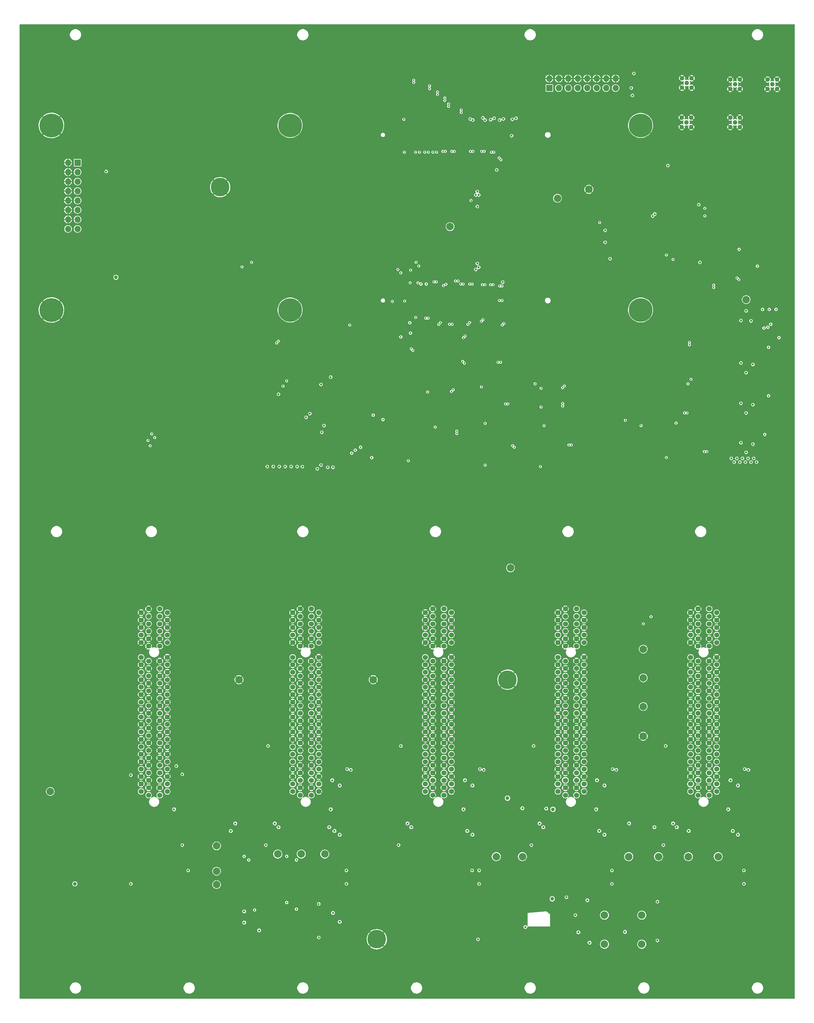
<source format=gbr>
G04 #@! TF.GenerationSoftware,KiCad,Pcbnew,(5.1.5)-3*
G04 #@! TF.CreationDate,2020-07-24T15:48:23-04:00*
G04 #@! TF.ProjectId,main_board,6d61696e-5f62-46f6-9172-642e6b696361,rev?*
G04 #@! TF.SameCoordinates,Original*
G04 #@! TF.FileFunction,Copper,L3,Inr*
G04 #@! TF.FilePolarity,Positive*
%FSLAX46Y46*%
G04 Gerber Fmt 4.6, Leading zero omitted, Abs format (unit mm)*
G04 Created by KiCad (PCBNEW (5.1.5)-3) date 2020-07-24 15:48:23*
%MOMM*%
%LPD*%
G04 APERTURE LIST*
%ADD10C,6.400000*%
%ADD11C,2.000000*%
%ADD12C,6.350000*%
%ADD13O,1.700000X1.700000*%
%ADD14R,1.700000X1.700000*%
%ADD15C,5.000000*%
%ADD16C,1.240000*%
%ADD17C,1.362000*%
%ADD18C,0.500000*%
%ADD19C,0.457200*%
%ADD20C,0.600000*%
%ADD21C,1.000000*%
%ADD22C,0.200000*%
G04 APERTURE END LIST*
D10*
X36710000Y-104765000D03*
X36710000Y-55235000D03*
D11*
X195400000Y-219200000D03*
X180800000Y-72400000D03*
X123000000Y-204000000D03*
X87000000Y-204000000D03*
X215500000Y-251500000D03*
X199500000Y-251500000D03*
X207500000Y-251500000D03*
X191500000Y-251500000D03*
D12*
X100710000Y-104765000D03*
X194690000Y-55235000D03*
X100710000Y-55235000D03*
X194690000Y-104765000D03*
D13*
X187980000Y-42660000D03*
X187980000Y-45200000D03*
X185440000Y-42660000D03*
X185440000Y-45200000D03*
X182900000Y-42660000D03*
X182900000Y-45200000D03*
X180360000Y-42660000D03*
X180360000Y-45200000D03*
X177820000Y-42660000D03*
X177820000Y-45200000D03*
X175280000Y-42660000D03*
X175280000Y-45200000D03*
X172740000Y-42660000D03*
X172740000Y-45200000D03*
X170200000Y-42660000D03*
D14*
X170200000Y-45200000D03*
D11*
X143600000Y-82400000D03*
X110000000Y-250800000D03*
X103700000Y-250800000D03*
X97400000Y-250800000D03*
X223000000Y-102000000D03*
X81000000Y-248600000D03*
X159800000Y-174000000D03*
D15*
X81950000Y-71800000D03*
X123950000Y-273650000D03*
X159000000Y-204000000D03*
D11*
X81000000Y-259000000D03*
X36400000Y-234000000D03*
X81000000Y-255400000D03*
X195400000Y-211200000D03*
X195400000Y-203500000D03*
X195400000Y-195800000D03*
X172400000Y-74800000D03*
X163000000Y-251500000D03*
X156000000Y-251500000D03*
D16*
X205830000Y-45095000D03*
X208370000Y-42555000D03*
X208370000Y-45095000D03*
X205830000Y-42555000D03*
X207100000Y-43825000D03*
X221270000Y-45470000D03*
X218730000Y-42930000D03*
X221270000Y-42930000D03*
X218730000Y-45470000D03*
X220000000Y-44200000D03*
D17*
X108402000Y-234000000D03*
X108402000Y-232000000D03*
X108402000Y-192000000D03*
X108402000Y-218000000D03*
X108402000Y-230000000D03*
X108402000Y-228000000D03*
X108402000Y-224000000D03*
X108402000Y-194000000D03*
X108402000Y-210000000D03*
X108402000Y-226000000D03*
X108402000Y-222000000D03*
X108402000Y-220000000D03*
X108402000Y-216000000D03*
X108402000Y-190000000D03*
X108402000Y-188000000D03*
X108402000Y-186000000D03*
X108402000Y-214000000D03*
X108402000Y-212000000D03*
X108402000Y-208000000D03*
X108402000Y-206000000D03*
X108402000Y-204000000D03*
X108402000Y-200000000D03*
X108402000Y-202000000D03*
X106402000Y-233000000D03*
X106402000Y-231000000D03*
X106402000Y-229000000D03*
X106402000Y-227000000D03*
X106402000Y-225000000D03*
X106402000Y-223000000D03*
X106402000Y-221000000D03*
X106402000Y-219000000D03*
X106402000Y-217000000D03*
X106402000Y-215000000D03*
X106402000Y-213000000D03*
X106402000Y-211000000D03*
X106402000Y-209000000D03*
X106402000Y-207000000D03*
X106402000Y-205000000D03*
X106402000Y-203000000D03*
X106402000Y-201000000D03*
X106402000Y-199000000D03*
X106402000Y-195000000D03*
X106402000Y-193000000D03*
X106402000Y-191000000D03*
X106402000Y-189000000D03*
X106402000Y-187000000D03*
X106402000Y-185000000D03*
X103402000Y-187000000D03*
X103402000Y-227000000D03*
X103402000Y-195000000D03*
X103402000Y-221000000D03*
X103402000Y-193000000D03*
X103402000Y-201000000D03*
X103402000Y-199000000D03*
X103402000Y-203000000D03*
X103402000Y-189000000D03*
X103402000Y-191000000D03*
X103402000Y-223000000D03*
X103402000Y-225000000D03*
X103402000Y-229000000D03*
X103402000Y-231000000D03*
X103402000Y-233000000D03*
X103402000Y-209000000D03*
X103402000Y-205000000D03*
X103402000Y-207000000D03*
X103402000Y-211000000D03*
X103402000Y-213000000D03*
X103402000Y-215000000D03*
X103402000Y-185000000D03*
X103402000Y-217000000D03*
X103402000Y-219000000D03*
X101402000Y-206000000D03*
X101402000Y-208000000D03*
X101402000Y-218000000D03*
X101402000Y-202000000D03*
X101402000Y-220000000D03*
X101402000Y-204000000D03*
X101402000Y-216000000D03*
X101402000Y-200000000D03*
X101402000Y-212000000D03*
X101402000Y-224000000D03*
X101402000Y-226000000D03*
X101402000Y-210000000D03*
X101402000Y-228000000D03*
X101402000Y-232000000D03*
X101402000Y-234000000D03*
X101402000Y-230000000D03*
X101402000Y-186000000D03*
X101402000Y-192000000D03*
X101402000Y-214000000D03*
X101402000Y-194000000D03*
X101402000Y-222000000D03*
X101402000Y-190000000D03*
X101402000Y-188000000D03*
X108402000Y-198000000D03*
X101402000Y-198000000D03*
X103402000Y-235000000D03*
X106402000Y-235000000D03*
X143962000Y-234000000D03*
X143962000Y-232000000D03*
X143962000Y-192000000D03*
X143962000Y-218000000D03*
X143962000Y-230000000D03*
X143962000Y-228000000D03*
X143962000Y-224000000D03*
X143962000Y-194000000D03*
X143962000Y-210000000D03*
X143962000Y-226000000D03*
X143962000Y-222000000D03*
X143962000Y-220000000D03*
X143962000Y-216000000D03*
X143962000Y-190000000D03*
X143962000Y-188000000D03*
X143962000Y-186000000D03*
X143962000Y-214000000D03*
X143962000Y-212000000D03*
X143962000Y-208000000D03*
X143962000Y-206000000D03*
X143962000Y-204000000D03*
X143962000Y-200000000D03*
X143962000Y-202000000D03*
X141962000Y-233000000D03*
X141962000Y-231000000D03*
X141962000Y-229000000D03*
X141962000Y-227000000D03*
X141962000Y-225000000D03*
X141962000Y-223000000D03*
X141962000Y-221000000D03*
X141962000Y-219000000D03*
X141962000Y-217000000D03*
X141962000Y-215000000D03*
X141962000Y-213000000D03*
X141962000Y-211000000D03*
X141962000Y-209000000D03*
X141962000Y-207000000D03*
X141962000Y-205000000D03*
X141962000Y-203000000D03*
X141962000Y-201000000D03*
X141962000Y-199000000D03*
X141962000Y-195000000D03*
X141962000Y-193000000D03*
X141962000Y-191000000D03*
X141962000Y-189000000D03*
X141962000Y-187000000D03*
X141962000Y-185000000D03*
X138962000Y-187000000D03*
X138962000Y-227000000D03*
X138962000Y-195000000D03*
X138962000Y-221000000D03*
X138962000Y-193000000D03*
X138962000Y-201000000D03*
X138962000Y-199000000D03*
X138962000Y-203000000D03*
X138962000Y-189000000D03*
X138962000Y-191000000D03*
X138962000Y-223000000D03*
X138962000Y-225000000D03*
X138962000Y-229000000D03*
X138962000Y-231000000D03*
X138962000Y-233000000D03*
X138962000Y-209000000D03*
X138962000Y-205000000D03*
X138962000Y-207000000D03*
X138962000Y-211000000D03*
X138962000Y-213000000D03*
X138962000Y-215000000D03*
X138962000Y-185000000D03*
X138962000Y-217000000D03*
X138962000Y-219000000D03*
X136962000Y-206000000D03*
X136962000Y-208000000D03*
X136962000Y-218000000D03*
X136962000Y-202000000D03*
X136962000Y-220000000D03*
X136962000Y-204000000D03*
X136962000Y-216000000D03*
X136962000Y-200000000D03*
X136962000Y-212000000D03*
X136962000Y-224000000D03*
X136962000Y-226000000D03*
X136962000Y-210000000D03*
X136962000Y-228000000D03*
X136962000Y-232000000D03*
X136962000Y-234000000D03*
X136962000Y-230000000D03*
X136962000Y-186000000D03*
X136962000Y-192000000D03*
X136962000Y-214000000D03*
X136962000Y-194000000D03*
X136962000Y-222000000D03*
X136962000Y-190000000D03*
X136962000Y-188000000D03*
X143962000Y-198000000D03*
X136962000Y-198000000D03*
X138962000Y-235000000D03*
X141962000Y-235000000D03*
X179522000Y-234000000D03*
X179522000Y-232000000D03*
X179522000Y-192000000D03*
X179522000Y-218000000D03*
X179522000Y-230000000D03*
X179522000Y-228000000D03*
X179522000Y-224000000D03*
X179522000Y-194000000D03*
X179522000Y-210000000D03*
X179522000Y-226000000D03*
X179522000Y-222000000D03*
X179522000Y-220000000D03*
X179522000Y-216000000D03*
X179522000Y-190000000D03*
X179522000Y-188000000D03*
X179522000Y-186000000D03*
X179522000Y-214000000D03*
X179522000Y-212000000D03*
X179522000Y-208000000D03*
X179522000Y-206000000D03*
X179522000Y-204000000D03*
X179522000Y-200000000D03*
X179522000Y-202000000D03*
X177522000Y-233000000D03*
X177522000Y-231000000D03*
X177522000Y-229000000D03*
X177522000Y-227000000D03*
X177522000Y-225000000D03*
X177522000Y-223000000D03*
X177522000Y-221000000D03*
X177522000Y-219000000D03*
X177522000Y-217000000D03*
X177522000Y-215000000D03*
X177522000Y-213000000D03*
X177522000Y-211000000D03*
X177522000Y-209000000D03*
X177522000Y-207000000D03*
X177522000Y-205000000D03*
X177522000Y-203000000D03*
X177522000Y-201000000D03*
X177522000Y-199000000D03*
X177522000Y-195000000D03*
X177522000Y-193000000D03*
X177522000Y-191000000D03*
X177522000Y-189000000D03*
X177522000Y-187000000D03*
X177522000Y-185000000D03*
X174522000Y-187000000D03*
X174522000Y-227000000D03*
X174522000Y-195000000D03*
X174522000Y-221000000D03*
X174522000Y-193000000D03*
X174522000Y-201000000D03*
X174522000Y-199000000D03*
X174522000Y-203000000D03*
X174522000Y-189000000D03*
X174522000Y-191000000D03*
X174522000Y-223000000D03*
X174522000Y-225000000D03*
X174522000Y-229000000D03*
X174522000Y-231000000D03*
X174522000Y-233000000D03*
X174522000Y-209000000D03*
X174522000Y-205000000D03*
X174522000Y-207000000D03*
X174522000Y-211000000D03*
X174522000Y-213000000D03*
X174522000Y-215000000D03*
X174522000Y-185000000D03*
X174522000Y-217000000D03*
X174522000Y-219000000D03*
X172522000Y-206000000D03*
X172522000Y-208000000D03*
X172522000Y-218000000D03*
X172522000Y-202000000D03*
X172522000Y-220000000D03*
X172522000Y-204000000D03*
X172522000Y-216000000D03*
X172522000Y-200000000D03*
X172522000Y-212000000D03*
X172522000Y-224000000D03*
X172522000Y-226000000D03*
X172522000Y-210000000D03*
X172522000Y-228000000D03*
X172522000Y-232000000D03*
X172522000Y-234000000D03*
X172522000Y-230000000D03*
X172522000Y-186000000D03*
X172522000Y-192000000D03*
X172522000Y-214000000D03*
X172522000Y-194000000D03*
X172522000Y-222000000D03*
X172522000Y-190000000D03*
X172522000Y-188000000D03*
X179522000Y-198000000D03*
X172522000Y-198000000D03*
X174522000Y-235000000D03*
X177522000Y-235000000D03*
X215082000Y-234000000D03*
X215082000Y-232000000D03*
X215082000Y-192000000D03*
X215082000Y-218000000D03*
X215082000Y-230000000D03*
X215082000Y-228000000D03*
X215082000Y-224000000D03*
X215082000Y-194000000D03*
X215082000Y-210000000D03*
X215082000Y-226000000D03*
X215082000Y-222000000D03*
X215082000Y-220000000D03*
X215082000Y-216000000D03*
X215082000Y-190000000D03*
X215082000Y-188000000D03*
X215082000Y-186000000D03*
X215082000Y-214000000D03*
X215082000Y-212000000D03*
X215082000Y-208000000D03*
X215082000Y-206000000D03*
X215082000Y-204000000D03*
X215082000Y-200000000D03*
X215082000Y-202000000D03*
X213082000Y-233000000D03*
X213082000Y-231000000D03*
X213082000Y-229000000D03*
X213082000Y-227000000D03*
X213082000Y-225000000D03*
X213082000Y-223000000D03*
X213082000Y-221000000D03*
X213082000Y-219000000D03*
X213082000Y-217000000D03*
X213082000Y-215000000D03*
X213082000Y-213000000D03*
X213082000Y-211000000D03*
X213082000Y-209000000D03*
X213082000Y-207000000D03*
X213082000Y-205000000D03*
X213082000Y-203000000D03*
X213082000Y-201000000D03*
X213082000Y-199000000D03*
X213082000Y-195000000D03*
X213082000Y-193000000D03*
X213082000Y-191000000D03*
X213082000Y-189000000D03*
X213082000Y-187000000D03*
X213082000Y-185000000D03*
X210082000Y-187000000D03*
X210082000Y-227000000D03*
X210082000Y-195000000D03*
X210082000Y-221000000D03*
X210082000Y-193000000D03*
X210082000Y-201000000D03*
X210082000Y-199000000D03*
X210082000Y-203000000D03*
X210082000Y-189000000D03*
X210082000Y-191000000D03*
X210082000Y-223000000D03*
X210082000Y-225000000D03*
X210082000Y-229000000D03*
X210082000Y-231000000D03*
X210082000Y-233000000D03*
X210082000Y-209000000D03*
X210082000Y-205000000D03*
X210082000Y-207000000D03*
X210082000Y-211000000D03*
X210082000Y-213000000D03*
X210082000Y-215000000D03*
X210082000Y-185000000D03*
X210082000Y-217000000D03*
X210082000Y-219000000D03*
X208082000Y-206000000D03*
X208082000Y-208000000D03*
X208082000Y-218000000D03*
X208082000Y-202000000D03*
X208082000Y-220000000D03*
X208082000Y-204000000D03*
X208082000Y-216000000D03*
X208082000Y-200000000D03*
X208082000Y-212000000D03*
X208082000Y-224000000D03*
X208082000Y-226000000D03*
X208082000Y-210000000D03*
X208082000Y-228000000D03*
X208082000Y-232000000D03*
X208082000Y-234000000D03*
X208082000Y-230000000D03*
X208082000Y-186000000D03*
X208082000Y-192000000D03*
X208082000Y-214000000D03*
X208082000Y-194000000D03*
X208082000Y-222000000D03*
X208082000Y-190000000D03*
X208082000Y-188000000D03*
X215082000Y-198000000D03*
X208082000Y-198000000D03*
X210082000Y-235000000D03*
X213082000Y-235000000D03*
X67762000Y-234000000D03*
X67762000Y-232000000D03*
X67762000Y-192000000D03*
X67762000Y-218000000D03*
X67762000Y-230000000D03*
X67762000Y-228000000D03*
X67762000Y-224000000D03*
X67762000Y-194000000D03*
X67762000Y-210000000D03*
X67762000Y-226000000D03*
X67762000Y-222000000D03*
X67762000Y-220000000D03*
X67762000Y-216000000D03*
X67762000Y-190000000D03*
X67762000Y-188000000D03*
X67762000Y-186000000D03*
X67762000Y-214000000D03*
X67762000Y-212000000D03*
X67762000Y-208000000D03*
X67762000Y-206000000D03*
X67762000Y-204000000D03*
X67762000Y-200000000D03*
X67762000Y-202000000D03*
X65762000Y-233000000D03*
X65762000Y-231000000D03*
X65762000Y-229000000D03*
X65762000Y-227000000D03*
X65762000Y-225000000D03*
X65762000Y-223000000D03*
X65762000Y-221000000D03*
X65762000Y-219000000D03*
X65762000Y-217000000D03*
X65762000Y-215000000D03*
X65762000Y-213000000D03*
X65762000Y-211000000D03*
X65762000Y-209000000D03*
X65762000Y-207000000D03*
X65762000Y-205000000D03*
X65762000Y-203000000D03*
X65762000Y-201000000D03*
X65762000Y-199000000D03*
X65762000Y-195000000D03*
X65762000Y-193000000D03*
X65762000Y-191000000D03*
X65762000Y-189000000D03*
X65762000Y-187000000D03*
X65762000Y-185000000D03*
X62762000Y-187000000D03*
X62762000Y-227000000D03*
X62762000Y-195000000D03*
X62762000Y-221000000D03*
X62762000Y-193000000D03*
X62762000Y-201000000D03*
X62762000Y-199000000D03*
X62762000Y-203000000D03*
X62762000Y-189000000D03*
X62762000Y-191000000D03*
X62762000Y-223000000D03*
X62762000Y-225000000D03*
X62762000Y-229000000D03*
X62762000Y-231000000D03*
X62762000Y-233000000D03*
X62762000Y-209000000D03*
X62762000Y-205000000D03*
X62762000Y-207000000D03*
X62762000Y-211000000D03*
X62762000Y-213000000D03*
X62762000Y-215000000D03*
X62762000Y-185000000D03*
X62762000Y-217000000D03*
X62762000Y-219000000D03*
X60762000Y-206000000D03*
X60762000Y-208000000D03*
X60762000Y-218000000D03*
X60762000Y-202000000D03*
X60762000Y-220000000D03*
X60762000Y-204000000D03*
X60762000Y-216000000D03*
X60762000Y-200000000D03*
X60762000Y-212000000D03*
X60762000Y-224000000D03*
X60762000Y-226000000D03*
X60762000Y-210000000D03*
X60762000Y-228000000D03*
X60762000Y-232000000D03*
X60762000Y-234000000D03*
X60762000Y-230000000D03*
X60762000Y-186000000D03*
X60762000Y-192000000D03*
X60762000Y-214000000D03*
X60762000Y-194000000D03*
X60762000Y-222000000D03*
X60762000Y-190000000D03*
X60762000Y-188000000D03*
X67762000Y-198000000D03*
X60762000Y-198000000D03*
X62762000Y-235000000D03*
X65762000Y-235000000D03*
D18*
X161050000Y-67630000D03*
X162450000Y-67630000D03*
X161050000Y-68830000D03*
X162450000Y-68830000D03*
X161050000Y-70030000D03*
X162450000Y-70030000D03*
D16*
X207000000Y-54400000D03*
X205730000Y-53130000D03*
X208270000Y-55670000D03*
X208270000Y-53130000D03*
X205730000Y-55670000D03*
D14*
X43710000Y-65235000D03*
D13*
X41170000Y-65235000D03*
X43710000Y-67775000D03*
X41170000Y-67775000D03*
X43710000Y-70315000D03*
X41170000Y-70315000D03*
X43710000Y-72855000D03*
X41170000Y-72855000D03*
X43710000Y-75395000D03*
X41170000Y-75395000D03*
X43710000Y-77935000D03*
X41170000Y-77935000D03*
X43710000Y-80475000D03*
X41170000Y-80475000D03*
X43710000Y-83015000D03*
X41170000Y-83015000D03*
D11*
X185000000Y-267200000D03*
X195000000Y-267200000D03*
X195000000Y-275000000D03*
X185000000Y-275000000D03*
D16*
X228730000Y-45470000D03*
X231270000Y-42930000D03*
X231270000Y-45470000D03*
X228730000Y-42930000D03*
X230000000Y-44200000D03*
X218730000Y-55670000D03*
X221270000Y-53130000D03*
X221270000Y-55670000D03*
X218730000Y-53130000D03*
X220000000Y-54400000D03*
D19*
X221100000Y-88500000D03*
X231800000Y-112200000D03*
D20*
X223000000Y-121600000D03*
X221600000Y-107600000D03*
X223000000Y-105000000D03*
X224800000Y-119400000D03*
X221600000Y-119000000D03*
X223000000Y-121600000D03*
X224800000Y-130200000D03*
X221600000Y-129800000D03*
X223000000Y-132400000D03*
X222800000Y-145600000D03*
X224300000Y-145600000D03*
X221300000Y-145600000D03*
X219800000Y-145600000D03*
X225800000Y-145600000D03*
X97600000Y-127400000D03*
X106000000Y-132600000D03*
X105000000Y-133600000D03*
X111600000Y-122800000D03*
X109000000Y-124800000D03*
X109200000Y-137600000D03*
X109800000Y-135800000D03*
X109000000Y-146400000D03*
X108000000Y-147400000D03*
X94600000Y-146800000D03*
X96200000Y-146800000D03*
X97800000Y-146800000D03*
X99400000Y-146800000D03*
X101000000Y-146800000D03*
X102600000Y-146800000D03*
X104000000Y-146800000D03*
X110800000Y-147000000D03*
X112200000Y-147000000D03*
X219000000Y-144600000D03*
X220500000Y-144600000D03*
X222000000Y-144600000D03*
X223500000Y-144600000D03*
X225000000Y-144600000D03*
X224800000Y-140800000D03*
X221600000Y-140400000D03*
X223000000Y-143000000D03*
X224300000Y-107700000D03*
X186500000Y-91000000D03*
X185200000Y-83400000D03*
X185200000Y-86600000D03*
D21*
X159000000Y-235800000D03*
D20*
X163800000Y-270400000D03*
X178000000Y-271800000D03*
X180400000Y-263200000D03*
X169400000Y-238600000D03*
X92400000Y-271300000D03*
X188200000Y-228200000D03*
X223600000Y-228200000D03*
X152600000Y-228200000D03*
X222400000Y-258800000D03*
X187000000Y-258800000D03*
X151400000Y-258800000D03*
D21*
X54000000Y-96000000D03*
X43000000Y-258800000D03*
D20*
X58000000Y-229600000D03*
X58000000Y-258800000D03*
X117000000Y-228200000D03*
X115800000Y-258800000D03*
D19*
X140567644Y-108632356D03*
D20*
X187200000Y-228000000D03*
X222600000Y-228000000D03*
X151600000Y-228000000D03*
X222400000Y-255200000D03*
X187000000Y-255200000D03*
X151400000Y-255200000D03*
X71800000Y-229400000D03*
X73400000Y-255200000D03*
X116000000Y-228000000D03*
X115800000Y-255200000D03*
X151100000Y-273700000D03*
X149500000Y-255200000D03*
X201400000Y-221800000D03*
X200800000Y-248400000D03*
X166000000Y-221800000D03*
X165400000Y-248400000D03*
X130400000Y-221800000D03*
X129800000Y-248400000D03*
X70200000Y-227200000D03*
X71800000Y-248400000D03*
X94800000Y-221800000D03*
X94200000Y-248400000D03*
D19*
X145400000Y-137928600D03*
X143967644Y-126632356D03*
X141850000Y-98250000D03*
D20*
X218200000Y-238800000D03*
X182800000Y-238800000D03*
X147200000Y-238800000D03*
X111600000Y-238800000D03*
X69600000Y-238800000D03*
D21*
X171000000Y-262800000D03*
D20*
X190500000Y-271700000D03*
D21*
X171200000Y-238800000D03*
D20*
X163000000Y-238500000D03*
D19*
X145400000Y-137271400D03*
X144432356Y-126167644D03*
X142500000Y-97850000D03*
X141032356Y-108167644D03*
X208200000Y-123400000D03*
X203400000Y-91200000D03*
X207400000Y-124600000D03*
X201600000Y-90000000D03*
X195400000Y-189000000D03*
X137600000Y-126800000D03*
X139928600Y-97200000D03*
X137728600Y-106956235D03*
X183700000Y-81300000D03*
X204200000Y-135100000D03*
X211900000Y-79500000D03*
X211900000Y-77500000D03*
X197493999Y-187093999D03*
X133632356Y-115632356D03*
X133167644Y-115167644D03*
X137071400Y-106956235D03*
X139271400Y-97200000D03*
X145071400Y-97000000D03*
X143471400Y-108600000D03*
X146967644Y-118567644D03*
X147432356Y-119032356D03*
X144128600Y-108600000D03*
X145728600Y-97000000D03*
X152000000Y-125400000D03*
X147632356Y-111767644D03*
X147128600Y-97800000D03*
X159128600Y-130000000D03*
X160832356Y-141632356D03*
X146471400Y-97800000D03*
X158471400Y-130000000D03*
X160367644Y-141167644D03*
X147167644Y-112232356D03*
X151967644Y-107832356D03*
X175471400Y-141000000D03*
X173800000Y-130528600D03*
X152271400Y-98000000D03*
X176128600Y-141000000D03*
X173800000Y-129871400D03*
X152928600Y-98000000D03*
X152432356Y-107367644D03*
X166400000Y-124600000D03*
X149528600Y-97800000D03*
X148832356Y-108167644D03*
X157128600Y-118800000D03*
X156471400Y-118800000D03*
X148367644Y-108632356D03*
X148871400Y-97800000D03*
X154471400Y-98000000D03*
X157567644Y-108832356D03*
X173767644Y-125632356D03*
X174232356Y-125167644D03*
X158032356Y-108367644D03*
X155128600Y-98000000D03*
X168000000Y-125800000D03*
X168000000Y-130800000D03*
X190600000Y-134400000D03*
X157528600Y-102200000D03*
X157534996Y-98320050D03*
X207128600Y-132400000D03*
X212447605Y-142774364D03*
X156877796Y-98320050D03*
X206471400Y-132400000D03*
X211790405Y-142774364D03*
X156800000Y-102200000D03*
X226000000Y-93000000D03*
X228000000Y-138200000D03*
X145700000Y-136700000D03*
X213400000Y-99600000D03*
X209200000Y-99600000D03*
X219400000Y-99600000D03*
X224200000Y-99400000D03*
X204400000Y-99400000D03*
X203800000Y-75600000D03*
X203800000Y-87000000D03*
X203800000Y-79000000D03*
X205000000Y-91800000D03*
X203800000Y-70600000D03*
X203800000Y-83000000D03*
X204000000Y-64000000D03*
X209000000Y-64200000D03*
X214000000Y-64800000D03*
X219000000Y-64800000D03*
X223600000Y-65000000D03*
X224000000Y-84800000D03*
X224000000Y-79800000D03*
X224000000Y-74800000D03*
X224000000Y-69800000D03*
D20*
X33000000Y-34600000D03*
X43000000Y-34600000D03*
X53000000Y-34600000D03*
X63000000Y-34600000D03*
X73000000Y-34600000D03*
X83000000Y-34600000D03*
X93000000Y-34600000D03*
X103000000Y-34600000D03*
X113000000Y-34600000D03*
X123000000Y-34600000D03*
X133000000Y-34600000D03*
X143000000Y-34600000D03*
X153000000Y-34600000D03*
X163000000Y-34600000D03*
X173000000Y-34600000D03*
X183000000Y-34600000D03*
X193000000Y-34600000D03*
X203000000Y-34600000D03*
X213000000Y-34600000D03*
X223000000Y-34600000D03*
X221600000Y-108400000D03*
X223000000Y-111000000D03*
X226400000Y-119400000D03*
X226400000Y-117800000D03*
X221600000Y-118200000D03*
X223000000Y-115600000D03*
X226400000Y-130200000D03*
X226400000Y-128600000D03*
X221600000Y-129000000D03*
X223000000Y-126400000D03*
X169600000Y-219400000D03*
X185000000Y-225600000D03*
X185000000Y-224600000D03*
X185200000Y-223600000D03*
X168600000Y-220200000D03*
X185000000Y-226800000D03*
X205000000Y-219400000D03*
X220400000Y-225600000D03*
X220400000Y-224600000D03*
X220600000Y-223600000D03*
X204000000Y-220200000D03*
X220400000Y-226800000D03*
X134000000Y-219400000D03*
X149400000Y-225600000D03*
X149400000Y-224600000D03*
X149600000Y-223600000D03*
X133000000Y-220200000D03*
X149400000Y-226800000D03*
X213600000Y-179600000D03*
X178000000Y-179600000D03*
X142400000Y-179600000D03*
X107000000Y-179600000D03*
X66400000Y-179600000D03*
X125400000Y-181600000D03*
X120600000Y-181600000D03*
X169400000Y-265400000D03*
X178600000Y-268400000D03*
X200200000Y-270200000D03*
X164400000Y-277200000D03*
X166600000Y-275800000D03*
X158400000Y-275600000D03*
X156000000Y-275600000D03*
X155850000Y-267150000D03*
X159750000Y-267150000D03*
X83600000Y-265600000D03*
X83600000Y-267600000D03*
X83600000Y-270200000D03*
X83600000Y-272200000D03*
X98200000Y-263200000D03*
X95800000Y-268800000D03*
X97600000Y-266900000D03*
X109400000Y-267600000D03*
X109400000Y-270200000D03*
X125600000Y-249800000D03*
X128200000Y-251400000D03*
X131800000Y-251400000D03*
X134600000Y-249600000D03*
X56200000Y-229200000D03*
X72000000Y-225200000D03*
X72800000Y-226000000D03*
X73600000Y-226800000D03*
X74200000Y-228000000D03*
X83800000Y-236400000D03*
X113800000Y-226800000D03*
X113800000Y-225600000D03*
X113800000Y-224600000D03*
X114000000Y-223600000D03*
X97400000Y-220200000D03*
X98400000Y-219400000D03*
X119400000Y-264500000D03*
X116700000Y-262300000D03*
X71200000Y-274800000D03*
X72400000Y-273600000D03*
X73800000Y-271100000D03*
X76400000Y-262900000D03*
X71100000Y-263000000D03*
X75000000Y-273600000D03*
X77500000Y-273500000D03*
X99400000Y-133400000D03*
X91200000Y-136000000D03*
X108200000Y-122800000D03*
X109200000Y-121800000D03*
X103400000Y-131600000D03*
X103400000Y-133600000D03*
X105425000Y-130575000D03*
X100200000Y-128600000D03*
X99200000Y-129600000D03*
X105400000Y-124600000D03*
X109200000Y-125600000D03*
X113200000Y-135800000D03*
X112400000Y-136800000D03*
X103600000Y-136800000D03*
X105400000Y-143545000D03*
X102200000Y-143600000D03*
X105400000Y-146400000D03*
X106400000Y-147400000D03*
X109200000Y-138400000D03*
X226400000Y-140800000D03*
X226400000Y-139200000D03*
X221600000Y-139600000D03*
X223000000Y-137000000D03*
X227400000Y-108000000D03*
X133700000Y-98400000D03*
X133700000Y-106100000D03*
X138500000Y-98400000D03*
X138500000Y-106100000D03*
X140900000Y-98500000D03*
X140900000Y-106100000D03*
X143300000Y-98500000D03*
X143300000Y-106100000D03*
X144500000Y-102100000D03*
X144000000Y-102800000D03*
X148100000Y-106200000D03*
X148100000Y-98500000D03*
X153700000Y-101600000D03*
X153700000Y-102700000D03*
X156100000Y-106000000D03*
X156100000Y-97600000D03*
X158500000Y-101900000D03*
X161700000Y-98400000D03*
X161700000Y-103000000D03*
X164100000Y-103000000D03*
X136900000Y-102000000D03*
X133700000Y-53900000D03*
X133700000Y-61500000D03*
X136100000Y-54000000D03*
X136100000Y-61700000D03*
X138500000Y-54000000D03*
X138500000Y-61700000D03*
X140900000Y-54000000D03*
X140900000Y-61700000D03*
X143300000Y-54000000D03*
X143300000Y-61700000D03*
X145700000Y-54000000D03*
X145700000Y-61700000D03*
X148100000Y-61700000D03*
X148100000Y-54000000D03*
X153700000Y-54100000D03*
X153700000Y-61700000D03*
X156100000Y-58400000D03*
X156100000Y-54100000D03*
X158500000Y-54000000D03*
X161700000Y-54000000D03*
X161700000Y-61600000D03*
X165700000Y-61600000D03*
X165700000Y-54000000D03*
X203800000Y-278200000D03*
X203000000Y-279000000D03*
X161800000Y-42200000D03*
X161800000Y-45800000D03*
X164600000Y-44200000D03*
X153600000Y-52000000D03*
X153200000Y-51000000D03*
X152700000Y-95400000D03*
X153700000Y-96400000D03*
X157565000Y-70735000D03*
X166100000Y-68500000D03*
X167100000Y-69300000D03*
X161700000Y-65000000D03*
X160900000Y-64100000D03*
X158200000Y-94700000D03*
X159300000Y-94700000D03*
X164100000Y-98500000D03*
X224093959Y-108421145D03*
X195800000Y-83200000D03*
X195600000Y-86600000D03*
X195600000Y-89800000D03*
X210400000Y-73800000D03*
X205000000Y-69000000D03*
X206600000Y-68600000D03*
X212600000Y-96400000D03*
X207800000Y-93200000D03*
X208800000Y-92200000D03*
X214200000Y-93600000D03*
X217800000Y-85800000D03*
X218800000Y-84800000D03*
X218400000Y-83400000D03*
X219400000Y-82400000D03*
X217100000Y-89500000D03*
X205700000Y-87400000D03*
X206800000Y-88300000D03*
X162000000Y-52000000D03*
X40300000Y-88400000D03*
X42800000Y-86400000D03*
X57900000Y-80700000D03*
X59700000Y-78600000D03*
X47200000Y-79900000D03*
X46000000Y-80800000D03*
X51000000Y-80800000D03*
X48500000Y-80900000D03*
X48100000Y-77800000D03*
X46200000Y-77800000D03*
X48600000Y-74900000D03*
X50700000Y-75000000D03*
X46300000Y-72100000D03*
X48100000Y-72300000D03*
X48700000Y-69300000D03*
X50600000Y-69300000D03*
X46200000Y-66500000D03*
X48200000Y-66400000D03*
X52000000Y-63800000D03*
X53800000Y-61900000D03*
X52000000Y-60100000D03*
X96250000Y-127350000D03*
D19*
X204400000Y-94000000D03*
X204400000Y-96800000D03*
X224200000Y-95800000D03*
X224000000Y-86800000D03*
X225800000Y-90400000D03*
X216400000Y-98400000D03*
D20*
X34200000Y-282800000D03*
X122800000Y-282800000D03*
X232800000Y-282800000D03*
X222800000Y-282800000D03*
X162800000Y-282800000D03*
X42800000Y-282800000D03*
X172800000Y-282800000D03*
X132800000Y-282800000D03*
X92800000Y-282800000D03*
X82800000Y-282800000D03*
X202800000Y-282800000D03*
X112800000Y-282800000D03*
X192800000Y-282800000D03*
X212800000Y-282800000D03*
X142800000Y-282800000D03*
X72800000Y-282800000D03*
X62800000Y-282800000D03*
X102800000Y-282800000D03*
X182800000Y-282800000D03*
X152800000Y-282800000D03*
X52800000Y-282800000D03*
X139000000Y-279000000D03*
X139000000Y-274000000D03*
X139000000Y-269000000D03*
X139000000Y-263100000D03*
X34200000Y-225800000D03*
X34200000Y-245800000D03*
X34200000Y-265800000D03*
X34200000Y-175800000D03*
X34200000Y-85800000D03*
X34200000Y-275800000D03*
X34200000Y-215800000D03*
X34200000Y-165800000D03*
X34200000Y-195800000D03*
X34200000Y-125800000D03*
X34200000Y-185800000D03*
X34200000Y-115800000D03*
X34200000Y-145800000D03*
X34200000Y-95800000D03*
X34200000Y-155800000D03*
X34200000Y-205800000D03*
X34200000Y-135800000D03*
X34200000Y-255800000D03*
X34200000Y-44800000D03*
X34200000Y-74800000D03*
X34200000Y-64800000D03*
X30800000Y-232800000D03*
X31400000Y-55200000D03*
X32200000Y-107600000D03*
X34200000Y-238400000D03*
X62800000Y-265800000D03*
X42800000Y-265800000D03*
X52800000Y-265800000D03*
X122300000Y-266800000D03*
X145400000Y-263100000D03*
X132800000Y-263100000D03*
X152300000Y-266800000D03*
X193200000Y-262600000D03*
X213200000Y-262600000D03*
X223200000Y-262600000D03*
X203200000Y-262600000D03*
X182600000Y-262600000D03*
X110000000Y-263200000D03*
X81800000Y-264200000D03*
X88800000Y-264200000D03*
X94200000Y-264200000D03*
X105600000Y-264000000D03*
X103400000Y-264000000D03*
X101400000Y-264000000D03*
X113200000Y-263200000D03*
X115600000Y-263200000D03*
D19*
X234700000Y-77200000D03*
D20*
X234200000Y-260400000D03*
X234200000Y-209800000D03*
D19*
X234700000Y-83200000D03*
D20*
X234200000Y-139800000D03*
X234200000Y-149800000D03*
X234200000Y-199800000D03*
X234200000Y-119800000D03*
X234800000Y-109800000D03*
X234200000Y-39800000D03*
X234200000Y-179800000D03*
X234200000Y-219800000D03*
D19*
X234700000Y-99800000D03*
X234700000Y-69800000D03*
D20*
X234200000Y-189800000D03*
X234200000Y-229800000D03*
D19*
X234700000Y-89800000D03*
X234700000Y-59800000D03*
D20*
X234200000Y-159800000D03*
X234200000Y-169800000D03*
X234200000Y-129800000D03*
X234200000Y-49800000D03*
X234200000Y-34600000D03*
X234200000Y-270800000D03*
X234200000Y-240800000D03*
X234200000Y-250800000D03*
D19*
X232900000Y-58200000D03*
X232900000Y-60700000D03*
X231100000Y-62100000D03*
X232900000Y-63200000D03*
X231100000Y-64600000D03*
X229300000Y-61000000D03*
X232900000Y-65700000D03*
X231100000Y-67100000D03*
X229300000Y-63500000D03*
X227500000Y-65200000D03*
X232900000Y-68200000D03*
X231100000Y-69600000D03*
X229300000Y-66000000D03*
X227500000Y-67700000D03*
X232900000Y-70700000D03*
X231100000Y-72100000D03*
X229300000Y-68500000D03*
X227500000Y-70200000D03*
X232900000Y-73200000D03*
X231100000Y-74600000D03*
X229300000Y-71000000D03*
X227500000Y-72700000D03*
X232900000Y-75700000D03*
X231100000Y-77100000D03*
X229300000Y-73500000D03*
X227500000Y-75200000D03*
X232900000Y-78200000D03*
X231100000Y-79600000D03*
X229300000Y-76000000D03*
X227500000Y-77700000D03*
X232900000Y-80700000D03*
X231100000Y-82100000D03*
X229300000Y-78500000D03*
X227500000Y-80200000D03*
X232900000Y-83200000D03*
X231100000Y-84600000D03*
X229300000Y-81000000D03*
X227500000Y-82700000D03*
X232900000Y-85700000D03*
X231100000Y-87100000D03*
X229300000Y-83500000D03*
X227500000Y-85200000D03*
X232900000Y-88200000D03*
X231100000Y-89600000D03*
X229300000Y-86000000D03*
X232900000Y-90700000D03*
X231100000Y-92100000D03*
X227500000Y-90200000D03*
X232900000Y-93200000D03*
X231100000Y-94600000D03*
X229300000Y-91000000D03*
X232900000Y-95700000D03*
X231100000Y-97100000D03*
X229300000Y-93500000D03*
X232900000Y-98200000D03*
X204500000Y-62200000D03*
X207000000Y-62200000D03*
X224100000Y-56900000D03*
X209500000Y-62200000D03*
X226600000Y-56900000D03*
X212000000Y-62200000D03*
X229100000Y-56900000D03*
X214500000Y-62200000D03*
X215100000Y-59800000D03*
X217000000Y-62200000D03*
X217600000Y-59800000D03*
X219500000Y-62200000D03*
X220100000Y-59800000D03*
X222000000Y-62200000D03*
X222600000Y-59800000D03*
X224500000Y-62200000D03*
X225100000Y-59800000D03*
X227600000Y-59800000D03*
X231100000Y-59600000D03*
X227500000Y-87100000D03*
D20*
X224700000Y-40300000D03*
X224700000Y-50300000D03*
X213700000Y-40300000D03*
X213700000Y-50300000D03*
X203700000Y-50300000D03*
X203700000Y-40300000D03*
X203700000Y-59500000D03*
X203700000Y-55000000D03*
D19*
X227400000Y-97000000D03*
D20*
X232800000Y-102400000D03*
X232800000Y-109600000D03*
D19*
X227400000Y-92000000D03*
D20*
X159000000Y-209000000D03*
X159000000Y-194000000D03*
X159000000Y-199000000D03*
X159000000Y-229000000D03*
X159000000Y-179000000D03*
X159000000Y-219000000D03*
X159000000Y-185000000D03*
X123000000Y-194000000D03*
X123000000Y-199000000D03*
X123000000Y-229000000D03*
X123000000Y-209000000D03*
X123000000Y-179000000D03*
X123000000Y-185000000D03*
X123000000Y-219000000D03*
X87000000Y-209000000D03*
X87000000Y-194000000D03*
X87000000Y-199000000D03*
X87000000Y-229000000D03*
X87000000Y-179000000D03*
X87000000Y-219000000D03*
X87000000Y-185000000D03*
X79500000Y-229000000D03*
X50000000Y-229000000D03*
X97000000Y-229000000D03*
X119500000Y-229000000D03*
X132500000Y-229000000D03*
X164000000Y-229000000D03*
X191500000Y-229000000D03*
X198000000Y-229000000D03*
X226000000Y-229000000D03*
X195000000Y-207500000D03*
X195000000Y-199500000D03*
X195000000Y-179000000D03*
X195000000Y-185000000D03*
D19*
X145100000Y-138500000D03*
X139100000Y-136750000D03*
X153550000Y-135500000D03*
X125600000Y-134900000D03*
X123300000Y-132400000D03*
X138200000Y-127100000D03*
X134200000Y-115400000D03*
X132500000Y-115200000D03*
X146400000Y-118300000D03*
X147950000Y-119450000D03*
X143700000Y-127200000D03*
X145100000Y-126150000D03*
X152600000Y-125850000D03*
X156100000Y-119350000D03*
X157700000Y-118500000D03*
X166300000Y-125250000D03*
X168500000Y-126200000D03*
X173150000Y-125550000D03*
X174850000Y-125150000D03*
X173650000Y-131150000D03*
X173200000Y-129600000D03*
X168550000Y-130300000D03*
X159700000Y-130350000D03*
X158100000Y-129500000D03*
X168700000Y-135200000D03*
X160350000Y-140550000D03*
X161150000Y-142150000D03*
X176500000Y-140450000D03*
X175000000Y-140600000D03*
X191250000Y-134350000D03*
X194450000Y-135250000D03*
X204700000Y-134600000D03*
X206150000Y-131850000D03*
X207650000Y-132800000D03*
X213000000Y-143150000D03*
X211450000Y-142250000D03*
X208000000Y-124900000D03*
X208800000Y-122900000D03*
X99200000Y-124100000D03*
X98350000Y-125700000D03*
X90600000Y-91400000D03*
X87800000Y-92550000D03*
X117000000Y-109350000D03*
X208250000Y-114600000D03*
X208250000Y-113050000D03*
X228700000Y-138100000D03*
X229200000Y-128450000D03*
X229650000Y-114700000D03*
X228300000Y-104700000D03*
X230200000Y-104700000D03*
X221100000Y-97250000D03*
X219950000Y-96250000D03*
X214900000Y-98900000D03*
X213800000Y-97700000D03*
X63700000Y-141600000D03*
X63250000Y-139500000D03*
X63700000Y-138700000D03*
X135300000Y-92200000D03*
X129600000Y-94550000D03*
X132550000Y-93500000D03*
X139600000Y-96650000D03*
X145400000Y-96450000D03*
X149200000Y-97250000D03*
X141850000Y-97600000D03*
X146800000Y-97250000D03*
X152600000Y-97450000D03*
X154800000Y-97450000D03*
X157200000Y-97800000D03*
X138100000Y-107500000D03*
X141150000Y-107550000D03*
X143100000Y-109150000D03*
X144500000Y-109150000D03*
X147500000Y-111100000D03*
X146550000Y-112100000D03*
X148450000Y-109250000D03*
X149450000Y-108300000D03*
X152050000Y-108450000D03*
X153100000Y-107500000D03*
X157650000Y-109450000D03*
X158650000Y-108450000D03*
X133650000Y-111200000D03*
X130700000Y-111400000D03*
X148700000Y-62700000D03*
X153150000Y-62750000D03*
X154300000Y-62950000D03*
X155700000Y-62950000D03*
X156600000Y-63300000D03*
X157150000Y-65050000D03*
X147100000Y-50600000D03*
X146000000Y-52100000D03*
X143550000Y-50650000D03*
X143650000Y-49050000D03*
X142850000Y-48500000D03*
X142500000Y-47300000D03*
X140650000Y-47450000D03*
X140250000Y-45650000D03*
X138500000Y-45900000D03*
X138550000Y-44050000D03*
X134250000Y-44200000D03*
X134450000Y-42850000D03*
X141300000Y-62700000D03*
X142700000Y-62700000D03*
X143700000Y-62700000D03*
X145100000Y-62700000D03*
X139500000Y-63000000D03*
X138400000Y-63000000D03*
X137300000Y-63000000D03*
X136100000Y-63000000D03*
X134900000Y-63000000D03*
X133900000Y-63000000D03*
D20*
X96200000Y-271300000D03*
X95200000Y-272300000D03*
D19*
X140000000Y-62400000D03*
X141671400Y-62200000D03*
X156767644Y-63967644D03*
X154671400Y-62400000D03*
X152071400Y-62200000D03*
X149071400Y-62200000D03*
X144071400Y-62200000D03*
X157232356Y-64432356D03*
X155328600Y-62400000D03*
X152728600Y-62200000D03*
X149728600Y-62200000D03*
X144728600Y-62200000D03*
X142328600Y-62200000D03*
X139000000Y-62400000D03*
X137800000Y-62400000D03*
X136800000Y-62400000D03*
X146600000Y-51071400D03*
X143200000Y-50128600D03*
X133850000Y-43728600D03*
X142200000Y-48528600D03*
X140250000Y-46928600D03*
X138100000Y-45400000D03*
X142200000Y-47871400D03*
X138100000Y-44600000D03*
X143200000Y-49471400D03*
X140250000Y-46271400D03*
X134400000Y-62400000D03*
X133850000Y-43071400D03*
X146600000Y-51728600D03*
D20*
X150500000Y-93900000D03*
X151300000Y-93300000D03*
X150900000Y-92300000D03*
X150900000Y-73000000D03*
X150500000Y-73900000D03*
X151300000Y-73900000D03*
X150900000Y-77000000D03*
X51400000Y-67600000D03*
X202000000Y-66000000D03*
X210600000Y-92000000D03*
X210300001Y-76500001D03*
D19*
X97545384Y-113153863D03*
X207800000Y-113471400D03*
X220567644Y-96167644D03*
X97080672Y-113618575D03*
X207800000Y-114128600D03*
X221032356Y-96632356D03*
D20*
X197917157Y-79582843D03*
D19*
X214300000Y-98728600D03*
D20*
X198482843Y-79017157D03*
D19*
X214300000Y-98071400D03*
X135400000Y-62400000D03*
D20*
X108400000Y-273200000D03*
X108387500Y-264187500D03*
X203400000Y-242600000D03*
X167600000Y-242600000D03*
X132200000Y-242600000D03*
X96600000Y-242600000D03*
X88400000Y-266200000D03*
X86000000Y-242600000D03*
X191600000Y-242600000D03*
X219400000Y-244600000D03*
X218800000Y-231000000D03*
X183600000Y-244600000D03*
X183000000Y-231000000D03*
X148200000Y-244600000D03*
X147600000Y-231000000D03*
X112000000Y-231000000D03*
X112600000Y-244600000D03*
X88400000Y-269200000D03*
X84800000Y-244600000D03*
X207600000Y-244600000D03*
X204400000Y-243600000D03*
X168600000Y-243600000D03*
X133200000Y-243600000D03*
X97600000Y-243600000D03*
X112200000Y-266600000D03*
X111200000Y-243600000D03*
X198400000Y-243600000D03*
X220800000Y-232400000D03*
X220800000Y-245600000D03*
X185000000Y-232400000D03*
X185000000Y-245600000D03*
X149600000Y-232400000D03*
X149600000Y-245600000D03*
X114000000Y-232400000D03*
X114000000Y-245600000D03*
X114000000Y-269000000D03*
D19*
X117200000Y-143200000D03*
X88400000Y-251400000D03*
X99800000Y-251400000D03*
X99800000Y-263800000D03*
X119600000Y-141600000D03*
X91200000Y-265800000D03*
X118200000Y-142400000D03*
X89600000Y-252400000D03*
X102400000Y-252400000D03*
X102400000Y-265600000D03*
D20*
X157700000Y-97300000D03*
X156100000Y-67200000D03*
D19*
X149200000Y-75400000D03*
X131400000Y-102400000D03*
X99800000Y-123800000D03*
X129600000Y-93900000D03*
X132900000Y-97500000D03*
X133000000Y-94100000D03*
X139600000Y-136200000D03*
X153000000Y-135200000D03*
X168800000Y-135800000D03*
X194800000Y-135800000D03*
X229000000Y-127800000D03*
X229000000Y-114800000D03*
X98800000Y-125200000D03*
X116700000Y-108800000D03*
D20*
X177200000Y-267200000D03*
X174800000Y-262400000D03*
X181000000Y-274600000D03*
D19*
X128100000Y-102500000D03*
X130400000Y-94800000D03*
X231000000Y-104600000D03*
X229600000Y-108600000D03*
X229200000Y-104600000D03*
X228800000Y-109400000D03*
X123000000Y-133000000D03*
X132800000Y-108200000D03*
X122600000Y-144400000D03*
X135800000Y-97800000D03*
X125600000Y-134200000D03*
X130400000Y-112000000D03*
X133000000Y-111000000D03*
X137200000Y-97800000D03*
X227400000Y-104600000D03*
X227776223Y-109623777D03*
X131300000Y-62400000D03*
X64400000Y-139000000D03*
X131200000Y-53600000D03*
X63600000Y-138000000D03*
X62600000Y-139800000D03*
X134400000Y-106800000D03*
X90400000Y-92000000D03*
X134500000Y-92000000D03*
X63200000Y-141200000D03*
X87800000Y-93200000D03*
X135000000Y-97500000D03*
X135200000Y-93000000D03*
X132400000Y-145200000D03*
X153000000Y-146400000D03*
X167800000Y-146800000D03*
X201600000Y-144400000D03*
D20*
X199200000Y-274000000D03*
X199200000Y-263600000D03*
X160300000Y-53600000D03*
X192900000Y-41300000D03*
X161300000Y-53300000D03*
X192200000Y-45200000D03*
X160100000Y-58000000D03*
X192500000Y-47200000D03*
X157900000Y-53500000D03*
X156900000Y-53800000D03*
X155400000Y-53300000D03*
X154500000Y-53700000D03*
X153000000Y-53800000D03*
X152400000Y-53200000D03*
X149700000Y-53800000D03*
X149000000Y-53500000D03*
D22*
G36*
X235900000Y-289505000D02*
G01*
X28215000Y-289505000D01*
X28215000Y-286597414D01*
X41580000Y-286597414D01*
X41580000Y-286912586D01*
X41641487Y-287221703D01*
X41762098Y-287512884D01*
X41937199Y-287774941D01*
X42160059Y-287997801D01*
X42422116Y-288172902D01*
X42713297Y-288293513D01*
X43022414Y-288355000D01*
X43337586Y-288355000D01*
X43646703Y-288293513D01*
X43937884Y-288172902D01*
X44199941Y-287997801D01*
X44422801Y-287774941D01*
X44597902Y-287512884D01*
X44718513Y-287221703D01*
X44780000Y-286912586D01*
X44780000Y-286597414D01*
X72060000Y-286597414D01*
X72060000Y-286912586D01*
X72121487Y-287221703D01*
X72242098Y-287512884D01*
X72417199Y-287774941D01*
X72640059Y-287997801D01*
X72902116Y-288172902D01*
X73193297Y-288293513D01*
X73502414Y-288355000D01*
X73817586Y-288355000D01*
X74126703Y-288293513D01*
X74417884Y-288172902D01*
X74679941Y-287997801D01*
X74902801Y-287774941D01*
X75077902Y-287512884D01*
X75198513Y-287221703D01*
X75260000Y-286912586D01*
X75260000Y-286597414D01*
X102540000Y-286597414D01*
X102540000Y-286912586D01*
X102601487Y-287221703D01*
X102722098Y-287512884D01*
X102897199Y-287774941D01*
X103120059Y-287997801D01*
X103382116Y-288172902D01*
X103673297Y-288293513D01*
X103982414Y-288355000D01*
X104297586Y-288355000D01*
X104606703Y-288293513D01*
X104897884Y-288172902D01*
X105159941Y-287997801D01*
X105382801Y-287774941D01*
X105557902Y-287512884D01*
X105678513Y-287221703D01*
X105740000Y-286912586D01*
X105740000Y-286597414D01*
X133020000Y-286597414D01*
X133020000Y-286912586D01*
X133081487Y-287221703D01*
X133202098Y-287512884D01*
X133377199Y-287774941D01*
X133600059Y-287997801D01*
X133862116Y-288172902D01*
X134153297Y-288293513D01*
X134462414Y-288355000D01*
X134777586Y-288355000D01*
X135086703Y-288293513D01*
X135377884Y-288172902D01*
X135639941Y-287997801D01*
X135862801Y-287774941D01*
X136037902Y-287512884D01*
X136158513Y-287221703D01*
X136220000Y-286912586D01*
X136220000Y-286597414D01*
X163500000Y-286597414D01*
X163500000Y-286912586D01*
X163561487Y-287221703D01*
X163682098Y-287512884D01*
X163857199Y-287774941D01*
X164080059Y-287997801D01*
X164342116Y-288172902D01*
X164633297Y-288293513D01*
X164942414Y-288355000D01*
X165257586Y-288355000D01*
X165566703Y-288293513D01*
X165857884Y-288172902D01*
X166119941Y-287997801D01*
X166342801Y-287774941D01*
X166517902Y-287512884D01*
X166638513Y-287221703D01*
X166700000Y-286912586D01*
X166700000Y-286597414D01*
X193980000Y-286597414D01*
X193980000Y-286912586D01*
X194041487Y-287221703D01*
X194162098Y-287512884D01*
X194337199Y-287774941D01*
X194560059Y-287997801D01*
X194822116Y-288172902D01*
X195113297Y-288293513D01*
X195422414Y-288355000D01*
X195737586Y-288355000D01*
X196046703Y-288293513D01*
X196337884Y-288172902D01*
X196599941Y-287997801D01*
X196822801Y-287774941D01*
X196997902Y-287512884D01*
X197118513Y-287221703D01*
X197180000Y-286912586D01*
X197180000Y-286597414D01*
X224460000Y-286597414D01*
X224460000Y-286912586D01*
X224521487Y-287221703D01*
X224642098Y-287512884D01*
X224817199Y-287774941D01*
X225040059Y-287997801D01*
X225302116Y-288172902D01*
X225593297Y-288293513D01*
X225902414Y-288355000D01*
X226217586Y-288355000D01*
X226526703Y-288293513D01*
X226817884Y-288172902D01*
X227079941Y-287997801D01*
X227302801Y-287774941D01*
X227477902Y-287512884D01*
X227598513Y-287221703D01*
X227660000Y-286912586D01*
X227660000Y-286597414D01*
X227598513Y-286288297D01*
X227477902Y-285997116D01*
X227302801Y-285735059D01*
X227079941Y-285512199D01*
X226817884Y-285337098D01*
X226526703Y-285216487D01*
X226217586Y-285155000D01*
X225902414Y-285155000D01*
X225593297Y-285216487D01*
X225302116Y-285337098D01*
X225040059Y-285512199D01*
X224817199Y-285735059D01*
X224642098Y-285997116D01*
X224521487Y-286288297D01*
X224460000Y-286597414D01*
X197180000Y-286597414D01*
X197118513Y-286288297D01*
X196997902Y-285997116D01*
X196822801Y-285735059D01*
X196599941Y-285512199D01*
X196337884Y-285337098D01*
X196046703Y-285216487D01*
X195737586Y-285155000D01*
X195422414Y-285155000D01*
X195113297Y-285216487D01*
X194822116Y-285337098D01*
X194560059Y-285512199D01*
X194337199Y-285735059D01*
X194162098Y-285997116D01*
X194041487Y-286288297D01*
X193980000Y-286597414D01*
X166700000Y-286597414D01*
X166638513Y-286288297D01*
X166517902Y-285997116D01*
X166342801Y-285735059D01*
X166119941Y-285512199D01*
X165857884Y-285337098D01*
X165566703Y-285216487D01*
X165257586Y-285155000D01*
X164942414Y-285155000D01*
X164633297Y-285216487D01*
X164342116Y-285337098D01*
X164080059Y-285512199D01*
X163857199Y-285735059D01*
X163682098Y-285997116D01*
X163561487Y-286288297D01*
X163500000Y-286597414D01*
X136220000Y-286597414D01*
X136158513Y-286288297D01*
X136037902Y-285997116D01*
X135862801Y-285735059D01*
X135639941Y-285512199D01*
X135377884Y-285337098D01*
X135086703Y-285216487D01*
X134777586Y-285155000D01*
X134462414Y-285155000D01*
X134153297Y-285216487D01*
X133862116Y-285337098D01*
X133600059Y-285512199D01*
X133377199Y-285735059D01*
X133202098Y-285997116D01*
X133081487Y-286288297D01*
X133020000Y-286597414D01*
X105740000Y-286597414D01*
X105678513Y-286288297D01*
X105557902Y-285997116D01*
X105382801Y-285735059D01*
X105159941Y-285512199D01*
X104897884Y-285337098D01*
X104606703Y-285216487D01*
X104297586Y-285155000D01*
X103982414Y-285155000D01*
X103673297Y-285216487D01*
X103382116Y-285337098D01*
X103120059Y-285512199D01*
X102897199Y-285735059D01*
X102722098Y-285997116D01*
X102601487Y-286288297D01*
X102540000Y-286597414D01*
X75260000Y-286597414D01*
X75198513Y-286288297D01*
X75077902Y-285997116D01*
X74902801Y-285735059D01*
X74679941Y-285512199D01*
X74417884Y-285337098D01*
X74126703Y-285216487D01*
X73817586Y-285155000D01*
X73502414Y-285155000D01*
X73193297Y-285216487D01*
X72902116Y-285337098D01*
X72640059Y-285512199D01*
X72417199Y-285735059D01*
X72242098Y-285997116D01*
X72121487Y-286288297D01*
X72060000Y-286597414D01*
X44780000Y-286597414D01*
X44718513Y-286288297D01*
X44597902Y-285997116D01*
X44422801Y-285735059D01*
X44199941Y-285512199D01*
X43937884Y-285337098D01*
X43646703Y-285216487D01*
X43337586Y-285155000D01*
X43022414Y-285155000D01*
X42713297Y-285216487D01*
X42422116Y-285337098D01*
X42160059Y-285512199D01*
X41937199Y-285735059D01*
X41762098Y-285997116D01*
X41641487Y-286288297D01*
X41580000Y-286597414D01*
X28215000Y-286597414D01*
X28215000Y-275621479D01*
X122049232Y-275621479D01*
X122336950Y-275955238D01*
X122817674Y-276225634D01*
X123341912Y-276397050D01*
X123889519Y-276462898D01*
X124439450Y-276420649D01*
X124970572Y-276271924D01*
X125462475Y-276022441D01*
X125563050Y-275955238D01*
X125850768Y-275621479D01*
X123950000Y-273720711D01*
X122049232Y-275621479D01*
X28215000Y-275621479D01*
X28215000Y-273145830D01*
X107850000Y-273145830D01*
X107850000Y-273254170D01*
X107871136Y-273360429D01*
X107912597Y-273460523D01*
X107972787Y-273550604D01*
X108049396Y-273627213D01*
X108139477Y-273687403D01*
X108239571Y-273728864D01*
X108345830Y-273750000D01*
X108454170Y-273750000D01*
X108560429Y-273728864D01*
X108660523Y-273687403D01*
X108750604Y-273627213D01*
X108788298Y-273589519D01*
X121137102Y-273589519D01*
X121179351Y-274139450D01*
X121328076Y-274670572D01*
X121577559Y-275162475D01*
X121644762Y-275263050D01*
X121978521Y-275550768D01*
X123879289Y-273650000D01*
X124020711Y-273650000D01*
X125921479Y-275550768D01*
X126255238Y-275263050D01*
X126525634Y-274782326D01*
X126604574Y-274540905D01*
X180400000Y-274540905D01*
X180400000Y-274659095D01*
X180423058Y-274775014D01*
X180468287Y-274884207D01*
X180533950Y-274982478D01*
X180617522Y-275066050D01*
X180715793Y-275131713D01*
X180824986Y-275176942D01*
X180940905Y-275200000D01*
X181059095Y-275200000D01*
X181175014Y-275176942D01*
X181284207Y-275131713D01*
X181382478Y-275066050D01*
X181466050Y-274982478D01*
X181531713Y-274884207D01*
X181536785Y-274871961D01*
X183700000Y-274871961D01*
X183700000Y-275128039D01*
X183749958Y-275379196D01*
X183847955Y-275615781D01*
X183990224Y-275828702D01*
X184171298Y-276009776D01*
X184384219Y-276152045D01*
X184620804Y-276250042D01*
X184871961Y-276300000D01*
X185128039Y-276300000D01*
X185379196Y-276250042D01*
X185615781Y-276152045D01*
X185828702Y-276009776D01*
X186009776Y-275828702D01*
X186152045Y-275615781D01*
X186250042Y-275379196D01*
X186300000Y-275128039D01*
X186300000Y-274871961D01*
X193700000Y-274871961D01*
X193700000Y-275128039D01*
X193749958Y-275379196D01*
X193847955Y-275615781D01*
X193990224Y-275828702D01*
X194171298Y-276009776D01*
X194384219Y-276152045D01*
X194620804Y-276250042D01*
X194871961Y-276300000D01*
X195128039Y-276300000D01*
X195379196Y-276250042D01*
X195615781Y-276152045D01*
X195828702Y-276009776D01*
X196009776Y-275828702D01*
X196152045Y-275615781D01*
X196250042Y-275379196D01*
X196300000Y-275128039D01*
X196300000Y-274871961D01*
X196250042Y-274620804D01*
X196152045Y-274384219D01*
X196009776Y-274171298D01*
X195828702Y-273990224D01*
X195762262Y-273945830D01*
X198650000Y-273945830D01*
X198650000Y-274054170D01*
X198671136Y-274160429D01*
X198712597Y-274260523D01*
X198772787Y-274350604D01*
X198849396Y-274427213D01*
X198939477Y-274487403D01*
X199039571Y-274528864D01*
X199145830Y-274550000D01*
X199254170Y-274550000D01*
X199360429Y-274528864D01*
X199460523Y-274487403D01*
X199550604Y-274427213D01*
X199627213Y-274350604D01*
X199687403Y-274260523D01*
X199728864Y-274160429D01*
X199750000Y-274054170D01*
X199750000Y-273945830D01*
X199728864Y-273839571D01*
X199687403Y-273739477D01*
X199627213Y-273649396D01*
X199550604Y-273572787D01*
X199460523Y-273512597D01*
X199360429Y-273471136D01*
X199254170Y-273450000D01*
X199145830Y-273450000D01*
X199039571Y-273471136D01*
X198939477Y-273512597D01*
X198849396Y-273572787D01*
X198772787Y-273649396D01*
X198712597Y-273739477D01*
X198671136Y-273839571D01*
X198650000Y-273945830D01*
X195762262Y-273945830D01*
X195615781Y-273847955D01*
X195379196Y-273749958D01*
X195128039Y-273700000D01*
X194871961Y-273700000D01*
X194620804Y-273749958D01*
X194384219Y-273847955D01*
X194171298Y-273990224D01*
X193990224Y-274171298D01*
X193847955Y-274384219D01*
X193749958Y-274620804D01*
X193700000Y-274871961D01*
X186300000Y-274871961D01*
X186250042Y-274620804D01*
X186152045Y-274384219D01*
X186009776Y-274171298D01*
X185828702Y-273990224D01*
X185615781Y-273847955D01*
X185379196Y-273749958D01*
X185128039Y-273700000D01*
X184871961Y-273700000D01*
X184620804Y-273749958D01*
X184384219Y-273847955D01*
X184171298Y-273990224D01*
X183990224Y-274171298D01*
X183847955Y-274384219D01*
X183749958Y-274620804D01*
X183700000Y-274871961D01*
X181536785Y-274871961D01*
X181576942Y-274775014D01*
X181600000Y-274659095D01*
X181600000Y-274540905D01*
X181576942Y-274424986D01*
X181531713Y-274315793D01*
X181466050Y-274217522D01*
X181382478Y-274133950D01*
X181284207Y-274068287D01*
X181175014Y-274023058D01*
X181059095Y-274000000D01*
X180940905Y-274000000D01*
X180824986Y-274023058D01*
X180715793Y-274068287D01*
X180617522Y-274133950D01*
X180533950Y-274217522D01*
X180468287Y-274315793D01*
X180423058Y-274424986D01*
X180400000Y-274540905D01*
X126604574Y-274540905D01*
X126697050Y-274258088D01*
X126762898Y-273710481D01*
X126757932Y-273645830D01*
X150550000Y-273645830D01*
X150550000Y-273754170D01*
X150571136Y-273860429D01*
X150612597Y-273960523D01*
X150672787Y-274050604D01*
X150749396Y-274127213D01*
X150839477Y-274187403D01*
X150939571Y-274228864D01*
X151045830Y-274250000D01*
X151154170Y-274250000D01*
X151260429Y-274228864D01*
X151360523Y-274187403D01*
X151450604Y-274127213D01*
X151527213Y-274050604D01*
X151587403Y-273960523D01*
X151628864Y-273860429D01*
X151650000Y-273754170D01*
X151650000Y-273645830D01*
X151628864Y-273539571D01*
X151587403Y-273439477D01*
X151527213Y-273349396D01*
X151450604Y-273272787D01*
X151360523Y-273212597D01*
X151260429Y-273171136D01*
X151154170Y-273150000D01*
X151045830Y-273150000D01*
X150939571Y-273171136D01*
X150839477Y-273212597D01*
X150749396Y-273272787D01*
X150672787Y-273349396D01*
X150612597Y-273439477D01*
X150571136Y-273539571D01*
X150550000Y-273645830D01*
X126757932Y-273645830D01*
X126720649Y-273160550D01*
X126571924Y-272629428D01*
X126322441Y-272137525D01*
X126255238Y-272036950D01*
X125921479Y-271749232D01*
X124020711Y-273650000D01*
X123879289Y-273650000D01*
X121978521Y-271749232D01*
X121644762Y-272036950D01*
X121374366Y-272517674D01*
X121202950Y-273041912D01*
X121137102Y-273589519D01*
X108788298Y-273589519D01*
X108827213Y-273550604D01*
X108887403Y-273460523D01*
X108928864Y-273360429D01*
X108950000Y-273254170D01*
X108950000Y-273145830D01*
X108928864Y-273039571D01*
X108887403Y-272939477D01*
X108827213Y-272849396D01*
X108750604Y-272772787D01*
X108660523Y-272712597D01*
X108560429Y-272671136D01*
X108454170Y-272650000D01*
X108345830Y-272650000D01*
X108239571Y-272671136D01*
X108139477Y-272712597D01*
X108049396Y-272772787D01*
X107972787Y-272849396D01*
X107912597Y-272939477D01*
X107871136Y-273039571D01*
X107850000Y-273145830D01*
X28215000Y-273145830D01*
X28215000Y-271240905D01*
X91800000Y-271240905D01*
X91800000Y-271359095D01*
X91823058Y-271475014D01*
X91868287Y-271584207D01*
X91933950Y-271682478D01*
X92017522Y-271766050D01*
X92115793Y-271831713D01*
X92224986Y-271876942D01*
X92340905Y-271900000D01*
X92459095Y-271900000D01*
X92575014Y-271876942D01*
X92684207Y-271831713D01*
X92782478Y-271766050D01*
X92866050Y-271682478D01*
X92868693Y-271678521D01*
X122049232Y-271678521D01*
X123950000Y-273579289D01*
X125788384Y-271740905D01*
X177400000Y-271740905D01*
X177400000Y-271859095D01*
X177423058Y-271975014D01*
X177468287Y-272084207D01*
X177533950Y-272182478D01*
X177617522Y-272266050D01*
X177715793Y-272331713D01*
X177824986Y-272376942D01*
X177940905Y-272400000D01*
X178059095Y-272400000D01*
X178175014Y-272376942D01*
X178284207Y-272331713D01*
X178382478Y-272266050D01*
X178466050Y-272182478D01*
X178531713Y-272084207D01*
X178576942Y-271975014D01*
X178600000Y-271859095D01*
X178600000Y-271740905D01*
X178580109Y-271640905D01*
X189900000Y-271640905D01*
X189900000Y-271759095D01*
X189923058Y-271875014D01*
X189968287Y-271984207D01*
X190033950Y-272082478D01*
X190117522Y-272166050D01*
X190215793Y-272231713D01*
X190324986Y-272276942D01*
X190440905Y-272300000D01*
X190559095Y-272300000D01*
X190675014Y-272276942D01*
X190784207Y-272231713D01*
X190882478Y-272166050D01*
X190966050Y-272082478D01*
X191031713Y-271984207D01*
X191076942Y-271875014D01*
X191100000Y-271759095D01*
X191100000Y-271640905D01*
X191076942Y-271524986D01*
X191031713Y-271415793D01*
X190966050Y-271317522D01*
X190882478Y-271233950D01*
X190784207Y-271168287D01*
X190675014Y-271123058D01*
X190559095Y-271100000D01*
X190440905Y-271100000D01*
X190324986Y-271123058D01*
X190215793Y-271168287D01*
X190117522Y-271233950D01*
X190033950Y-271317522D01*
X189968287Y-271415793D01*
X189923058Y-271524986D01*
X189900000Y-271640905D01*
X178580109Y-271640905D01*
X178576942Y-271624986D01*
X178531713Y-271515793D01*
X178466050Y-271417522D01*
X178382478Y-271333950D01*
X178284207Y-271268287D01*
X178175014Y-271223058D01*
X178059095Y-271200000D01*
X177940905Y-271200000D01*
X177824986Y-271223058D01*
X177715793Y-271268287D01*
X177617522Y-271333950D01*
X177533950Y-271417522D01*
X177468287Y-271515793D01*
X177423058Y-271624986D01*
X177400000Y-271740905D01*
X125788384Y-271740905D01*
X125850768Y-271678521D01*
X125563050Y-271344762D01*
X125082326Y-271074366D01*
X124558088Y-270902950D01*
X124010481Y-270837102D01*
X123460550Y-270879351D01*
X122929428Y-271028076D01*
X122437525Y-271277559D01*
X122336950Y-271344762D01*
X122049232Y-271678521D01*
X92868693Y-271678521D01*
X92931713Y-271584207D01*
X92976942Y-271475014D01*
X93000000Y-271359095D01*
X93000000Y-271240905D01*
X92976942Y-271124986D01*
X92931713Y-271015793D01*
X92866050Y-270917522D01*
X92782478Y-270833950D01*
X92684207Y-270768287D01*
X92575014Y-270723058D01*
X92459095Y-270700000D01*
X92340905Y-270700000D01*
X92224986Y-270723058D01*
X92115793Y-270768287D01*
X92017522Y-270833950D01*
X91933950Y-270917522D01*
X91868287Y-271015793D01*
X91823058Y-271124986D01*
X91800000Y-271240905D01*
X28215000Y-271240905D01*
X28215000Y-270340905D01*
X163200000Y-270340905D01*
X163200000Y-270459095D01*
X163223058Y-270575014D01*
X163268287Y-270684207D01*
X163333950Y-270782478D01*
X163417522Y-270866050D01*
X163515793Y-270931713D01*
X163624986Y-270976942D01*
X163740905Y-271000000D01*
X163859095Y-271000000D01*
X163975014Y-270976942D01*
X164084207Y-270931713D01*
X164182478Y-270866050D01*
X164266050Y-270782478D01*
X164331713Y-270684207D01*
X164376942Y-270575014D01*
X164400000Y-270459095D01*
X164400000Y-270340905D01*
X164391701Y-270299183D01*
X164400000Y-270300000D01*
X170400000Y-270300000D01*
X170419509Y-270298079D01*
X170438268Y-270292388D01*
X170455557Y-270283147D01*
X170470711Y-270270711D01*
X170483147Y-270255557D01*
X170492388Y-270238268D01*
X170498079Y-270219509D01*
X170500000Y-270200000D01*
X170500000Y-267145830D01*
X176650000Y-267145830D01*
X176650000Y-267254170D01*
X176671136Y-267360429D01*
X176712597Y-267460523D01*
X176772787Y-267550604D01*
X176849396Y-267627213D01*
X176939477Y-267687403D01*
X177039571Y-267728864D01*
X177145830Y-267750000D01*
X177254170Y-267750000D01*
X177360429Y-267728864D01*
X177460523Y-267687403D01*
X177550604Y-267627213D01*
X177627213Y-267550604D01*
X177687403Y-267460523D01*
X177728864Y-267360429D01*
X177750000Y-267254170D01*
X177750000Y-267145830D01*
X177735307Y-267071961D01*
X183700000Y-267071961D01*
X183700000Y-267328039D01*
X183749958Y-267579196D01*
X183847955Y-267815781D01*
X183990224Y-268028702D01*
X184171298Y-268209776D01*
X184384219Y-268352045D01*
X184620804Y-268450042D01*
X184871961Y-268500000D01*
X185128039Y-268500000D01*
X185379196Y-268450042D01*
X185615781Y-268352045D01*
X185828702Y-268209776D01*
X186009776Y-268028702D01*
X186152045Y-267815781D01*
X186250042Y-267579196D01*
X186300000Y-267328039D01*
X186300000Y-267071961D01*
X193700000Y-267071961D01*
X193700000Y-267328039D01*
X193749958Y-267579196D01*
X193847955Y-267815781D01*
X193990224Y-268028702D01*
X194171298Y-268209776D01*
X194384219Y-268352045D01*
X194620804Y-268450042D01*
X194871961Y-268500000D01*
X195128039Y-268500000D01*
X195379196Y-268450042D01*
X195615781Y-268352045D01*
X195828702Y-268209776D01*
X196009776Y-268028702D01*
X196152045Y-267815781D01*
X196250042Y-267579196D01*
X196300000Y-267328039D01*
X196300000Y-267071961D01*
X196250042Y-266820804D01*
X196152045Y-266584219D01*
X196009776Y-266371298D01*
X195828702Y-266190224D01*
X195615781Y-266047955D01*
X195379196Y-265949958D01*
X195128039Y-265900000D01*
X194871961Y-265900000D01*
X194620804Y-265949958D01*
X194384219Y-266047955D01*
X194171298Y-266190224D01*
X193990224Y-266371298D01*
X193847955Y-266584219D01*
X193749958Y-266820804D01*
X193700000Y-267071961D01*
X186300000Y-267071961D01*
X186250042Y-266820804D01*
X186152045Y-266584219D01*
X186009776Y-266371298D01*
X185828702Y-266190224D01*
X185615781Y-266047955D01*
X185379196Y-265949958D01*
X185128039Y-265900000D01*
X184871961Y-265900000D01*
X184620804Y-265949958D01*
X184384219Y-266047955D01*
X184171298Y-266190224D01*
X183990224Y-266371298D01*
X183847955Y-266584219D01*
X183749958Y-266820804D01*
X183700000Y-267071961D01*
X177735307Y-267071961D01*
X177728864Y-267039571D01*
X177687403Y-266939477D01*
X177627213Y-266849396D01*
X177550604Y-266772787D01*
X177460523Y-266712597D01*
X177360429Y-266671136D01*
X177254170Y-266650000D01*
X177145830Y-266650000D01*
X177039571Y-266671136D01*
X176939477Y-266712597D01*
X176849396Y-266772787D01*
X176772787Y-266849396D01*
X176712597Y-266939477D01*
X176671136Y-267039571D01*
X176650000Y-267145830D01*
X170500000Y-267145830D01*
X170500000Y-267000000D01*
X170499388Y-266988957D01*
X170495324Y-266969779D01*
X170487597Y-266951763D01*
X170476503Y-266935601D01*
X170462470Y-266921913D01*
X169462470Y-266121913D01*
X169448750Y-266112687D01*
X169430779Y-266104855D01*
X169411626Y-266100678D01*
X169392025Y-266100318D01*
X164392025Y-266500318D01*
X164380491Y-266501921D01*
X164361732Y-266507612D01*
X164344443Y-266516853D01*
X164329289Y-266529289D01*
X164316853Y-266544443D01*
X164307612Y-266561732D01*
X164301921Y-266580491D01*
X164300000Y-266600000D01*
X164300000Y-270068331D01*
X164266050Y-270017522D01*
X164182478Y-269933950D01*
X164084207Y-269868287D01*
X163975014Y-269823058D01*
X163859095Y-269800000D01*
X163740905Y-269800000D01*
X163624986Y-269823058D01*
X163515793Y-269868287D01*
X163417522Y-269933950D01*
X163333950Y-270017522D01*
X163268287Y-270115793D01*
X163223058Y-270224986D01*
X163200000Y-270340905D01*
X28215000Y-270340905D01*
X28215000Y-269140905D01*
X87800000Y-269140905D01*
X87800000Y-269259095D01*
X87823058Y-269375014D01*
X87868287Y-269484207D01*
X87933950Y-269582478D01*
X88017522Y-269666050D01*
X88115793Y-269731713D01*
X88224986Y-269776942D01*
X88340905Y-269800000D01*
X88459095Y-269800000D01*
X88575014Y-269776942D01*
X88684207Y-269731713D01*
X88782478Y-269666050D01*
X88866050Y-269582478D01*
X88931713Y-269484207D01*
X88976942Y-269375014D01*
X89000000Y-269259095D01*
X89000000Y-269140905D01*
X88976942Y-269024986D01*
X88942115Y-268940905D01*
X113400000Y-268940905D01*
X113400000Y-269059095D01*
X113423058Y-269175014D01*
X113468287Y-269284207D01*
X113533950Y-269382478D01*
X113617522Y-269466050D01*
X113715793Y-269531713D01*
X113824986Y-269576942D01*
X113940905Y-269600000D01*
X114059095Y-269600000D01*
X114175014Y-269576942D01*
X114284207Y-269531713D01*
X114382478Y-269466050D01*
X114466050Y-269382478D01*
X114531713Y-269284207D01*
X114576942Y-269175014D01*
X114600000Y-269059095D01*
X114600000Y-268940905D01*
X114576942Y-268824986D01*
X114531713Y-268715793D01*
X114466050Y-268617522D01*
X114382478Y-268533950D01*
X114284207Y-268468287D01*
X114175014Y-268423058D01*
X114059095Y-268400000D01*
X113940905Y-268400000D01*
X113824986Y-268423058D01*
X113715793Y-268468287D01*
X113617522Y-268533950D01*
X113533950Y-268617522D01*
X113468287Y-268715793D01*
X113423058Y-268824986D01*
X113400000Y-268940905D01*
X88942115Y-268940905D01*
X88931713Y-268915793D01*
X88866050Y-268817522D01*
X88782478Y-268733950D01*
X88684207Y-268668287D01*
X88575014Y-268623058D01*
X88459095Y-268600000D01*
X88340905Y-268600000D01*
X88224986Y-268623058D01*
X88115793Y-268668287D01*
X88017522Y-268733950D01*
X87933950Y-268817522D01*
X87868287Y-268915793D01*
X87823058Y-269024986D01*
X87800000Y-269140905D01*
X28215000Y-269140905D01*
X28215000Y-266140905D01*
X87800000Y-266140905D01*
X87800000Y-266259095D01*
X87823058Y-266375014D01*
X87868287Y-266484207D01*
X87933950Y-266582478D01*
X88017522Y-266666050D01*
X88115793Y-266731713D01*
X88224986Y-266776942D01*
X88340905Y-266800000D01*
X88459095Y-266800000D01*
X88575014Y-266776942D01*
X88684207Y-266731713D01*
X88782478Y-266666050D01*
X88866050Y-266582478D01*
X88893828Y-266540905D01*
X111600000Y-266540905D01*
X111600000Y-266659095D01*
X111623058Y-266775014D01*
X111668287Y-266884207D01*
X111733950Y-266982478D01*
X111817522Y-267066050D01*
X111915793Y-267131713D01*
X112024986Y-267176942D01*
X112140905Y-267200000D01*
X112259095Y-267200000D01*
X112375014Y-267176942D01*
X112484207Y-267131713D01*
X112582478Y-267066050D01*
X112666050Y-266982478D01*
X112731713Y-266884207D01*
X112776942Y-266775014D01*
X112800000Y-266659095D01*
X112800000Y-266540905D01*
X112776942Y-266424986D01*
X112731713Y-266315793D01*
X112666050Y-266217522D01*
X112582478Y-266133950D01*
X112484207Y-266068287D01*
X112375014Y-266023058D01*
X112259095Y-266000000D01*
X112140905Y-266000000D01*
X112024986Y-266023058D01*
X111915793Y-266068287D01*
X111817522Y-266133950D01*
X111733950Y-266217522D01*
X111668287Y-266315793D01*
X111623058Y-266424986D01*
X111600000Y-266540905D01*
X88893828Y-266540905D01*
X88931713Y-266484207D01*
X88976942Y-266375014D01*
X89000000Y-266259095D01*
X89000000Y-266140905D01*
X88976942Y-266024986D01*
X88931713Y-265915793D01*
X88866050Y-265817522D01*
X88796465Y-265747937D01*
X90671400Y-265747937D01*
X90671400Y-265852063D01*
X90691713Y-265954187D01*
X90731560Y-266050386D01*
X90789409Y-266136963D01*
X90863037Y-266210591D01*
X90949614Y-266268440D01*
X91045813Y-266308287D01*
X91147937Y-266328600D01*
X91252063Y-266328600D01*
X91354187Y-266308287D01*
X91450386Y-266268440D01*
X91536963Y-266210591D01*
X91610591Y-266136963D01*
X91668440Y-266050386D01*
X91708287Y-265954187D01*
X91728600Y-265852063D01*
X91728600Y-265747937D01*
X91708287Y-265645813D01*
X91668440Y-265549614D01*
X91667320Y-265547937D01*
X101871400Y-265547937D01*
X101871400Y-265652063D01*
X101891713Y-265754187D01*
X101931560Y-265850386D01*
X101989409Y-265936963D01*
X102063037Y-266010591D01*
X102149614Y-266068440D01*
X102245813Y-266108287D01*
X102347937Y-266128600D01*
X102452063Y-266128600D01*
X102554187Y-266108287D01*
X102650386Y-266068440D01*
X102736963Y-266010591D01*
X102810591Y-265936963D01*
X102868440Y-265850386D01*
X102908287Y-265754187D01*
X102928600Y-265652063D01*
X102928600Y-265547937D01*
X102908287Y-265445813D01*
X102868440Y-265349614D01*
X102810591Y-265263037D01*
X102736963Y-265189409D01*
X102650386Y-265131560D01*
X102554187Y-265091713D01*
X102452063Y-265071400D01*
X102347937Y-265071400D01*
X102245813Y-265091713D01*
X102149614Y-265131560D01*
X102063037Y-265189409D01*
X101989409Y-265263037D01*
X101931560Y-265349614D01*
X101891713Y-265445813D01*
X101871400Y-265547937D01*
X91667320Y-265547937D01*
X91610591Y-265463037D01*
X91536963Y-265389409D01*
X91450386Y-265331560D01*
X91354187Y-265291713D01*
X91252063Y-265271400D01*
X91147937Y-265271400D01*
X91045813Y-265291713D01*
X90949614Y-265331560D01*
X90863037Y-265389409D01*
X90789409Y-265463037D01*
X90731560Y-265549614D01*
X90691713Y-265645813D01*
X90671400Y-265747937D01*
X88796465Y-265747937D01*
X88782478Y-265733950D01*
X88684207Y-265668287D01*
X88575014Y-265623058D01*
X88459095Y-265600000D01*
X88340905Y-265600000D01*
X88224986Y-265623058D01*
X88115793Y-265668287D01*
X88017522Y-265733950D01*
X87933950Y-265817522D01*
X87868287Y-265915793D01*
X87823058Y-266024986D01*
X87800000Y-266140905D01*
X28215000Y-266140905D01*
X28215000Y-263747937D01*
X99271400Y-263747937D01*
X99271400Y-263852063D01*
X99291713Y-263954187D01*
X99331560Y-264050386D01*
X99389409Y-264136963D01*
X99463037Y-264210591D01*
X99549614Y-264268440D01*
X99645813Y-264308287D01*
X99747937Y-264328600D01*
X99852063Y-264328600D01*
X99954187Y-264308287D01*
X100050386Y-264268440D01*
X100136963Y-264210591D01*
X100210591Y-264136963D01*
X100213018Y-264133330D01*
X107837500Y-264133330D01*
X107837500Y-264241670D01*
X107858636Y-264347929D01*
X107900097Y-264448023D01*
X107960287Y-264538104D01*
X108036896Y-264614713D01*
X108126977Y-264674903D01*
X108227071Y-264716364D01*
X108333330Y-264737500D01*
X108441670Y-264737500D01*
X108547929Y-264716364D01*
X108648023Y-264674903D01*
X108738104Y-264614713D01*
X108814713Y-264538104D01*
X108874903Y-264448023D01*
X108916364Y-264347929D01*
X108937500Y-264241670D01*
X108937500Y-264133330D01*
X108916364Y-264027071D01*
X108874903Y-263926977D01*
X108814713Y-263836896D01*
X108738104Y-263760287D01*
X108648023Y-263700097D01*
X108547929Y-263658636D01*
X108441670Y-263637500D01*
X108333330Y-263637500D01*
X108227071Y-263658636D01*
X108126977Y-263700097D01*
X108036896Y-263760287D01*
X107960287Y-263836896D01*
X107900097Y-263926977D01*
X107858636Y-264027071D01*
X107837500Y-264133330D01*
X100213018Y-264133330D01*
X100268440Y-264050386D01*
X100308287Y-263954187D01*
X100328600Y-263852063D01*
X100328600Y-263747937D01*
X100308287Y-263645813D01*
X100268440Y-263549614D01*
X100210591Y-263463037D01*
X100136963Y-263389409D01*
X100050386Y-263331560D01*
X99954187Y-263291713D01*
X99852063Y-263271400D01*
X99747937Y-263271400D01*
X99645813Y-263291713D01*
X99549614Y-263331560D01*
X99463037Y-263389409D01*
X99389409Y-263463037D01*
X99331560Y-263549614D01*
X99291713Y-263645813D01*
X99271400Y-263747937D01*
X28215000Y-263747937D01*
X28215000Y-262721207D01*
X170200000Y-262721207D01*
X170200000Y-262878793D01*
X170230743Y-263033351D01*
X170291049Y-263178942D01*
X170378599Y-263309970D01*
X170490030Y-263421401D01*
X170621058Y-263508951D01*
X170766649Y-263569257D01*
X170921207Y-263600000D01*
X171078793Y-263600000D01*
X171233351Y-263569257D01*
X171378942Y-263508951D01*
X171509970Y-263421401D01*
X171621401Y-263309970D01*
X171708951Y-263178942D01*
X171724706Y-263140905D01*
X179800000Y-263140905D01*
X179800000Y-263259095D01*
X179823058Y-263375014D01*
X179868287Y-263484207D01*
X179933950Y-263582478D01*
X180017522Y-263666050D01*
X180115793Y-263731713D01*
X180224986Y-263776942D01*
X180340905Y-263800000D01*
X180459095Y-263800000D01*
X180575014Y-263776942D01*
X180684207Y-263731713D01*
X180782478Y-263666050D01*
X180866050Y-263582478D01*
X180890537Y-263545830D01*
X198650000Y-263545830D01*
X198650000Y-263654170D01*
X198671136Y-263760429D01*
X198712597Y-263860523D01*
X198772787Y-263950604D01*
X198849396Y-264027213D01*
X198939477Y-264087403D01*
X199039571Y-264128864D01*
X199145830Y-264150000D01*
X199254170Y-264150000D01*
X199360429Y-264128864D01*
X199460523Y-264087403D01*
X199550604Y-264027213D01*
X199627213Y-263950604D01*
X199687403Y-263860523D01*
X199728864Y-263760429D01*
X199750000Y-263654170D01*
X199750000Y-263545830D01*
X199728864Y-263439571D01*
X199687403Y-263339477D01*
X199627213Y-263249396D01*
X199550604Y-263172787D01*
X199460523Y-263112597D01*
X199360429Y-263071136D01*
X199254170Y-263050000D01*
X199145830Y-263050000D01*
X199039571Y-263071136D01*
X198939477Y-263112597D01*
X198849396Y-263172787D01*
X198772787Y-263249396D01*
X198712597Y-263339477D01*
X198671136Y-263439571D01*
X198650000Y-263545830D01*
X180890537Y-263545830D01*
X180931713Y-263484207D01*
X180976942Y-263375014D01*
X181000000Y-263259095D01*
X181000000Y-263140905D01*
X180976942Y-263024986D01*
X180931713Y-262915793D01*
X180866050Y-262817522D01*
X180782478Y-262733950D01*
X180684207Y-262668287D01*
X180575014Y-262623058D01*
X180459095Y-262600000D01*
X180340905Y-262600000D01*
X180224986Y-262623058D01*
X180115793Y-262668287D01*
X180017522Y-262733950D01*
X179933950Y-262817522D01*
X179868287Y-262915793D01*
X179823058Y-263024986D01*
X179800000Y-263140905D01*
X171724706Y-263140905D01*
X171769257Y-263033351D01*
X171800000Y-262878793D01*
X171800000Y-262721207D01*
X171769257Y-262566649D01*
X171708951Y-262421058D01*
X171658686Y-262345830D01*
X174250000Y-262345830D01*
X174250000Y-262454170D01*
X174271136Y-262560429D01*
X174312597Y-262660523D01*
X174372787Y-262750604D01*
X174449396Y-262827213D01*
X174539477Y-262887403D01*
X174639571Y-262928864D01*
X174745830Y-262950000D01*
X174854170Y-262950000D01*
X174960429Y-262928864D01*
X175060523Y-262887403D01*
X175150604Y-262827213D01*
X175227213Y-262750604D01*
X175287403Y-262660523D01*
X175328864Y-262560429D01*
X175350000Y-262454170D01*
X175350000Y-262345830D01*
X175328864Y-262239571D01*
X175287403Y-262139477D01*
X175227213Y-262049396D01*
X175150604Y-261972787D01*
X175060523Y-261912597D01*
X174960429Y-261871136D01*
X174854170Y-261850000D01*
X174745830Y-261850000D01*
X174639571Y-261871136D01*
X174539477Y-261912597D01*
X174449396Y-261972787D01*
X174372787Y-262049396D01*
X174312597Y-262139477D01*
X174271136Y-262239571D01*
X174250000Y-262345830D01*
X171658686Y-262345830D01*
X171621401Y-262290030D01*
X171509970Y-262178599D01*
X171378942Y-262091049D01*
X171233351Y-262030743D01*
X171078793Y-262000000D01*
X170921207Y-262000000D01*
X170766649Y-262030743D01*
X170621058Y-262091049D01*
X170490030Y-262178599D01*
X170378599Y-262290030D01*
X170291049Y-262421058D01*
X170230743Y-262566649D01*
X170200000Y-262721207D01*
X28215000Y-262721207D01*
X28215000Y-258726131D01*
X42250000Y-258726131D01*
X42250000Y-258873869D01*
X42278822Y-259018767D01*
X42335359Y-259155258D01*
X42417437Y-259278097D01*
X42521903Y-259382563D01*
X42644742Y-259464641D01*
X42781233Y-259521178D01*
X42926131Y-259550000D01*
X43073869Y-259550000D01*
X43218767Y-259521178D01*
X43355258Y-259464641D01*
X43478097Y-259382563D01*
X43582563Y-259278097D01*
X43664641Y-259155258D01*
X43721178Y-259018767D01*
X43750000Y-258873869D01*
X43750000Y-258745830D01*
X57450000Y-258745830D01*
X57450000Y-258854170D01*
X57471136Y-258960429D01*
X57512597Y-259060523D01*
X57572787Y-259150604D01*
X57649396Y-259227213D01*
X57739477Y-259287403D01*
X57839571Y-259328864D01*
X57945830Y-259350000D01*
X58054170Y-259350000D01*
X58160429Y-259328864D01*
X58260523Y-259287403D01*
X58350604Y-259227213D01*
X58427213Y-259150604D01*
X58487403Y-259060523D01*
X58528864Y-258960429D01*
X58545481Y-258876886D01*
X79750000Y-258876886D01*
X79750000Y-259123114D01*
X79798037Y-259364611D01*
X79892265Y-259592097D01*
X80029062Y-259796828D01*
X80203172Y-259970938D01*
X80407903Y-260107735D01*
X80635389Y-260201963D01*
X80876886Y-260250000D01*
X81123114Y-260250000D01*
X81364611Y-260201963D01*
X81592097Y-260107735D01*
X81796828Y-259970938D01*
X81970938Y-259796828D01*
X82107735Y-259592097D01*
X82201963Y-259364611D01*
X82250000Y-259123114D01*
X82250000Y-258876886D01*
X82223932Y-258745830D01*
X115250000Y-258745830D01*
X115250000Y-258854170D01*
X115271136Y-258960429D01*
X115312597Y-259060523D01*
X115372787Y-259150604D01*
X115449396Y-259227213D01*
X115539477Y-259287403D01*
X115639571Y-259328864D01*
X115745830Y-259350000D01*
X115854170Y-259350000D01*
X115960429Y-259328864D01*
X116060523Y-259287403D01*
X116150604Y-259227213D01*
X116227213Y-259150604D01*
X116287403Y-259060523D01*
X116328864Y-258960429D01*
X116350000Y-258854170D01*
X116350000Y-258745830D01*
X150850000Y-258745830D01*
X150850000Y-258854170D01*
X150871136Y-258960429D01*
X150912597Y-259060523D01*
X150972787Y-259150604D01*
X151049396Y-259227213D01*
X151139477Y-259287403D01*
X151239571Y-259328864D01*
X151345830Y-259350000D01*
X151454170Y-259350000D01*
X151560429Y-259328864D01*
X151660523Y-259287403D01*
X151750604Y-259227213D01*
X151827213Y-259150604D01*
X151887403Y-259060523D01*
X151928864Y-258960429D01*
X151950000Y-258854170D01*
X151950000Y-258745830D01*
X186450000Y-258745830D01*
X186450000Y-258854170D01*
X186471136Y-258960429D01*
X186512597Y-259060523D01*
X186572787Y-259150604D01*
X186649396Y-259227213D01*
X186739477Y-259287403D01*
X186839571Y-259328864D01*
X186945830Y-259350000D01*
X187054170Y-259350000D01*
X187160429Y-259328864D01*
X187260523Y-259287403D01*
X187350604Y-259227213D01*
X187427213Y-259150604D01*
X187487403Y-259060523D01*
X187528864Y-258960429D01*
X187550000Y-258854170D01*
X187550000Y-258745830D01*
X221850000Y-258745830D01*
X221850000Y-258854170D01*
X221871136Y-258960429D01*
X221912597Y-259060523D01*
X221972787Y-259150604D01*
X222049396Y-259227213D01*
X222139477Y-259287403D01*
X222239571Y-259328864D01*
X222345830Y-259350000D01*
X222454170Y-259350000D01*
X222560429Y-259328864D01*
X222660523Y-259287403D01*
X222750604Y-259227213D01*
X222827213Y-259150604D01*
X222887403Y-259060523D01*
X222928864Y-258960429D01*
X222950000Y-258854170D01*
X222950000Y-258745830D01*
X222928864Y-258639571D01*
X222887403Y-258539477D01*
X222827213Y-258449396D01*
X222750604Y-258372787D01*
X222660523Y-258312597D01*
X222560429Y-258271136D01*
X222454170Y-258250000D01*
X222345830Y-258250000D01*
X222239571Y-258271136D01*
X222139477Y-258312597D01*
X222049396Y-258372787D01*
X221972787Y-258449396D01*
X221912597Y-258539477D01*
X221871136Y-258639571D01*
X221850000Y-258745830D01*
X187550000Y-258745830D01*
X187528864Y-258639571D01*
X187487403Y-258539477D01*
X187427213Y-258449396D01*
X187350604Y-258372787D01*
X187260523Y-258312597D01*
X187160429Y-258271136D01*
X187054170Y-258250000D01*
X186945830Y-258250000D01*
X186839571Y-258271136D01*
X186739477Y-258312597D01*
X186649396Y-258372787D01*
X186572787Y-258449396D01*
X186512597Y-258539477D01*
X186471136Y-258639571D01*
X186450000Y-258745830D01*
X151950000Y-258745830D01*
X151928864Y-258639571D01*
X151887403Y-258539477D01*
X151827213Y-258449396D01*
X151750604Y-258372787D01*
X151660523Y-258312597D01*
X151560429Y-258271136D01*
X151454170Y-258250000D01*
X151345830Y-258250000D01*
X151239571Y-258271136D01*
X151139477Y-258312597D01*
X151049396Y-258372787D01*
X150972787Y-258449396D01*
X150912597Y-258539477D01*
X150871136Y-258639571D01*
X150850000Y-258745830D01*
X116350000Y-258745830D01*
X116328864Y-258639571D01*
X116287403Y-258539477D01*
X116227213Y-258449396D01*
X116150604Y-258372787D01*
X116060523Y-258312597D01*
X115960429Y-258271136D01*
X115854170Y-258250000D01*
X115745830Y-258250000D01*
X115639571Y-258271136D01*
X115539477Y-258312597D01*
X115449396Y-258372787D01*
X115372787Y-258449396D01*
X115312597Y-258539477D01*
X115271136Y-258639571D01*
X115250000Y-258745830D01*
X82223932Y-258745830D01*
X82201963Y-258635389D01*
X82107735Y-258407903D01*
X81970938Y-258203172D01*
X81796828Y-258029062D01*
X81592097Y-257892265D01*
X81364611Y-257798037D01*
X81123114Y-257750000D01*
X80876886Y-257750000D01*
X80635389Y-257798037D01*
X80407903Y-257892265D01*
X80203172Y-258029062D01*
X80029062Y-258203172D01*
X79892265Y-258407903D01*
X79798037Y-258635389D01*
X79750000Y-258876886D01*
X58545481Y-258876886D01*
X58550000Y-258854170D01*
X58550000Y-258745830D01*
X58528864Y-258639571D01*
X58487403Y-258539477D01*
X58427213Y-258449396D01*
X58350604Y-258372787D01*
X58260523Y-258312597D01*
X58160429Y-258271136D01*
X58054170Y-258250000D01*
X57945830Y-258250000D01*
X57839571Y-258271136D01*
X57739477Y-258312597D01*
X57649396Y-258372787D01*
X57572787Y-258449396D01*
X57512597Y-258539477D01*
X57471136Y-258639571D01*
X57450000Y-258745830D01*
X43750000Y-258745830D01*
X43750000Y-258726131D01*
X43721178Y-258581233D01*
X43664641Y-258444742D01*
X43582563Y-258321903D01*
X43478097Y-258217437D01*
X43355258Y-258135359D01*
X43218767Y-258078822D01*
X43073869Y-258050000D01*
X42926131Y-258050000D01*
X42781233Y-258078822D01*
X42644742Y-258135359D01*
X42521903Y-258217437D01*
X42417437Y-258321903D01*
X42335359Y-258444742D01*
X42278822Y-258581233D01*
X42250000Y-258726131D01*
X28215000Y-258726131D01*
X28215000Y-255145830D01*
X72850000Y-255145830D01*
X72850000Y-255254170D01*
X72871136Y-255360429D01*
X72912597Y-255460523D01*
X72972787Y-255550604D01*
X73049396Y-255627213D01*
X73139477Y-255687403D01*
X73239571Y-255728864D01*
X73345830Y-255750000D01*
X73454170Y-255750000D01*
X73560429Y-255728864D01*
X73660523Y-255687403D01*
X73750604Y-255627213D01*
X73827213Y-255550604D01*
X73887403Y-255460523D01*
X73928864Y-255360429D01*
X73945481Y-255276886D01*
X79750000Y-255276886D01*
X79750000Y-255523114D01*
X79798037Y-255764611D01*
X79892265Y-255992097D01*
X80029062Y-256196828D01*
X80203172Y-256370938D01*
X80407903Y-256507735D01*
X80635389Y-256601963D01*
X80876886Y-256650000D01*
X81123114Y-256650000D01*
X81364611Y-256601963D01*
X81592097Y-256507735D01*
X81796828Y-256370938D01*
X81970938Y-256196828D01*
X82107735Y-255992097D01*
X82201963Y-255764611D01*
X82250000Y-255523114D01*
X82250000Y-255276886D01*
X82223932Y-255145830D01*
X115250000Y-255145830D01*
X115250000Y-255254170D01*
X115271136Y-255360429D01*
X115312597Y-255460523D01*
X115372787Y-255550604D01*
X115449396Y-255627213D01*
X115539477Y-255687403D01*
X115639571Y-255728864D01*
X115745830Y-255750000D01*
X115854170Y-255750000D01*
X115960429Y-255728864D01*
X116060523Y-255687403D01*
X116150604Y-255627213D01*
X116227213Y-255550604D01*
X116287403Y-255460523D01*
X116328864Y-255360429D01*
X116350000Y-255254170D01*
X116350000Y-255145830D01*
X148950000Y-255145830D01*
X148950000Y-255254170D01*
X148971136Y-255360429D01*
X149012597Y-255460523D01*
X149072787Y-255550604D01*
X149149396Y-255627213D01*
X149239477Y-255687403D01*
X149339571Y-255728864D01*
X149445830Y-255750000D01*
X149554170Y-255750000D01*
X149660429Y-255728864D01*
X149760523Y-255687403D01*
X149850604Y-255627213D01*
X149927213Y-255550604D01*
X149987403Y-255460523D01*
X150028864Y-255360429D01*
X150050000Y-255254170D01*
X150050000Y-255145830D01*
X150850000Y-255145830D01*
X150850000Y-255254170D01*
X150871136Y-255360429D01*
X150912597Y-255460523D01*
X150972787Y-255550604D01*
X151049396Y-255627213D01*
X151139477Y-255687403D01*
X151239571Y-255728864D01*
X151345830Y-255750000D01*
X151454170Y-255750000D01*
X151560429Y-255728864D01*
X151660523Y-255687403D01*
X151750604Y-255627213D01*
X151827213Y-255550604D01*
X151887403Y-255460523D01*
X151928864Y-255360429D01*
X151950000Y-255254170D01*
X151950000Y-255145830D01*
X186450000Y-255145830D01*
X186450000Y-255254170D01*
X186471136Y-255360429D01*
X186512597Y-255460523D01*
X186572787Y-255550604D01*
X186649396Y-255627213D01*
X186739477Y-255687403D01*
X186839571Y-255728864D01*
X186945830Y-255750000D01*
X187054170Y-255750000D01*
X187160429Y-255728864D01*
X187260523Y-255687403D01*
X187350604Y-255627213D01*
X187427213Y-255550604D01*
X187487403Y-255460523D01*
X187528864Y-255360429D01*
X187550000Y-255254170D01*
X187550000Y-255145830D01*
X221850000Y-255145830D01*
X221850000Y-255254170D01*
X221871136Y-255360429D01*
X221912597Y-255460523D01*
X221972787Y-255550604D01*
X222049396Y-255627213D01*
X222139477Y-255687403D01*
X222239571Y-255728864D01*
X222345830Y-255750000D01*
X222454170Y-255750000D01*
X222560429Y-255728864D01*
X222660523Y-255687403D01*
X222750604Y-255627213D01*
X222827213Y-255550604D01*
X222887403Y-255460523D01*
X222928864Y-255360429D01*
X222950000Y-255254170D01*
X222950000Y-255145830D01*
X222928864Y-255039571D01*
X222887403Y-254939477D01*
X222827213Y-254849396D01*
X222750604Y-254772787D01*
X222660523Y-254712597D01*
X222560429Y-254671136D01*
X222454170Y-254650000D01*
X222345830Y-254650000D01*
X222239571Y-254671136D01*
X222139477Y-254712597D01*
X222049396Y-254772787D01*
X221972787Y-254849396D01*
X221912597Y-254939477D01*
X221871136Y-255039571D01*
X221850000Y-255145830D01*
X187550000Y-255145830D01*
X187528864Y-255039571D01*
X187487403Y-254939477D01*
X187427213Y-254849396D01*
X187350604Y-254772787D01*
X187260523Y-254712597D01*
X187160429Y-254671136D01*
X187054170Y-254650000D01*
X186945830Y-254650000D01*
X186839571Y-254671136D01*
X186739477Y-254712597D01*
X186649396Y-254772787D01*
X186572787Y-254849396D01*
X186512597Y-254939477D01*
X186471136Y-255039571D01*
X186450000Y-255145830D01*
X151950000Y-255145830D01*
X151928864Y-255039571D01*
X151887403Y-254939477D01*
X151827213Y-254849396D01*
X151750604Y-254772787D01*
X151660523Y-254712597D01*
X151560429Y-254671136D01*
X151454170Y-254650000D01*
X151345830Y-254650000D01*
X151239571Y-254671136D01*
X151139477Y-254712597D01*
X151049396Y-254772787D01*
X150972787Y-254849396D01*
X150912597Y-254939477D01*
X150871136Y-255039571D01*
X150850000Y-255145830D01*
X150050000Y-255145830D01*
X150028864Y-255039571D01*
X149987403Y-254939477D01*
X149927213Y-254849396D01*
X149850604Y-254772787D01*
X149760523Y-254712597D01*
X149660429Y-254671136D01*
X149554170Y-254650000D01*
X149445830Y-254650000D01*
X149339571Y-254671136D01*
X149239477Y-254712597D01*
X149149396Y-254772787D01*
X149072787Y-254849396D01*
X149012597Y-254939477D01*
X148971136Y-255039571D01*
X148950000Y-255145830D01*
X116350000Y-255145830D01*
X116328864Y-255039571D01*
X116287403Y-254939477D01*
X116227213Y-254849396D01*
X116150604Y-254772787D01*
X116060523Y-254712597D01*
X115960429Y-254671136D01*
X115854170Y-254650000D01*
X115745830Y-254650000D01*
X115639571Y-254671136D01*
X115539477Y-254712597D01*
X115449396Y-254772787D01*
X115372787Y-254849396D01*
X115312597Y-254939477D01*
X115271136Y-255039571D01*
X115250000Y-255145830D01*
X82223932Y-255145830D01*
X82201963Y-255035389D01*
X82107735Y-254807903D01*
X81970938Y-254603172D01*
X81796828Y-254429062D01*
X81592097Y-254292265D01*
X81364611Y-254198037D01*
X81123114Y-254150000D01*
X80876886Y-254150000D01*
X80635389Y-254198037D01*
X80407903Y-254292265D01*
X80203172Y-254429062D01*
X80029062Y-254603172D01*
X79892265Y-254807903D01*
X79798037Y-255035389D01*
X79750000Y-255276886D01*
X73945481Y-255276886D01*
X73950000Y-255254170D01*
X73950000Y-255145830D01*
X73928864Y-255039571D01*
X73887403Y-254939477D01*
X73827213Y-254849396D01*
X73750604Y-254772787D01*
X73660523Y-254712597D01*
X73560429Y-254671136D01*
X73454170Y-254650000D01*
X73345830Y-254650000D01*
X73239571Y-254671136D01*
X73139477Y-254712597D01*
X73049396Y-254772787D01*
X72972787Y-254849396D01*
X72912597Y-254939477D01*
X72871136Y-255039571D01*
X72850000Y-255145830D01*
X28215000Y-255145830D01*
X28215000Y-252347937D01*
X89071400Y-252347937D01*
X89071400Y-252452063D01*
X89091713Y-252554187D01*
X89131560Y-252650386D01*
X89189409Y-252736963D01*
X89263037Y-252810591D01*
X89349614Y-252868440D01*
X89445813Y-252908287D01*
X89547937Y-252928600D01*
X89652063Y-252928600D01*
X89754187Y-252908287D01*
X89850386Y-252868440D01*
X89936963Y-252810591D01*
X90010591Y-252736963D01*
X90068440Y-252650386D01*
X90108287Y-252554187D01*
X90128600Y-252452063D01*
X90128600Y-252347937D01*
X101871400Y-252347937D01*
X101871400Y-252452063D01*
X101891713Y-252554187D01*
X101931560Y-252650386D01*
X101989409Y-252736963D01*
X102063037Y-252810591D01*
X102149614Y-252868440D01*
X102245813Y-252908287D01*
X102347937Y-252928600D01*
X102452063Y-252928600D01*
X102554187Y-252908287D01*
X102650386Y-252868440D01*
X102736963Y-252810591D01*
X102810591Y-252736963D01*
X102868440Y-252650386D01*
X102908287Y-252554187D01*
X102928600Y-252452063D01*
X102928600Y-252347937D01*
X102908287Y-252245813D01*
X102868440Y-252149614D01*
X102810591Y-252063037D01*
X102736963Y-251989409D01*
X102650386Y-251931560D01*
X102554187Y-251891713D01*
X102452063Y-251871400D01*
X102347937Y-251871400D01*
X102245813Y-251891713D01*
X102149614Y-251931560D01*
X102063037Y-251989409D01*
X101989409Y-252063037D01*
X101931560Y-252149614D01*
X101891713Y-252245813D01*
X101871400Y-252347937D01*
X90128600Y-252347937D01*
X90108287Y-252245813D01*
X90068440Y-252149614D01*
X90010591Y-252063037D01*
X89936963Y-251989409D01*
X89850386Y-251931560D01*
X89754187Y-251891713D01*
X89652063Y-251871400D01*
X89547937Y-251871400D01*
X89445813Y-251891713D01*
X89349614Y-251931560D01*
X89263037Y-251989409D01*
X89189409Y-252063037D01*
X89131560Y-252149614D01*
X89091713Y-252245813D01*
X89071400Y-252347937D01*
X28215000Y-252347937D01*
X28215000Y-251347937D01*
X87871400Y-251347937D01*
X87871400Y-251452063D01*
X87891713Y-251554187D01*
X87931560Y-251650386D01*
X87989409Y-251736963D01*
X88063037Y-251810591D01*
X88149614Y-251868440D01*
X88245813Y-251908287D01*
X88347937Y-251928600D01*
X88452063Y-251928600D01*
X88554187Y-251908287D01*
X88650386Y-251868440D01*
X88736963Y-251810591D01*
X88810591Y-251736963D01*
X88868440Y-251650386D01*
X88908287Y-251554187D01*
X88928600Y-251452063D01*
X88928600Y-251347937D01*
X88908287Y-251245813D01*
X88868440Y-251149614D01*
X88810591Y-251063037D01*
X88736963Y-250989409D01*
X88650386Y-250931560D01*
X88554187Y-250891713D01*
X88452063Y-250871400D01*
X88347937Y-250871400D01*
X88245813Y-250891713D01*
X88149614Y-250931560D01*
X88063037Y-250989409D01*
X87989409Y-251063037D01*
X87931560Y-251149614D01*
X87891713Y-251245813D01*
X87871400Y-251347937D01*
X28215000Y-251347937D01*
X28215000Y-250671961D01*
X96100000Y-250671961D01*
X96100000Y-250928039D01*
X96149958Y-251179196D01*
X96247955Y-251415781D01*
X96390224Y-251628702D01*
X96571298Y-251809776D01*
X96784219Y-251952045D01*
X97020804Y-252050042D01*
X97271961Y-252100000D01*
X97528039Y-252100000D01*
X97779196Y-252050042D01*
X98015781Y-251952045D01*
X98228702Y-251809776D01*
X98409776Y-251628702D01*
X98552045Y-251415781D01*
X98580146Y-251347937D01*
X99271400Y-251347937D01*
X99271400Y-251452063D01*
X99291713Y-251554187D01*
X99331560Y-251650386D01*
X99389409Y-251736963D01*
X99463037Y-251810591D01*
X99549614Y-251868440D01*
X99645813Y-251908287D01*
X99747937Y-251928600D01*
X99852063Y-251928600D01*
X99954187Y-251908287D01*
X100050386Y-251868440D01*
X100136963Y-251810591D01*
X100210591Y-251736963D01*
X100268440Y-251650386D01*
X100308287Y-251554187D01*
X100328600Y-251452063D01*
X100328600Y-251347937D01*
X100308287Y-251245813D01*
X100268440Y-251149614D01*
X100210591Y-251063037D01*
X100136963Y-250989409D01*
X100050386Y-250931560D01*
X99954187Y-250891713D01*
X99852063Y-250871400D01*
X99747937Y-250871400D01*
X99645813Y-250891713D01*
X99549614Y-250931560D01*
X99463037Y-250989409D01*
X99389409Y-251063037D01*
X99331560Y-251149614D01*
X99291713Y-251245813D01*
X99271400Y-251347937D01*
X98580146Y-251347937D01*
X98650042Y-251179196D01*
X98700000Y-250928039D01*
X98700000Y-250671961D01*
X102400000Y-250671961D01*
X102400000Y-250928039D01*
X102449958Y-251179196D01*
X102547955Y-251415781D01*
X102690224Y-251628702D01*
X102871298Y-251809776D01*
X103084219Y-251952045D01*
X103320804Y-252050042D01*
X103571961Y-252100000D01*
X103828039Y-252100000D01*
X104079196Y-252050042D01*
X104315781Y-251952045D01*
X104528702Y-251809776D01*
X104709776Y-251628702D01*
X104852045Y-251415781D01*
X104950042Y-251179196D01*
X105000000Y-250928039D01*
X105000000Y-250671961D01*
X108700000Y-250671961D01*
X108700000Y-250928039D01*
X108749958Y-251179196D01*
X108847955Y-251415781D01*
X108990224Y-251628702D01*
X109171298Y-251809776D01*
X109384219Y-251952045D01*
X109620804Y-252050042D01*
X109871961Y-252100000D01*
X110128039Y-252100000D01*
X110379196Y-252050042D01*
X110615781Y-251952045D01*
X110828702Y-251809776D01*
X111009776Y-251628702D01*
X111152045Y-251415781D01*
X111170195Y-251371961D01*
X154700000Y-251371961D01*
X154700000Y-251628039D01*
X154749958Y-251879196D01*
X154847955Y-252115781D01*
X154990224Y-252328702D01*
X155171298Y-252509776D01*
X155384219Y-252652045D01*
X155620804Y-252750042D01*
X155871961Y-252800000D01*
X156128039Y-252800000D01*
X156379196Y-252750042D01*
X156615781Y-252652045D01*
X156828702Y-252509776D01*
X157009776Y-252328702D01*
X157152045Y-252115781D01*
X157250042Y-251879196D01*
X157300000Y-251628039D01*
X157300000Y-251371961D01*
X161700000Y-251371961D01*
X161700000Y-251628039D01*
X161749958Y-251879196D01*
X161847955Y-252115781D01*
X161990224Y-252328702D01*
X162171298Y-252509776D01*
X162384219Y-252652045D01*
X162620804Y-252750042D01*
X162871961Y-252800000D01*
X163128039Y-252800000D01*
X163379196Y-252750042D01*
X163615781Y-252652045D01*
X163828702Y-252509776D01*
X164009776Y-252328702D01*
X164152045Y-252115781D01*
X164250042Y-251879196D01*
X164300000Y-251628039D01*
X164300000Y-251371961D01*
X190200000Y-251371961D01*
X190200000Y-251628039D01*
X190249958Y-251879196D01*
X190347955Y-252115781D01*
X190490224Y-252328702D01*
X190671298Y-252509776D01*
X190884219Y-252652045D01*
X191120804Y-252750042D01*
X191371961Y-252800000D01*
X191628039Y-252800000D01*
X191879196Y-252750042D01*
X192115781Y-252652045D01*
X192328702Y-252509776D01*
X192509776Y-252328702D01*
X192652045Y-252115781D01*
X192750042Y-251879196D01*
X192800000Y-251628039D01*
X192800000Y-251371961D01*
X198200000Y-251371961D01*
X198200000Y-251628039D01*
X198249958Y-251879196D01*
X198347955Y-252115781D01*
X198490224Y-252328702D01*
X198671298Y-252509776D01*
X198884219Y-252652045D01*
X199120804Y-252750042D01*
X199371961Y-252800000D01*
X199628039Y-252800000D01*
X199879196Y-252750042D01*
X200115781Y-252652045D01*
X200328702Y-252509776D01*
X200509776Y-252328702D01*
X200652045Y-252115781D01*
X200750042Y-251879196D01*
X200800000Y-251628039D01*
X200800000Y-251371961D01*
X206200000Y-251371961D01*
X206200000Y-251628039D01*
X206249958Y-251879196D01*
X206347955Y-252115781D01*
X206490224Y-252328702D01*
X206671298Y-252509776D01*
X206884219Y-252652045D01*
X207120804Y-252750042D01*
X207371961Y-252800000D01*
X207628039Y-252800000D01*
X207879196Y-252750042D01*
X208115781Y-252652045D01*
X208328702Y-252509776D01*
X208509776Y-252328702D01*
X208652045Y-252115781D01*
X208750042Y-251879196D01*
X208800000Y-251628039D01*
X208800000Y-251371961D01*
X214200000Y-251371961D01*
X214200000Y-251628039D01*
X214249958Y-251879196D01*
X214347955Y-252115781D01*
X214490224Y-252328702D01*
X214671298Y-252509776D01*
X214884219Y-252652045D01*
X215120804Y-252750042D01*
X215371961Y-252800000D01*
X215628039Y-252800000D01*
X215879196Y-252750042D01*
X216115781Y-252652045D01*
X216328702Y-252509776D01*
X216509776Y-252328702D01*
X216652045Y-252115781D01*
X216750042Y-251879196D01*
X216800000Y-251628039D01*
X216800000Y-251371961D01*
X216750042Y-251120804D01*
X216652045Y-250884219D01*
X216509776Y-250671298D01*
X216328702Y-250490224D01*
X216115781Y-250347955D01*
X215879196Y-250249958D01*
X215628039Y-250200000D01*
X215371961Y-250200000D01*
X215120804Y-250249958D01*
X214884219Y-250347955D01*
X214671298Y-250490224D01*
X214490224Y-250671298D01*
X214347955Y-250884219D01*
X214249958Y-251120804D01*
X214200000Y-251371961D01*
X208800000Y-251371961D01*
X208750042Y-251120804D01*
X208652045Y-250884219D01*
X208509776Y-250671298D01*
X208328702Y-250490224D01*
X208115781Y-250347955D01*
X207879196Y-250249958D01*
X207628039Y-250200000D01*
X207371961Y-250200000D01*
X207120804Y-250249958D01*
X206884219Y-250347955D01*
X206671298Y-250490224D01*
X206490224Y-250671298D01*
X206347955Y-250884219D01*
X206249958Y-251120804D01*
X206200000Y-251371961D01*
X200800000Y-251371961D01*
X200750042Y-251120804D01*
X200652045Y-250884219D01*
X200509776Y-250671298D01*
X200328702Y-250490224D01*
X200115781Y-250347955D01*
X199879196Y-250249958D01*
X199628039Y-250200000D01*
X199371961Y-250200000D01*
X199120804Y-250249958D01*
X198884219Y-250347955D01*
X198671298Y-250490224D01*
X198490224Y-250671298D01*
X198347955Y-250884219D01*
X198249958Y-251120804D01*
X198200000Y-251371961D01*
X192800000Y-251371961D01*
X192750042Y-251120804D01*
X192652045Y-250884219D01*
X192509776Y-250671298D01*
X192328702Y-250490224D01*
X192115781Y-250347955D01*
X191879196Y-250249958D01*
X191628039Y-250200000D01*
X191371961Y-250200000D01*
X191120804Y-250249958D01*
X190884219Y-250347955D01*
X190671298Y-250490224D01*
X190490224Y-250671298D01*
X190347955Y-250884219D01*
X190249958Y-251120804D01*
X190200000Y-251371961D01*
X164300000Y-251371961D01*
X164250042Y-251120804D01*
X164152045Y-250884219D01*
X164009776Y-250671298D01*
X163828702Y-250490224D01*
X163615781Y-250347955D01*
X163379196Y-250249958D01*
X163128039Y-250200000D01*
X162871961Y-250200000D01*
X162620804Y-250249958D01*
X162384219Y-250347955D01*
X162171298Y-250490224D01*
X161990224Y-250671298D01*
X161847955Y-250884219D01*
X161749958Y-251120804D01*
X161700000Y-251371961D01*
X157300000Y-251371961D01*
X157250042Y-251120804D01*
X157152045Y-250884219D01*
X157009776Y-250671298D01*
X156828702Y-250490224D01*
X156615781Y-250347955D01*
X156379196Y-250249958D01*
X156128039Y-250200000D01*
X155871961Y-250200000D01*
X155620804Y-250249958D01*
X155384219Y-250347955D01*
X155171298Y-250490224D01*
X154990224Y-250671298D01*
X154847955Y-250884219D01*
X154749958Y-251120804D01*
X154700000Y-251371961D01*
X111170195Y-251371961D01*
X111250042Y-251179196D01*
X111300000Y-250928039D01*
X111300000Y-250671961D01*
X111250042Y-250420804D01*
X111152045Y-250184219D01*
X111009776Y-249971298D01*
X110828702Y-249790224D01*
X110615781Y-249647955D01*
X110379196Y-249549958D01*
X110128039Y-249500000D01*
X109871961Y-249500000D01*
X109620804Y-249549958D01*
X109384219Y-249647955D01*
X109171298Y-249790224D01*
X108990224Y-249971298D01*
X108847955Y-250184219D01*
X108749958Y-250420804D01*
X108700000Y-250671961D01*
X105000000Y-250671961D01*
X104950042Y-250420804D01*
X104852045Y-250184219D01*
X104709776Y-249971298D01*
X104528702Y-249790224D01*
X104315781Y-249647955D01*
X104079196Y-249549958D01*
X103828039Y-249500000D01*
X103571961Y-249500000D01*
X103320804Y-249549958D01*
X103084219Y-249647955D01*
X102871298Y-249790224D01*
X102690224Y-249971298D01*
X102547955Y-250184219D01*
X102449958Y-250420804D01*
X102400000Y-250671961D01*
X98700000Y-250671961D01*
X98650042Y-250420804D01*
X98552045Y-250184219D01*
X98409776Y-249971298D01*
X98228702Y-249790224D01*
X98015781Y-249647955D01*
X97779196Y-249549958D01*
X97528039Y-249500000D01*
X97271961Y-249500000D01*
X97020804Y-249549958D01*
X96784219Y-249647955D01*
X96571298Y-249790224D01*
X96390224Y-249971298D01*
X96247955Y-250184219D01*
X96149958Y-250420804D01*
X96100000Y-250671961D01*
X28215000Y-250671961D01*
X28215000Y-248345830D01*
X71250000Y-248345830D01*
X71250000Y-248454170D01*
X71271136Y-248560429D01*
X71312597Y-248660523D01*
X71372787Y-248750604D01*
X71449396Y-248827213D01*
X71539477Y-248887403D01*
X71639571Y-248928864D01*
X71745830Y-248950000D01*
X71854170Y-248950000D01*
X71960429Y-248928864D01*
X72060523Y-248887403D01*
X72150604Y-248827213D01*
X72227213Y-248750604D01*
X72287403Y-248660523D01*
X72328864Y-248560429D01*
X72345481Y-248476886D01*
X79750000Y-248476886D01*
X79750000Y-248723114D01*
X79798037Y-248964611D01*
X79892265Y-249192097D01*
X80029062Y-249396828D01*
X80203172Y-249570938D01*
X80407903Y-249707735D01*
X80635389Y-249801963D01*
X80876886Y-249850000D01*
X81123114Y-249850000D01*
X81364611Y-249801963D01*
X81592097Y-249707735D01*
X81796828Y-249570938D01*
X81970938Y-249396828D01*
X82107735Y-249192097D01*
X82201963Y-248964611D01*
X82250000Y-248723114D01*
X82250000Y-248476886D01*
X82223932Y-248345830D01*
X93650000Y-248345830D01*
X93650000Y-248454170D01*
X93671136Y-248560429D01*
X93712597Y-248660523D01*
X93772787Y-248750604D01*
X93849396Y-248827213D01*
X93939477Y-248887403D01*
X94039571Y-248928864D01*
X94145830Y-248950000D01*
X94254170Y-248950000D01*
X94360429Y-248928864D01*
X94460523Y-248887403D01*
X94550604Y-248827213D01*
X94627213Y-248750604D01*
X94687403Y-248660523D01*
X94728864Y-248560429D01*
X94750000Y-248454170D01*
X94750000Y-248345830D01*
X129250000Y-248345830D01*
X129250000Y-248454170D01*
X129271136Y-248560429D01*
X129312597Y-248660523D01*
X129372787Y-248750604D01*
X129449396Y-248827213D01*
X129539477Y-248887403D01*
X129639571Y-248928864D01*
X129745830Y-248950000D01*
X129854170Y-248950000D01*
X129960429Y-248928864D01*
X130060523Y-248887403D01*
X130150604Y-248827213D01*
X130227213Y-248750604D01*
X130287403Y-248660523D01*
X130328864Y-248560429D01*
X130350000Y-248454170D01*
X130350000Y-248345830D01*
X164850000Y-248345830D01*
X164850000Y-248454170D01*
X164871136Y-248560429D01*
X164912597Y-248660523D01*
X164972787Y-248750604D01*
X165049396Y-248827213D01*
X165139477Y-248887403D01*
X165239571Y-248928864D01*
X165345830Y-248950000D01*
X165454170Y-248950000D01*
X165560429Y-248928864D01*
X165660523Y-248887403D01*
X165750604Y-248827213D01*
X165827213Y-248750604D01*
X165887403Y-248660523D01*
X165928864Y-248560429D01*
X165950000Y-248454170D01*
X165950000Y-248345830D01*
X200250000Y-248345830D01*
X200250000Y-248454170D01*
X200271136Y-248560429D01*
X200312597Y-248660523D01*
X200372787Y-248750604D01*
X200449396Y-248827213D01*
X200539477Y-248887403D01*
X200639571Y-248928864D01*
X200745830Y-248950000D01*
X200854170Y-248950000D01*
X200960429Y-248928864D01*
X201060523Y-248887403D01*
X201150604Y-248827213D01*
X201227213Y-248750604D01*
X201287403Y-248660523D01*
X201328864Y-248560429D01*
X201350000Y-248454170D01*
X201350000Y-248345830D01*
X201328864Y-248239571D01*
X201287403Y-248139477D01*
X201227213Y-248049396D01*
X201150604Y-247972787D01*
X201060523Y-247912597D01*
X200960429Y-247871136D01*
X200854170Y-247850000D01*
X200745830Y-247850000D01*
X200639571Y-247871136D01*
X200539477Y-247912597D01*
X200449396Y-247972787D01*
X200372787Y-248049396D01*
X200312597Y-248139477D01*
X200271136Y-248239571D01*
X200250000Y-248345830D01*
X165950000Y-248345830D01*
X165928864Y-248239571D01*
X165887403Y-248139477D01*
X165827213Y-248049396D01*
X165750604Y-247972787D01*
X165660523Y-247912597D01*
X165560429Y-247871136D01*
X165454170Y-247850000D01*
X165345830Y-247850000D01*
X165239571Y-247871136D01*
X165139477Y-247912597D01*
X165049396Y-247972787D01*
X164972787Y-248049396D01*
X164912597Y-248139477D01*
X164871136Y-248239571D01*
X164850000Y-248345830D01*
X130350000Y-248345830D01*
X130328864Y-248239571D01*
X130287403Y-248139477D01*
X130227213Y-248049396D01*
X130150604Y-247972787D01*
X130060523Y-247912597D01*
X129960429Y-247871136D01*
X129854170Y-247850000D01*
X129745830Y-247850000D01*
X129639571Y-247871136D01*
X129539477Y-247912597D01*
X129449396Y-247972787D01*
X129372787Y-248049396D01*
X129312597Y-248139477D01*
X129271136Y-248239571D01*
X129250000Y-248345830D01*
X94750000Y-248345830D01*
X94728864Y-248239571D01*
X94687403Y-248139477D01*
X94627213Y-248049396D01*
X94550604Y-247972787D01*
X94460523Y-247912597D01*
X94360429Y-247871136D01*
X94254170Y-247850000D01*
X94145830Y-247850000D01*
X94039571Y-247871136D01*
X93939477Y-247912597D01*
X93849396Y-247972787D01*
X93772787Y-248049396D01*
X93712597Y-248139477D01*
X93671136Y-248239571D01*
X93650000Y-248345830D01*
X82223932Y-248345830D01*
X82201963Y-248235389D01*
X82107735Y-248007903D01*
X81970938Y-247803172D01*
X81796828Y-247629062D01*
X81592097Y-247492265D01*
X81364611Y-247398037D01*
X81123114Y-247350000D01*
X80876886Y-247350000D01*
X80635389Y-247398037D01*
X80407903Y-247492265D01*
X80203172Y-247629062D01*
X80029062Y-247803172D01*
X79892265Y-248007903D01*
X79798037Y-248235389D01*
X79750000Y-248476886D01*
X72345481Y-248476886D01*
X72350000Y-248454170D01*
X72350000Y-248345830D01*
X72328864Y-248239571D01*
X72287403Y-248139477D01*
X72227213Y-248049396D01*
X72150604Y-247972787D01*
X72060523Y-247912597D01*
X71960429Y-247871136D01*
X71854170Y-247850000D01*
X71745830Y-247850000D01*
X71639571Y-247871136D01*
X71539477Y-247912597D01*
X71449396Y-247972787D01*
X71372787Y-248049396D01*
X71312597Y-248139477D01*
X71271136Y-248239571D01*
X71250000Y-248345830D01*
X28215000Y-248345830D01*
X28215000Y-245540905D01*
X113400000Y-245540905D01*
X113400000Y-245659095D01*
X113423058Y-245775014D01*
X113468287Y-245884207D01*
X113533950Y-245982478D01*
X113617522Y-246066050D01*
X113715793Y-246131713D01*
X113824986Y-246176942D01*
X113940905Y-246200000D01*
X114059095Y-246200000D01*
X114175014Y-246176942D01*
X114284207Y-246131713D01*
X114382478Y-246066050D01*
X114466050Y-245982478D01*
X114531713Y-245884207D01*
X114576942Y-245775014D01*
X114600000Y-245659095D01*
X114600000Y-245540905D01*
X149000000Y-245540905D01*
X149000000Y-245659095D01*
X149023058Y-245775014D01*
X149068287Y-245884207D01*
X149133950Y-245982478D01*
X149217522Y-246066050D01*
X149315793Y-246131713D01*
X149424986Y-246176942D01*
X149540905Y-246200000D01*
X149659095Y-246200000D01*
X149775014Y-246176942D01*
X149884207Y-246131713D01*
X149982478Y-246066050D01*
X150066050Y-245982478D01*
X150131713Y-245884207D01*
X150176942Y-245775014D01*
X150200000Y-245659095D01*
X150200000Y-245540905D01*
X184400000Y-245540905D01*
X184400000Y-245659095D01*
X184423058Y-245775014D01*
X184468287Y-245884207D01*
X184533950Y-245982478D01*
X184617522Y-246066050D01*
X184715793Y-246131713D01*
X184824986Y-246176942D01*
X184940905Y-246200000D01*
X185059095Y-246200000D01*
X185175014Y-246176942D01*
X185284207Y-246131713D01*
X185382478Y-246066050D01*
X185466050Y-245982478D01*
X185531713Y-245884207D01*
X185576942Y-245775014D01*
X185600000Y-245659095D01*
X185600000Y-245540905D01*
X220200000Y-245540905D01*
X220200000Y-245659095D01*
X220223058Y-245775014D01*
X220268287Y-245884207D01*
X220333950Y-245982478D01*
X220417522Y-246066050D01*
X220515793Y-246131713D01*
X220624986Y-246176942D01*
X220740905Y-246200000D01*
X220859095Y-246200000D01*
X220975014Y-246176942D01*
X221084207Y-246131713D01*
X221182478Y-246066050D01*
X221266050Y-245982478D01*
X221331713Y-245884207D01*
X221376942Y-245775014D01*
X221400000Y-245659095D01*
X221400000Y-245540905D01*
X221376942Y-245424986D01*
X221331713Y-245315793D01*
X221266050Y-245217522D01*
X221182478Y-245133950D01*
X221084207Y-245068287D01*
X220975014Y-245023058D01*
X220859095Y-245000000D01*
X220740905Y-245000000D01*
X220624986Y-245023058D01*
X220515793Y-245068287D01*
X220417522Y-245133950D01*
X220333950Y-245217522D01*
X220268287Y-245315793D01*
X220223058Y-245424986D01*
X220200000Y-245540905D01*
X185600000Y-245540905D01*
X185576942Y-245424986D01*
X185531713Y-245315793D01*
X185466050Y-245217522D01*
X185382478Y-245133950D01*
X185284207Y-245068287D01*
X185175014Y-245023058D01*
X185059095Y-245000000D01*
X184940905Y-245000000D01*
X184824986Y-245023058D01*
X184715793Y-245068287D01*
X184617522Y-245133950D01*
X184533950Y-245217522D01*
X184468287Y-245315793D01*
X184423058Y-245424986D01*
X184400000Y-245540905D01*
X150200000Y-245540905D01*
X150176942Y-245424986D01*
X150131713Y-245315793D01*
X150066050Y-245217522D01*
X149982478Y-245133950D01*
X149884207Y-245068287D01*
X149775014Y-245023058D01*
X149659095Y-245000000D01*
X149540905Y-245000000D01*
X149424986Y-245023058D01*
X149315793Y-245068287D01*
X149217522Y-245133950D01*
X149133950Y-245217522D01*
X149068287Y-245315793D01*
X149023058Y-245424986D01*
X149000000Y-245540905D01*
X114600000Y-245540905D01*
X114576942Y-245424986D01*
X114531713Y-245315793D01*
X114466050Y-245217522D01*
X114382478Y-245133950D01*
X114284207Y-245068287D01*
X114175014Y-245023058D01*
X114059095Y-245000000D01*
X113940905Y-245000000D01*
X113824986Y-245023058D01*
X113715793Y-245068287D01*
X113617522Y-245133950D01*
X113533950Y-245217522D01*
X113468287Y-245315793D01*
X113423058Y-245424986D01*
X113400000Y-245540905D01*
X28215000Y-245540905D01*
X28215000Y-244540905D01*
X84200000Y-244540905D01*
X84200000Y-244659095D01*
X84223058Y-244775014D01*
X84268287Y-244884207D01*
X84333950Y-244982478D01*
X84417522Y-245066050D01*
X84515793Y-245131713D01*
X84624986Y-245176942D01*
X84740905Y-245200000D01*
X84859095Y-245200000D01*
X84975014Y-245176942D01*
X85084207Y-245131713D01*
X85182478Y-245066050D01*
X85266050Y-244982478D01*
X85331713Y-244884207D01*
X85376942Y-244775014D01*
X85400000Y-244659095D01*
X85400000Y-244540905D01*
X112000000Y-244540905D01*
X112000000Y-244659095D01*
X112023058Y-244775014D01*
X112068287Y-244884207D01*
X112133950Y-244982478D01*
X112217522Y-245066050D01*
X112315793Y-245131713D01*
X112424986Y-245176942D01*
X112540905Y-245200000D01*
X112659095Y-245200000D01*
X112775014Y-245176942D01*
X112884207Y-245131713D01*
X112982478Y-245066050D01*
X113066050Y-244982478D01*
X113131713Y-244884207D01*
X113176942Y-244775014D01*
X113200000Y-244659095D01*
X113200000Y-244540905D01*
X147600000Y-244540905D01*
X147600000Y-244659095D01*
X147623058Y-244775014D01*
X147668287Y-244884207D01*
X147733950Y-244982478D01*
X147817522Y-245066050D01*
X147915793Y-245131713D01*
X148024986Y-245176942D01*
X148140905Y-245200000D01*
X148259095Y-245200000D01*
X148375014Y-245176942D01*
X148484207Y-245131713D01*
X148582478Y-245066050D01*
X148666050Y-244982478D01*
X148731713Y-244884207D01*
X148776942Y-244775014D01*
X148800000Y-244659095D01*
X148800000Y-244540905D01*
X183000000Y-244540905D01*
X183000000Y-244659095D01*
X183023058Y-244775014D01*
X183068287Y-244884207D01*
X183133950Y-244982478D01*
X183217522Y-245066050D01*
X183315793Y-245131713D01*
X183424986Y-245176942D01*
X183540905Y-245200000D01*
X183659095Y-245200000D01*
X183775014Y-245176942D01*
X183884207Y-245131713D01*
X183982478Y-245066050D01*
X184066050Y-244982478D01*
X184131713Y-244884207D01*
X184176942Y-244775014D01*
X184200000Y-244659095D01*
X184200000Y-244540905D01*
X207000000Y-244540905D01*
X207000000Y-244659095D01*
X207023058Y-244775014D01*
X207068287Y-244884207D01*
X207133950Y-244982478D01*
X207217522Y-245066050D01*
X207315793Y-245131713D01*
X207424986Y-245176942D01*
X207540905Y-245200000D01*
X207659095Y-245200000D01*
X207775014Y-245176942D01*
X207884207Y-245131713D01*
X207982478Y-245066050D01*
X208066050Y-244982478D01*
X208131713Y-244884207D01*
X208176942Y-244775014D01*
X208200000Y-244659095D01*
X208200000Y-244540905D01*
X218800000Y-244540905D01*
X218800000Y-244659095D01*
X218823058Y-244775014D01*
X218868287Y-244884207D01*
X218933950Y-244982478D01*
X219017522Y-245066050D01*
X219115793Y-245131713D01*
X219224986Y-245176942D01*
X219340905Y-245200000D01*
X219459095Y-245200000D01*
X219575014Y-245176942D01*
X219684207Y-245131713D01*
X219782478Y-245066050D01*
X219866050Y-244982478D01*
X219931713Y-244884207D01*
X219976942Y-244775014D01*
X220000000Y-244659095D01*
X220000000Y-244540905D01*
X219976942Y-244424986D01*
X219931713Y-244315793D01*
X219866050Y-244217522D01*
X219782478Y-244133950D01*
X219684207Y-244068287D01*
X219575014Y-244023058D01*
X219459095Y-244000000D01*
X219340905Y-244000000D01*
X219224986Y-244023058D01*
X219115793Y-244068287D01*
X219017522Y-244133950D01*
X218933950Y-244217522D01*
X218868287Y-244315793D01*
X218823058Y-244424986D01*
X218800000Y-244540905D01*
X208200000Y-244540905D01*
X208176942Y-244424986D01*
X208131713Y-244315793D01*
X208066050Y-244217522D01*
X207982478Y-244133950D01*
X207884207Y-244068287D01*
X207775014Y-244023058D01*
X207659095Y-244000000D01*
X207540905Y-244000000D01*
X207424986Y-244023058D01*
X207315793Y-244068287D01*
X207217522Y-244133950D01*
X207133950Y-244217522D01*
X207068287Y-244315793D01*
X207023058Y-244424986D01*
X207000000Y-244540905D01*
X184200000Y-244540905D01*
X184176942Y-244424986D01*
X184131713Y-244315793D01*
X184066050Y-244217522D01*
X183982478Y-244133950D01*
X183884207Y-244068287D01*
X183775014Y-244023058D01*
X183659095Y-244000000D01*
X183540905Y-244000000D01*
X183424986Y-244023058D01*
X183315793Y-244068287D01*
X183217522Y-244133950D01*
X183133950Y-244217522D01*
X183068287Y-244315793D01*
X183023058Y-244424986D01*
X183000000Y-244540905D01*
X148800000Y-244540905D01*
X148776942Y-244424986D01*
X148731713Y-244315793D01*
X148666050Y-244217522D01*
X148582478Y-244133950D01*
X148484207Y-244068287D01*
X148375014Y-244023058D01*
X148259095Y-244000000D01*
X148140905Y-244000000D01*
X148024986Y-244023058D01*
X147915793Y-244068287D01*
X147817522Y-244133950D01*
X147733950Y-244217522D01*
X147668287Y-244315793D01*
X147623058Y-244424986D01*
X147600000Y-244540905D01*
X113200000Y-244540905D01*
X113176942Y-244424986D01*
X113131713Y-244315793D01*
X113066050Y-244217522D01*
X112982478Y-244133950D01*
X112884207Y-244068287D01*
X112775014Y-244023058D01*
X112659095Y-244000000D01*
X112540905Y-244000000D01*
X112424986Y-244023058D01*
X112315793Y-244068287D01*
X112217522Y-244133950D01*
X112133950Y-244217522D01*
X112068287Y-244315793D01*
X112023058Y-244424986D01*
X112000000Y-244540905D01*
X85400000Y-244540905D01*
X85376942Y-244424986D01*
X85331713Y-244315793D01*
X85266050Y-244217522D01*
X85182478Y-244133950D01*
X85084207Y-244068287D01*
X84975014Y-244023058D01*
X84859095Y-244000000D01*
X84740905Y-244000000D01*
X84624986Y-244023058D01*
X84515793Y-244068287D01*
X84417522Y-244133950D01*
X84333950Y-244217522D01*
X84268287Y-244315793D01*
X84223058Y-244424986D01*
X84200000Y-244540905D01*
X28215000Y-244540905D01*
X28215000Y-243540905D01*
X97000000Y-243540905D01*
X97000000Y-243659095D01*
X97023058Y-243775014D01*
X97068287Y-243884207D01*
X97133950Y-243982478D01*
X97217522Y-244066050D01*
X97315793Y-244131713D01*
X97424986Y-244176942D01*
X97540905Y-244200000D01*
X97659095Y-244200000D01*
X97775014Y-244176942D01*
X97884207Y-244131713D01*
X97982478Y-244066050D01*
X98066050Y-243982478D01*
X98131713Y-243884207D01*
X98176942Y-243775014D01*
X98200000Y-243659095D01*
X98200000Y-243540905D01*
X110600000Y-243540905D01*
X110600000Y-243659095D01*
X110623058Y-243775014D01*
X110668287Y-243884207D01*
X110733950Y-243982478D01*
X110817522Y-244066050D01*
X110915793Y-244131713D01*
X111024986Y-244176942D01*
X111140905Y-244200000D01*
X111259095Y-244200000D01*
X111375014Y-244176942D01*
X111484207Y-244131713D01*
X111582478Y-244066050D01*
X111666050Y-243982478D01*
X111731713Y-243884207D01*
X111776942Y-243775014D01*
X111800000Y-243659095D01*
X111800000Y-243540905D01*
X132600000Y-243540905D01*
X132600000Y-243659095D01*
X132623058Y-243775014D01*
X132668287Y-243884207D01*
X132733950Y-243982478D01*
X132817522Y-244066050D01*
X132915793Y-244131713D01*
X133024986Y-244176942D01*
X133140905Y-244200000D01*
X133259095Y-244200000D01*
X133375014Y-244176942D01*
X133484207Y-244131713D01*
X133582478Y-244066050D01*
X133666050Y-243982478D01*
X133731713Y-243884207D01*
X133776942Y-243775014D01*
X133800000Y-243659095D01*
X133800000Y-243540905D01*
X168000000Y-243540905D01*
X168000000Y-243659095D01*
X168023058Y-243775014D01*
X168068287Y-243884207D01*
X168133950Y-243982478D01*
X168217522Y-244066050D01*
X168315793Y-244131713D01*
X168424986Y-244176942D01*
X168540905Y-244200000D01*
X168659095Y-244200000D01*
X168775014Y-244176942D01*
X168884207Y-244131713D01*
X168982478Y-244066050D01*
X169066050Y-243982478D01*
X169131713Y-243884207D01*
X169176942Y-243775014D01*
X169200000Y-243659095D01*
X169200000Y-243540905D01*
X197800000Y-243540905D01*
X197800000Y-243659095D01*
X197823058Y-243775014D01*
X197868287Y-243884207D01*
X197933950Y-243982478D01*
X198017522Y-244066050D01*
X198115793Y-244131713D01*
X198224986Y-244176942D01*
X198340905Y-244200000D01*
X198459095Y-244200000D01*
X198575014Y-244176942D01*
X198684207Y-244131713D01*
X198782478Y-244066050D01*
X198866050Y-243982478D01*
X198931713Y-243884207D01*
X198976942Y-243775014D01*
X199000000Y-243659095D01*
X199000000Y-243540905D01*
X203800000Y-243540905D01*
X203800000Y-243659095D01*
X203823058Y-243775014D01*
X203868287Y-243884207D01*
X203933950Y-243982478D01*
X204017522Y-244066050D01*
X204115793Y-244131713D01*
X204224986Y-244176942D01*
X204340905Y-244200000D01*
X204459095Y-244200000D01*
X204575014Y-244176942D01*
X204684207Y-244131713D01*
X204782478Y-244066050D01*
X204866050Y-243982478D01*
X204931713Y-243884207D01*
X204976942Y-243775014D01*
X205000000Y-243659095D01*
X205000000Y-243540905D01*
X204976942Y-243424986D01*
X204931713Y-243315793D01*
X204866050Y-243217522D01*
X204782478Y-243133950D01*
X204684207Y-243068287D01*
X204575014Y-243023058D01*
X204459095Y-243000000D01*
X204340905Y-243000000D01*
X204224986Y-243023058D01*
X204115793Y-243068287D01*
X204017522Y-243133950D01*
X203933950Y-243217522D01*
X203868287Y-243315793D01*
X203823058Y-243424986D01*
X203800000Y-243540905D01*
X199000000Y-243540905D01*
X198976942Y-243424986D01*
X198931713Y-243315793D01*
X198866050Y-243217522D01*
X198782478Y-243133950D01*
X198684207Y-243068287D01*
X198575014Y-243023058D01*
X198459095Y-243000000D01*
X198340905Y-243000000D01*
X198224986Y-243023058D01*
X198115793Y-243068287D01*
X198017522Y-243133950D01*
X197933950Y-243217522D01*
X197868287Y-243315793D01*
X197823058Y-243424986D01*
X197800000Y-243540905D01*
X169200000Y-243540905D01*
X169176942Y-243424986D01*
X169131713Y-243315793D01*
X169066050Y-243217522D01*
X168982478Y-243133950D01*
X168884207Y-243068287D01*
X168775014Y-243023058D01*
X168659095Y-243000000D01*
X168540905Y-243000000D01*
X168424986Y-243023058D01*
X168315793Y-243068287D01*
X168217522Y-243133950D01*
X168133950Y-243217522D01*
X168068287Y-243315793D01*
X168023058Y-243424986D01*
X168000000Y-243540905D01*
X133800000Y-243540905D01*
X133776942Y-243424986D01*
X133731713Y-243315793D01*
X133666050Y-243217522D01*
X133582478Y-243133950D01*
X133484207Y-243068287D01*
X133375014Y-243023058D01*
X133259095Y-243000000D01*
X133140905Y-243000000D01*
X133024986Y-243023058D01*
X132915793Y-243068287D01*
X132817522Y-243133950D01*
X132733950Y-243217522D01*
X132668287Y-243315793D01*
X132623058Y-243424986D01*
X132600000Y-243540905D01*
X111800000Y-243540905D01*
X111776942Y-243424986D01*
X111731713Y-243315793D01*
X111666050Y-243217522D01*
X111582478Y-243133950D01*
X111484207Y-243068287D01*
X111375014Y-243023058D01*
X111259095Y-243000000D01*
X111140905Y-243000000D01*
X111024986Y-243023058D01*
X110915793Y-243068287D01*
X110817522Y-243133950D01*
X110733950Y-243217522D01*
X110668287Y-243315793D01*
X110623058Y-243424986D01*
X110600000Y-243540905D01*
X98200000Y-243540905D01*
X98176942Y-243424986D01*
X98131713Y-243315793D01*
X98066050Y-243217522D01*
X97982478Y-243133950D01*
X97884207Y-243068287D01*
X97775014Y-243023058D01*
X97659095Y-243000000D01*
X97540905Y-243000000D01*
X97424986Y-243023058D01*
X97315793Y-243068287D01*
X97217522Y-243133950D01*
X97133950Y-243217522D01*
X97068287Y-243315793D01*
X97023058Y-243424986D01*
X97000000Y-243540905D01*
X28215000Y-243540905D01*
X28215000Y-242540905D01*
X85400000Y-242540905D01*
X85400000Y-242659095D01*
X85423058Y-242775014D01*
X85468287Y-242884207D01*
X85533950Y-242982478D01*
X85617522Y-243066050D01*
X85715793Y-243131713D01*
X85824986Y-243176942D01*
X85940905Y-243200000D01*
X86059095Y-243200000D01*
X86175014Y-243176942D01*
X86284207Y-243131713D01*
X86382478Y-243066050D01*
X86466050Y-242982478D01*
X86531713Y-242884207D01*
X86576942Y-242775014D01*
X86600000Y-242659095D01*
X86600000Y-242540905D01*
X96000000Y-242540905D01*
X96000000Y-242659095D01*
X96023058Y-242775014D01*
X96068287Y-242884207D01*
X96133950Y-242982478D01*
X96217522Y-243066050D01*
X96315793Y-243131713D01*
X96424986Y-243176942D01*
X96540905Y-243200000D01*
X96659095Y-243200000D01*
X96775014Y-243176942D01*
X96884207Y-243131713D01*
X96982478Y-243066050D01*
X97066050Y-242982478D01*
X97131713Y-242884207D01*
X97176942Y-242775014D01*
X97200000Y-242659095D01*
X97200000Y-242540905D01*
X131600000Y-242540905D01*
X131600000Y-242659095D01*
X131623058Y-242775014D01*
X131668287Y-242884207D01*
X131733950Y-242982478D01*
X131817522Y-243066050D01*
X131915793Y-243131713D01*
X132024986Y-243176942D01*
X132140905Y-243200000D01*
X132259095Y-243200000D01*
X132375014Y-243176942D01*
X132484207Y-243131713D01*
X132582478Y-243066050D01*
X132666050Y-242982478D01*
X132731713Y-242884207D01*
X132776942Y-242775014D01*
X132800000Y-242659095D01*
X132800000Y-242540905D01*
X167000000Y-242540905D01*
X167000000Y-242659095D01*
X167023058Y-242775014D01*
X167068287Y-242884207D01*
X167133950Y-242982478D01*
X167217522Y-243066050D01*
X167315793Y-243131713D01*
X167424986Y-243176942D01*
X167540905Y-243200000D01*
X167659095Y-243200000D01*
X167775014Y-243176942D01*
X167884207Y-243131713D01*
X167982478Y-243066050D01*
X168066050Y-242982478D01*
X168131713Y-242884207D01*
X168176942Y-242775014D01*
X168200000Y-242659095D01*
X168200000Y-242540905D01*
X191000000Y-242540905D01*
X191000000Y-242659095D01*
X191023058Y-242775014D01*
X191068287Y-242884207D01*
X191133950Y-242982478D01*
X191217522Y-243066050D01*
X191315793Y-243131713D01*
X191424986Y-243176942D01*
X191540905Y-243200000D01*
X191659095Y-243200000D01*
X191775014Y-243176942D01*
X191884207Y-243131713D01*
X191982478Y-243066050D01*
X192066050Y-242982478D01*
X192131713Y-242884207D01*
X192176942Y-242775014D01*
X192200000Y-242659095D01*
X192200000Y-242540905D01*
X202800000Y-242540905D01*
X202800000Y-242659095D01*
X202823058Y-242775014D01*
X202868287Y-242884207D01*
X202933950Y-242982478D01*
X203017522Y-243066050D01*
X203115793Y-243131713D01*
X203224986Y-243176942D01*
X203340905Y-243200000D01*
X203459095Y-243200000D01*
X203575014Y-243176942D01*
X203684207Y-243131713D01*
X203782478Y-243066050D01*
X203866050Y-242982478D01*
X203931713Y-242884207D01*
X203976942Y-242775014D01*
X204000000Y-242659095D01*
X204000000Y-242540905D01*
X203976942Y-242424986D01*
X203931713Y-242315793D01*
X203866050Y-242217522D01*
X203782478Y-242133950D01*
X203684207Y-242068287D01*
X203575014Y-242023058D01*
X203459095Y-242000000D01*
X203340905Y-242000000D01*
X203224986Y-242023058D01*
X203115793Y-242068287D01*
X203017522Y-242133950D01*
X202933950Y-242217522D01*
X202868287Y-242315793D01*
X202823058Y-242424986D01*
X202800000Y-242540905D01*
X192200000Y-242540905D01*
X192176942Y-242424986D01*
X192131713Y-242315793D01*
X192066050Y-242217522D01*
X191982478Y-242133950D01*
X191884207Y-242068287D01*
X191775014Y-242023058D01*
X191659095Y-242000000D01*
X191540905Y-242000000D01*
X191424986Y-242023058D01*
X191315793Y-242068287D01*
X191217522Y-242133950D01*
X191133950Y-242217522D01*
X191068287Y-242315793D01*
X191023058Y-242424986D01*
X191000000Y-242540905D01*
X168200000Y-242540905D01*
X168176942Y-242424986D01*
X168131713Y-242315793D01*
X168066050Y-242217522D01*
X167982478Y-242133950D01*
X167884207Y-242068287D01*
X167775014Y-242023058D01*
X167659095Y-242000000D01*
X167540905Y-242000000D01*
X167424986Y-242023058D01*
X167315793Y-242068287D01*
X167217522Y-242133950D01*
X167133950Y-242217522D01*
X167068287Y-242315793D01*
X167023058Y-242424986D01*
X167000000Y-242540905D01*
X132800000Y-242540905D01*
X132776942Y-242424986D01*
X132731713Y-242315793D01*
X132666050Y-242217522D01*
X132582478Y-242133950D01*
X132484207Y-242068287D01*
X132375014Y-242023058D01*
X132259095Y-242000000D01*
X132140905Y-242000000D01*
X132024986Y-242023058D01*
X131915793Y-242068287D01*
X131817522Y-242133950D01*
X131733950Y-242217522D01*
X131668287Y-242315793D01*
X131623058Y-242424986D01*
X131600000Y-242540905D01*
X97200000Y-242540905D01*
X97176942Y-242424986D01*
X97131713Y-242315793D01*
X97066050Y-242217522D01*
X96982478Y-242133950D01*
X96884207Y-242068287D01*
X96775014Y-242023058D01*
X96659095Y-242000000D01*
X96540905Y-242000000D01*
X96424986Y-242023058D01*
X96315793Y-242068287D01*
X96217522Y-242133950D01*
X96133950Y-242217522D01*
X96068287Y-242315793D01*
X96023058Y-242424986D01*
X96000000Y-242540905D01*
X86600000Y-242540905D01*
X86576942Y-242424986D01*
X86531713Y-242315793D01*
X86466050Y-242217522D01*
X86382478Y-242133950D01*
X86284207Y-242068287D01*
X86175014Y-242023058D01*
X86059095Y-242000000D01*
X85940905Y-242000000D01*
X85824986Y-242023058D01*
X85715793Y-242068287D01*
X85617522Y-242133950D01*
X85533950Y-242217522D01*
X85468287Y-242315793D01*
X85423058Y-242424986D01*
X85400000Y-242540905D01*
X28215000Y-242540905D01*
X28215000Y-238740905D01*
X69000000Y-238740905D01*
X69000000Y-238859095D01*
X69023058Y-238975014D01*
X69068287Y-239084207D01*
X69133950Y-239182478D01*
X69217522Y-239266050D01*
X69315793Y-239331713D01*
X69424986Y-239376942D01*
X69540905Y-239400000D01*
X69659095Y-239400000D01*
X69775014Y-239376942D01*
X69884207Y-239331713D01*
X69982478Y-239266050D01*
X70066050Y-239182478D01*
X70131713Y-239084207D01*
X70176942Y-238975014D01*
X70200000Y-238859095D01*
X70200000Y-238740905D01*
X111000000Y-238740905D01*
X111000000Y-238859095D01*
X111023058Y-238975014D01*
X111068287Y-239084207D01*
X111133950Y-239182478D01*
X111217522Y-239266050D01*
X111315793Y-239331713D01*
X111424986Y-239376942D01*
X111540905Y-239400000D01*
X111659095Y-239400000D01*
X111775014Y-239376942D01*
X111884207Y-239331713D01*
X111982478Y-239266050D01*
X112066050Y-239182478D01*
X112131713Y-239084207D01*
X112176942Y-238975014D01*
X112200000Y-238859095D01*
X112200000Y-238740905D01*
X146600000Y-238740905D01*
X146600000Y-238859095D01*
X146623058Y-238975014D01*
X146668287Y-239084207D01*
X146733950Y-239182478D01*
X146817522Y-239266050D01*
X146915793Y-239331713D01*
X147024986Y-239376942D01*
X147140905Y-239400000D01*
X147259095Y-239400000D01*
X147375014Y-239376942D01*
X147484207Y-239331713D01*
X147582478Y-239266050D01*
X147666050Y-239182478D01*
X147731713Y-239084207D01*
X147776942Y-238975014D01*
X147800000Y-238859095D01*
X147800000Y-238740905D01*
X147776942Y-238624986D01*
X147731713Y-238515793D01*
X147681675Y-238440905D01*
X162400000Y-238440905D01*
X162400000Y-238559095D01*
X162423058Y-238675014D01*
X162468287Y-238784207D01*
X162533950Y-238882478D01*
X162617522Y-238966050D01*
X162715793Y-239031713D01*
X162824986Y-239076942D01*
X162940905Y-239100000D01*
X163059095Y-239100000D01*
X163175014Y-239076942D01*
X163284207Y-239031713D01*
X163382478Y-238966050D01*
X163466050Y-238882478D01*
X163531713Y-238784207D01*
X163576942Y-238675014D01*
X163600000Y-238559095D01*
X163600000Y-238540905D01*
X168800000Y-238540905D01*
X168800000Y-238659095D01*
X168823058Y-238775014D01*
X168868287Y-238884207D01*
X168933950Y-238982478D01*
X169017522Y-239066050D01*
X169115793Y-239131713D01*
X169224986Y-239176942D01*
X169340905Y-239200000D01*
X169459095Y-239200000D01*
X169575014Y-239176942D01*
X169684207Y-239131713D01*
X169782478Y-239066050D01*
X169866050Y-238982478D01*
X169931713Y-238884207D01*
X169976942Y-238775014D01*
X169987645Y-238721207D01*
X170400000Y-238721207D01*
X170400000Y-238878793D01*
X170430743Y-239033351D01*
X170491049Y-239178942D01*
X170578599Y-239309970D01*
X170690030Y-239421401D01*
X170821058Y-239508951D01*
X170966649Y-239569257D01*
X171121207Y-239600000D01*
X171278793Y-239600000D01*
X171433351Y-239569257D01*
X171578942Y-239508951D01*
X171709970Y-239421401D01*
X171821401Y-239309970D01*
X171908951Y-239178942D01*
X171969257Y-239033351D01*
X172000000Y-238878793D01*
X172000000Y-238740905D01*
X182200000Y-238740905D01*
X182200000Y-238859095D01*
X182223058Y-238975014D01*
X182268287Y-239084207D01*
X182333950Y-239182478D01*
X182417522Y-239266050D01*
X182515793Y-239331713D01*
X182624986Y-239376942D01*
X182740905Y-239400000D01*
X182859095Y-239400000D01*
X182975014Y-239376942D01*
X183084207Y-239331713D01*
X183182478Y-239266050D01*
X183266050Y-239182478D01*
X183331713Y-239084207D01*
X183376942Y-238975014D01*
X183400000Y-238859095D01*
X183400000Y-238740905D01*
X217600000Y-238740905D01*
X217600000Y-238859095D01*
X217623058Y-238975014D01*
X217668287Y-239084207D01*
X217733950Y-239182478D01*
X217817522Y-239266050D01*
X217915793Y-239331713D01*
X218024986Y-239376942D01*
X218140905Y-239400000D01*
X218259095Y-239400000D01*
X218375014Y-239376942D01*
X218484207Y-239331713D01*
X218582478Y-239266050D01*
X218666050Y-239182478D01*
X218731713Y-239084207D01*
X218776942Y-238975014D01*
X218800000Y-238859095D01*
X218800000Y-238740905D01*
X218776942Y-238624986D01*
X218731713Y-238515793D01*
X218666050Y-238417522D01*
X218582478Y-238333950D01*
X218484207Y-238268287D01*
X218375014Y-238223058D01*
X218259095Y-238200000D01*
X218140905Y-238200000D01*
X218024986Y-238223058D01*
X217915793Y-238268287D01*
X217817522Y-238333950D01*
X217733950Y-238417522D01*
X217668287Y-238515793D01*
X217623058Y-238624986D01*
X217600000Y-238740905D01*
X183400000Y-238740905D01*
X183376942Y-238624986D01*
X183331713Y-238515793D01*
X183266050Y-238417522D01*
X183182478Y-238333950D01*
X183084207Y-238268287D01*
X182975014Y-238223058D01*
X182859095Y-238200000D01*
X182740905Y-238200000D01*
X182624986Y-238223058D01*
X182515793Y-238268287D01*
X182417522Y-238333950D01*
X182333950Y-238417522D01*
X182268287Y-238515793D01*
X182223058Y-238624986D01*
X182200000Y-238740905D01*
X172000000Y-238740905D01*
X172000000Y-238721207D01*
X171969257Y-238566649D01*
X171908951Y-238421058D01*
X171821401Y-238290030D01*
X171709970Y-238178599D01*
X171578942Y-238091049D01*
X171433351Y-238030743D01*
X171278793Y-238000000D01*
X171121207Y-238000000D01*
X170966649Y-238030743D01*
X170821058Y-238091049D01*
X170690030Y-238178599D01*
X170578599Y-238290030D01*
X170491049Y-238421058D01*
X170430743Y-238566649D01*
X170400000Y-238721207D01*
X169987645Y-238721207D01*
X170000000Y-238659095D01*
X170000000Y-238540905D01*
X169976942Y-238424986D01*
X169931713Y-238315793D01*
X169866050Y-238217522D01*
X169782478Y-238133950D01*
X169684207Y-238068287D01*
X169575014Y-238023058D01*
X169459095Y-238000000D01*
X169340905Y-238000000D01*
X169224986Y-238023058D01*
X169115793Y-238068287D01*
X169017522Y-238133950D01*
X168933950Y-238217522D01*
X168868287Y-238315793D01*
X168823058Y-238424986D01*
X168800000Y-238540905D01*
X163600000Y-238540905D01*
X163600000Y-238440905D01*
X163576942Y-238324986D01*
X163531713Y-238215793D01*
X163466050Y-238117522D01*
X163382478Y-238033950D01*
X163284207Y-237968287D01*
X163175014Y-237923058D01*
X163059095Y-237900000D01*
X162940905Y-237900000D01*
X162824986Y-237923058D01*
X162715793Y-237968287D01*
X162617522Y-238033950D01*
X162533950Y-238117522D01*
X162468287Y-238215793D01*
X162423058Y-238324986D01*
X162400000Y-238440905D01*
X147681675Y-238440905D01*
X147666050Y-238417522D01*
X147582478Y-238333950D01*
X147484207Y-238268287D01*
X147375014Y-238223058D01*
X147259095Y-238200000D01*
X147140905Y-238200000D01*
X147024986Y-238223058D01*
X146915793Y-238268287D01*
X146817522Y-238333950D01*
X146733950Y-238417522D01*
X146668287Y-238515793D01*
X146623058Y-238624986D01*
X146600000Y-238740905D01*
X112200000Y-238740905D01*
X112176942Y-238624986D01*
X112131713Y-238515793D01*
X112066050Y-238417522D01*
X111982478Y-238333950D01*
X111884207Y-238268287D01*
X111775014Y-238223058D01*
X111659095Y-238200000D01*
X111540905Y-238200000D01*
X111424986Y-238223058D01*
X111315793Y-238268287D01*
X111217522Y-238333950D01*
X111133950Y-238417522D01*
X111068287Y-238515793D01*
X111023058Y-238624986D01*
X111000000Y-238740905D01*
X70200000Y-238740905D01*
X70176942Y-238624986D01*
X70131713Y-238515793D01*
X70066050Y-238417522D01*
X69982478Y-238333950D01*
X69884207Y-238268287D01*
X69775014Y-238223058D01*
X69659095Y-238200000D01*
X69540905Y-238200000D01*
X69424986Y-238223058D01*
X69315793Y-238268287D01*
X69217522Y-238333950D01*
X69133950Y-238417522D01*
X69068287Y-238515793D01*
X69023058Y-238624986D01*
X69000000Y-238740905D01*
X28215000Y-238740905D01*
X28215000Y-233876886D01*
X35150000Y-233876886D01*
X35150000Y-234123114D01*
X35198037Y-234364611D01*
X35292265Y-234592097D01*
X35429062Y-234796828D01*
X35603172Y-234970938D01*
X35807903Y-235107735D01*
X36035389Y-235201963D01*
X36276886Y-235250000D01*
X36523114Y-235250000D01*
X36764611Y-235201963D01*
X36992097Y-235107735D01*
X37196828Y-234970938D01*
X37370938Y-234796828D01*
X37507735Y-234592097D01*
X37601963Y-234364611D01*
X37650000Y-234123114D01*
X37650000Y-233908304D01*
X59831000Y-233908304D01*
X59831000Y-234091696D01*
X59866778Y-234271563D01*
X59936958Y-234440994D01*
X60038845Y-234593478D01*
X60168522Y-234723155D01*
X60321006Y-234825042D01*
X60490437Y-234895222D01*
X60670304Y-234931000D01*
X60853696Y-234931000D01*
X60967795Y-234908304D01*
X61831000Y-234908304D01*
X61831000Y-235091696D01*
X61866778Y-235271563D01*
X61936958Y-235440994D01*
X62038845Y-235593478D01*
X62168522Y-235723155D01*
X62321006Y-235825042D01*
X62490437Y-235895222D01*
X62670304Y-235931000D01*
X62853696Y-235931000D01*
X63033563Y-235895222D01*
X63202994Y-235825042D01*
X63259377Y-235787368D01*
X63155130Y-235891615D01*
X62999181Y-236125009D01*
X62891762Y-236384343D01*
X62837000Y-236659650D01*
X62837000Y-236940350D01*
X62891762Y-237215657D01*
X62999181Y-237474991D01*
X63155130Y-237708385D01*
X63353615Y-237906870D01*
X63587009Y-238062819D01*
X63846343Y-238170238D01*
X64121650Y-238225000D01*
X64402350Y-238225000D01*
X64677657Y-238170238D01*
X64936991Y-238062819D01*
X65170385Y-237906870D01*
X65368870Y-237708385D01*
X65524819Y-237474991D01*
X65632238Y-237215657D01*
X65687000Y-236940350D01*
X65687000Y-236659650D01*
X65632238Y-236384343D01*
X65524819Y-236125009D01*
X65368870Y-235891615D01*
X65264623Y-235787368D01*
X65321006Y-235825042D01*
X65490437Y-235895222D01*
X65670304Y-235931000D01*
X65853696Y-235931000D01*
X66033563Y-235895222D01*
X66202994Y-235825042D01*
X66355478Y-235723155D01*
X66485155Y-235593478D01*
X66587042Y-235440994D01*
X66657222Y-235271563D01*
X66693000Y-235091696D01*
X66693000Y-234908304D01*
X66657222Y-234728437D01*
X66587042Y-234559006D01*
X66485155Y-234406522D01*
X66355478Y-234276845D01*
X66202994Y-234174958D01*
X66033563Y-234104778D01*
X65853696Y-234069000D01*
X65670304Y-234069000D01*
X65490437Y-234104778D01*
X65321006Y-234174958D01*
X65168522Y-234276845D01*
X65038845Y-234406522D01*
X64936958Y-234559006D01*
X64866778Y-234728437D01*
X64831000Y-234908304D01*
X64831000Y-235091696D01*
X64866778Y-235271563D01*
X64936958Y-235440994D01*
X65038845Y-235593478D01*
X65074285Y-235628918D01*
X64936991Y-235537181D01*
X64677657Y-235429762D01*
X64402350Y-235375000D01*
X64121650Y-235375000D01*
X63846343Y-235429762D01*
X63587009Y-235537181D01*
X63449715Y-235628918D01*
X63485155Y-235593478D01*
X63587042Y-235440994D01*
X63657222Y-235271563D01*
X63693000Y-235091696D01*
X63693000Y-234908304D01*
X63657222Y-234728437D01*
X63587042Y-234559006D01*
X63485155Y-234406522D01*
X63355478Y-234276845D01*
X63202994Y-234174958D01*
X63033563Y-234104778D01*
X62853696Y-234069000D01*
X62670304Y-234069000D01*
X62490437Y-234104778D01*
X62321006Y-234174958D01*
X62168522Y-234276845D01*
X62038845Y-234406522D01*
X61936958Y-234559006D01*
X61866778Y-234728437D01*
X61831000Y-234908304D01*
X60967795Y-234908304D01*
X61033563Y-234895222D01*
X61202994Y-234825042D01*
X61355478Y-234723155D01*
X61485155Y-234593478D01*
X61587042Y-234440994D01*
X61657222Y-234271563D01*
X61693000Y-234091696D01*
X61693000Y-233908304D01*
X61657222Y-233728437D01*
X61636488Y-233678379D01*
X62154332Y-233678379D01*
X62223789Y-233825849D01*
X62395246Y-233914981D01*
X62580797Y-233968950D01*
X62773311Y-233985683D01*
X62965391Y-233964536D01*
X63149654Y-233906323D01*
X63300211Y-233825849D01*
X63369668Y-233678379D01*
X65154332Y-233678379D01*
X65223789Y-233825849D01*
X65395246Y-233914981D01*
X65580797Y-233968950D01*
X65773311Y-233985683D01*
X65965391Y-233964536D01*
X66143383Y-233908304D01*
X66831000Y-233908304D01*
X66831000Y-234091696D01*
X66866778Y-234271563D01*
X66936958Y-234440994D01*
X67038845Y-234593478D01*
X67168522Y-234723155D01*
X67321006Y-234825042D01*
X67490437Y-234895222D01*
X67670304Y-234931000D01*
X67853696Y-234931000D01*
X68033563Y-234895222D01*
X68202994Y-234825042D01*
X68355478Y-234723155D01*
X68485155Y-234593478D01*
X68587042Y-234440994D01*
X68657222Y-234271563D01*
X68693000Y-234091696D01*
X68693000Y-233908304D01*
X100471000Y-233908304D01*
X100471000Y-234091696D01*
X100506778Y-234271563D01*
X100576958Y-234440994D01*
X100678845Y-234593478D01*
X100808522Y-234723155D01*
X100961006Y-234825042D01*
X101130437Y-234895222D01*
X101310304Y-234931000D01*
X101493696Y-234931000D01*
X101607795Y-234908304D01*
X102471000Y-234908304D01*
X102471000Y-235091696D01*
X102506778Y-235271563D01*
X102576958Y-235440994D01*
X102678845Y-235593478D01*
X102808522Y-235723155D01*
X102961006Y-235825042D01*
X103130437Y-235895222D01*
X103310304Y-235931000D01*
X103493696Y-235931000D01*
X103673563Y-235895222D01*
X103842994Y-235825042D01*
X103899377Y-235787368D01*
X103795130Y-235891615D01*
X103639181Y-236125009D01*
X103531762Y-236384343D01*
X103477000Y-236659650D01*
X103477000Y-236940350D01*
X103531762Y-237215657D01*
X103639181Y-237474991D01*
X103795130Y-237708385D01*
X103993615Y-237906870D01*
X104227009Y-238062819D01*
X104486343Y-238170238D01*
X104761650Y-238225000D01*
X105042350Y-238225000D01*
X105317657Y-238170238D01*
X105576991Y-238062819D01*
X105810385Y-237906870D01*
X106008870Y-237708385D01*
X106164819Y-237474991D01*
X106272238Y-237215657D01*
X106327000Y-236940350D01*
X106327000Y-236659650D01*
X106272238Y-236384343D01*
X106164819Y-236125009D01*
X106008870Y-235891615D01*
X105904623Y-235787368D01*
X105961006Y-235825042D01*
X106130437Y-235895222D01*
X106310304Y-235931000D01*
X106493696Y-235931000D01*
X106673563Y-235895222D01*
X106842994Y-235825042D01*
X106995478Y-235723155D01*
X107125155Y-235593478D01*
X107227042Y-235440994D01*
X107297222Y-235271563D01*
X107333000Y-235091696D01*
X107333000Y-234908304D01*
X107297222Y-234728437D01*
X107227042Y-234559006D01*
X107125155Y-234406522D01*
X106995478Y-234276845D01*
X106842994Y-234174958D01*
X106673563Y-234104778D01*
X106493696Y-234069000D01*
X106310304Y-234069000D01*
X106130437Y-234104778D01*
X105961006Y-234174958D01*
X105808522Y-234276845D01*
X105678845Y-234406522D01*
X105576958Y-234559006D01*
X105506778Y-234728437D01*
X105471000Y-234908304D01*
X105471000Y-235091696D01*
X105506778Y-235271563D01*
X105576958Y-235440994D01*
X105678845Y-235593478D01*
X105714285Y-235628918D01*
X105576991Y-235537181D01*
X105317657Y-235429762D01*
X105042350Y-235375000D01*
X104761650Y-235375000D01*
X104486343Y-235429762D01*
X104227009Y-235537181D01*
X104089715Y-235628918D01*
X104125155Y-235593478D01*
X104227042Y-235440994D01*
X104297222Y-235271563D01*
X104333000Y-235091696D01*
X104333000Y-234908304D01*
X104297222Y-234728437D01*
X104227042Y-234559006D01*
X104125155Y-234406522D01*
X103995478Y-234276845D01*
X103842994Y-234174958D01*
X103673563Y-234104778D01*
X103493696Y-234069000D01*
X103310304Y-234069000D01*
X103130437Y-234104778D01*
X102961006Y-234174958D01*
X102808522Y-234276845D01*
X102678845Y-234406522D01*
X102576958Y-234559006D01*
X102506778Y-234728437D01*
X102471000Y-234908304D01*
X101607795Y-234908304D01*
X101673563Y-234895222D01*
X101842994Y-234825042D01*
X101995478Y-234723155D01*
X102125155Y-234593478D01*
X102227042Y-234440994D01*
X102297222Y-234271563D01*
X102333000Y-234091696D01*
X102333000Y-233908304D01*
X102297222Y-233728437D01*
X102276488Y-233678379D01*
X102794332Y-233678379D01*
X102863789Y-233825849D01*
X103035246Y-233914981D01*
X103220797Y-233968950D01*
X103413311Y-233985683D01*
X103605391Y-233964536D01*
X103789654Y-233906323D01*
X103940211Y-233825849D01*
X104009668Y-233678379D01*
X105794332Y-233678379D01*
X105863789Y-233825849D01*
X106035246Y-233914981D01*
X106220797Y-233968950D01*
X106413311Y-233985683D01*
X106605391Y-233964536D01*
X106783383Y-233908304D01*
X107471000Y-233908304D01*
X107471000Y-234091696D01*
X107506778Y-234271563D01*
X107576958Y-234440994D01*
X107678845Y-234593478D01*
X107808522Y-234723155D01*
X107961006Y-234825042D01*
X108130437Y-234895222D01*
X108310304Y-234931000D01*
X108493696Y-234931000D01*
X108673563Y-234895222D01*
X108842994Y-234825042D01*
X108995478Y-234723155D01*
X109125155Y-234593478D01*
X109227042Y-234440994D01*
X109297222Y-234271563D01*
X109333000Y-234091696D01*
X109333000Y-233908304D01*
X136031000Y-233908304D01*
X136031000Y-234091696D01*
X136066778Y-234271563D01*
X136136958Y-234440994D01*
X136238845Y-234593478D01*
X136368522Y-234723155D01*
X136521006Y-234825042D01*
X136690437Y-234895222D01*
X136870304Y-234931000D01*
X137053696Y-234931000D01*
X137167795Y-234908304D01*
X138031000Y-234908304D01*
X138031000Y-235091696D01*
X138066778Y-235271563D01*
X138136958Y-235440994D01*
X138238845Y-235593478D01*
X138368522Y-235723155D01*
X138521006Y-235825042D01*
X138690437Y-235895222D01*
X138870304Y-235931000D01*
X139053696Y-235931000D01*
X139233563Y-235895222D01*
X139402994Y-235825042D01*
X139459377Y-235787368D01*
X139355130Y-235891615D01*
X139199181Y-236125009D01*
X139091762Y-236384343D01*
X139037000Y-236659650D01*
X139037000Y-236940350D01*
X139091762Y-237215657D01*
X139199181Y-237474991D01*
X139355130Y-237708385D01*
X139553615Y-237906870D01*
X139787009Y-238062819D01*
X140046343Y-238170238D01*
X140321650Y-238225000D01*
X140602350Y-238225000D01*
X140877657Y-238170238D01*
X141136991Y-238062819D01*
X141370385Y-237906870D01*
X141568870Y-237708385D01*
X141724819Y-237474991D01*
X141832238Y-237215657D01*
X141887000Y-236940350D01*
X141887000Y-236659650D01*
X141832238Y-236384343D01*
X141724819Y-236125009D01*
X141568870Y-235891615D01*
X141464623Y-235787368D01*
X141521006Y-235825042D01*
X141690437Y-235895222D01*
X141870304Y-235931000D01*
X142053696Y-235931000D01*
X142233563Y-235895222D01*
X142402994Y-235825042D01*
X142555478Y-235723155D01*
X142557426Y-235721207D01*
X158200000Y-235721207D01*
X158200000Y-235878793D01*
X158230743Y-236033351D01*
X158291049Y-236178942D01*
X158378599Y-236309970D01*
X158490030Y-236421401D01*
X158621058Y-236508951D01*
X158766649Y-236569257D01*
X158921207Y-236600000D01*
X159078793Y-236600000D01*
X159233351Y-236569257D01*
X159378942Y-236508951D01*
X159509970Y-236421401D01*
X159621401Y-236309970D01*
X159708951Y-236178942D01*
X159769257Y-236033351D01*
X159800000Y-235878793D01*
X159800000Y-235721207D01*
X159769257Y-235566649D01*
X159708951Y-235421058D01*
X159621401Y-235290030D01*
X159509970Y-235178599D01*
X159378942Y-235091049D01*
X159233351Y-235030743D01*
X159078793Y-235000000D01*
X158921207Y-235000000D01*
X158766649Y-235030743D01*
X158621058Y-235091049D01*
X158490030Y-235178599D01*
X158378599Y-235290030D01*
X158291049Y-235421058D01*
X158230743Y-235566649D01*
X158200000Y-235721207D01*
X142557426Y-235721207D01*
X142685155Y-235593478D01*
X142787042Y-235440994D01*
X142857222Y-235271563D01*
X142893000Y-235091696D01*
X142893000Y-234908304D01*
X142857222Y-234728437D01*
X142787042Y-234559006D01*
X142685155Y-234406522D01*
X142555478Y-234276845D01*
X142402994Y-234174958D01*
X142233563Y-234104778D01*
X142053696Y-234069000D01*
X141870304Y-234069000D01*
X141690437Y-234104778D01*
X141521006Y-234174958D01*
X141368522Y-234276845D01*
X141238845Y-234406522D01*
X141136958Y-234559006D01*
X141066778Y-234728437D01*
X141031000Y-234908304D01*
X141031000Y-235091696D01*
X141066778Y-235271563D01*
X141136958Y-235440994D01*
X141238845Y-235593478D01*
X141274285Y-235628918D01*
X141136991Y-235537181D01*
X140877657Y-235429762D01*
X140602350Y-235375000D01*
X140321650Y-235375000D01*
X140046343Y-235429762D01*
X139787009Y-235537181D01*
X139649715Y-235628918D01*
X139685155Y-235593478D01*
X139787042Y-235440994D01*
X139857222Y-235271563D01*
X139893000Y-235091696D01*
X139893000Y-234908304D01*
X139857222Y-234728437D01*
X139787042Y-234559006D01*
X139685155Y-234406522D01*
X139555478Y-234276845D01*
X139402994Y-234174958D01*
X139233563Y-234104778D01*
X139053696Y-234069000D01*
X138870304Y-234069000D01*
X138690437Y-234104778D01*
X138521006Y-234174958D01*
X138368522Y-234276845D01*
X138238845Y-234406522D01*
X138136958Y-234559006D01*
X138066778Y-234728437D01*
X138031000Y-234908304D01*
X137167795Y-234908304D01*
X137233563Y-234895222D01*
X137402994Y-234825042D01*
X137555478Y-234723155D01*
X137685155Y-234593478D01*
X137787042Y-234440994D01*
X137857222Y-234271563D01*
X137893000Y-234091696D01*
X137893000Y-233908304D01*
X137857222Y-233728437D01*
X137836488Y-233678379D01*
X138354332Y-233678379D01*
X138423789Y-233825849D01*
X138595246Y-233914981D01*
X138780797Y-233968950D01*
X138973311Y-233985683D01*
X139165391Y-233964536D01*
X139349654Y-233906323D01*
X139500211Y-233825849D01*
X139569668Y-233678379D01*
X141354332Y-233678379D01*
X141423789Y-233825849D01*
X141595246Y-233914981D01*
X141780797Y-233968950D01*
X141973311Y-233985683D01*
X142165391Y-233964536D01*
X142343383Y-233908304D01*
X143031000Y-233908304D01*
X143031000Y-234091696D01*
X143066778Y-234271563D01*
X143136958Y-234440994D01*
X143238845Y-234593478D01*
X143368522Y-234723155D01*
X143521006Y-234825042D01*
X143690437Y-234895222D01*
X143870304Y-234931000D01*
X144053696Y-234931000D01*
X144233563Y-234895222D01*
X144402994Y-234825042D01*
X144555478Y-234723155D01*
X144685155Y-234593478D01*
X144787042Y-234440994D01*
X144857222Y-234271563D01*
X144893000Y-234091696D01*
X144893000Y-233908304D01*
X171591000Y-233908304D01*
X171591000Y-234091696D01*
X171626778Y-234271563D01*
X171696958Y-234440994D01*
X171798845Y-234593478D01*
X171928522Y-234723155D01*
X172081006Y-234825042D01*
X172250437Y-234895222D01*
X172430304Y-234931000D01*
X172613696Y-234931000D01*
X172727795Y-234908304D01*
X173591000Y-234908304D01*
X173591000Y-235091696D01*
X173626778Y-235271563D01*
X173696958Y-235440994D01*
X173798845Y-235593478D01*
X173928522Y-235723155D01*
X174081006Y-235825042D01*
X174250437Y-235895222D01*
X174430304Y-235931000D01*
X174613696Y-235931000D01*
X174793563Y-235895222D01*
X174962994Y-235825042D01*
X175019377Y-235787368D01*
X174915130Y-235891615D01*
X174759181Y-236125009D01*
X174651762Y-236384343D01*
X174597000Y-236659650D01*
X174597000Y-236940350D01*
X174651762Y-237215657D01*
X174759181Y-237474991D01*
X174915130Y-237708385D01*
X175113615Y-237906870D01*
X175347009Y-238062819D01*
X175606343Y-238170238D01*
X175881650Y-238225000D01*
X176162350Y-238225000D01*
X176437657Y-238170238D01*
X176696991Y-238062819D01*
X176930385Y-237906870D01*
X177128870Y-237708385D01*
X177284819Y-237474991D01*
X177392238Y-237215657D01*
X177447000Y-236940350D01*
X177447000Y-236659650D01*
X177392238Y-236384343D01*
X177284819Y-236125009D01*
X177128870Y-235891615D01*
X177024623Y-235787368D01*
X177081006Y-235825042D01*
X177250437Y-235895222D01*
X177430304Y-235931000D01*
X177613696Y-235931000D01*
X177793563Y-235895222D01*
X177962994Y-235825042D01*
X178115478Y-235723155D01*
X178245155Y-235593478D01*
X178347042Y-235440994D01*
X178417222Y-235271563D01*
X178453000Y-235091696D01*
X178453000Y-234908304D01*
X178417222Y-234728437D01*
X178347042Y-234559006D01*
X178245155Y-234406522D01*
X178115478Y-234276845D01*
X177962994Y-234174958D01*
X177793563Y-234104778D01*
X177613696Y-234069000D01*
X177430304Y-234069000D01*
X177250437Y-234104778D01*
X177081006Y-234174958D01*
X176928522Y-234276845D01*
X176798845Y-234406522D01*
X176696958Y-234559006D01*
X176626778Y-234728437D01*
X176591000Y-234908304D01*
X176591000Y-235091696D01*
X176626778Y-235271563D01*
X176696958Y-235440994D01*
X176798845Y-235593478D01*
X176834285Y-235628918D01*
X176696991Y-235537181D01*
X176437657Y-235429762D01*
X176162350Y-235375000D01*
X175881650Y-235375000D01*
X175606343Y-235429762D01*
X175347009Y-235537181D01*
X175209715Y-235628918D01*
X175245155Y-235593478D01*
X175347042Y-235440994D01*
X175417222Y-235271563D01*
X175453000Y-235091696D01*
X175453000Y-234908304D01*
X175417222Y-234728437D01*
X175347042Y-234559006D01*
X175245155Y-234406522D01*
X175115478Y-234276845D01*
X174962994Y-234174958D01*
X174793563Y-234104778D01*
X174613696Y-234069000D01*
X174430304Y-234069000D01*
X174250437Y-234104778D01*
X174081006Y-234174958D01*
X173928522Y-234276845D01*
X173798845Y-234406522D01*
X173696958Y-234559006D01*
X173626778Y-234728437D01*
X173591000Y-234908304D01*
X172727795Y-234908304D01*
X172793563Y-234895222D01*
X172962994Y-234825042D01*
X173115478Y-234723155D01*
X173245155Y-234593478D01*
X173347042Y-234440994D01*
X173417222Y-234271563D01*
X173453000Y-234091696D01*
X173453000Y-233908304D01*
X173417222Y-233728437D01*
X173396488Y-233678379D01*
X173914332Y-233678379D01*
X173983789Y-233825849D01*
X174155246Y-233914981D01*
X174340797Y-233968950D01*
X174533311Y-233985683D01*
X174725391Y-233964536D01*
X174909654Y-233906323D01*
X175060211Y-233825849D01*
X175129668Y-233678379D01*
X176914332Y-233678379D01*
X176983789Y-233825849D01*
X177155246Y-233914981D01*
X177340797Y-233968950D01*
X177533311Y-233985683D01*
X177725391Y-233964536D01*
X177903383Y-233908304D01*
X178591000Y-233908304D01*
X178591000Y-234091696D01*
X178626778Y-234271563D01*
X178696958Y-234440994D01*
X178798845Y-234593478D01*
X178928522Y-234723155D01*
X179081006Y-234825042D01*
X179250437Y-234895222D01*
X179430304Y-234931000D01*
X179613696Y-234931000D01*
X179793563Y-234895222D01*
X179962994Y-234825042D01*
X180115478Y-234723155D01*
X180245155Y-234593478D01*
X180347042Y-234440994D01*
X180417222Y-234271563D01*
X180453000Y-234091696D01*
X180453000Y-233908304D01*
X207151000Y-233908304D01*
X207151000Y-234091696D01*
X207186778Y-234271563D01*
X207256958Y-234440994D01*
X207358845Y-234593478D01*
X207488522Y-234723155D01*
X207641006Y-234825042D01*
X207810437Y-234895222D01*
X207990304Y-234931000D01*
X208173696Y-234931000D01*
X208287795Y-234908304D01*
X209151000Y-234908304D01*
X209151000Y-235091696D01*
X209186778Y-235271563D01*
X209256958Y-235440994D01*
X209358845Y-235593478D01*
X209488522Y-235723155D01*
X209641006Y-235825042D01*
X209810437Y-235895222D01*
X209990304Y-235931000D01*
X210173696Y-235931000D01*
X210353563Y-235895222D01*
X210522994Y-235825042D01*
X210579377Y-235787368D01*
X210475130Y-235891615D01*
X210319181Y-236125009D01*
X210211762Y-236384343D01*
X210157000Y-236659650D01*
X210157000Y-236940350D01*
X210211762Y-237215657D01*
X210319181Y-237474991D01*
X210475130Y-237708385D01*
X210673615Y-237906870D01*
X210907009Y-238062819D01*
X211166343Y-238170238D01*
X211441650Y-238225000D01*
X211722350Y-238225000D01*
X211997657Y-238170238D01*
X212256991Y-238062819D01*
X212490385Y-237906870D01*
X212688870Y-237708385D01*
X212844819Y-237474991D01*
X212952238Y-237215657D01*
X213007000Y-236940350D01*
X213007000Y-236659650D01*
X212952238Y-236384343D01*
X212844819Y-236125009D01*
X212688870Y-235891615D01*
X212584623Y-235787368D01*
X212641006Y-235825042D01*
X212810437Y-235895222D01*
X212990304Y-235931000D01*
X213173696Y-235931000D01*
X213353563Y-235895222D01*
X213522994Y-235825042D01*
X213675478Y-235723155D01*
X213805155Y-235593478D01*
X213907042Y-235440994D01*
X213977222Y-235271563D01*
X214013000Y-235091696D01*
X214013000Y-234908304D01*
X213977222Y-234728437D01*
X213907042Y-234559006D01*
X213805155Y-234406522D01*
X213675478Y-234276845D01*
X213522994Y-234174958D01*
X213353563Y-234104778D01*
X213173696Y-234069000D01*
X212990304Y-234069000D01*
X212810437Y-234104778D01*
X212641006Y-234174958D01*
X212488522Y-234276845D01*
X212358845Y-234406522D01*
X212256958Y-234559006D01*
X212186778Y-234728437D01*
X212151000Y-234908304D01*
X212151000Y-235091696D01*
X212186778Y-235271563D01*
X212256958Y-235440994D01*
X212358845Y-235593478D01*
X212394285Y-235628918D01*
X212256991Y-235537181D01*
X211997657Y-235429762D01*
X211722350Y-235375000D01*
X211441650Y-235375000D01*
X211166343Y-235429762D01*
X210907009Y-235537181D01*
X210769715Y-235628918D01*
X210805155Y-235593478D01*
X210907042Y-235440994D01*
X210977222Y-235271563D01*
X211013000Y-235091696D01*
X211013000Y-234908304D01*
X210977222Y-234728437D01*
X210907042Y-234559006D01*
X210805155Y-234406522D01*
X210675478Y-234276845D01*
X210522994Y-234174958D01*
X210353563Y-234104778D01*
X210173696Y-234069000D01*
X209990304Y-234069000D01*
X209810437Y-234104778D01*
X209641006Y-234174958D01*
X209488522Y-234276845D01*
X209358845Y-234406522D01*
X209256958Y-234559006D01*
X209186778Y-234728437D01*
X209151000Y-234908304D01*
X208287795Y-234908304D01*
X208353563Y-234895222D01*
X208522994Y-234825042D01*
X208675478Y-234723155D01*
X208805155Y-234593478D01*
X208907042Y-234440994D01*
X208977222Y-234271563D01*
X209013000Y-234091696D01*
X209013000Y-233908304D01*
X208977222Y-233728437D01*
X208956488Y-233678379D01*
X209474332Y-233678379D01*
X209543789Y-233825849D01*
X209715246Y-233914981D01*
X209900797Y-233968950D01*
X210093311Y-233985683D01*
X210285391Y-233964536D01*
X210469654Y-233906323D01*
X210620211Y-233825849D01*
X210689668Y-233678379D01*
X212474332Y-233678379D01*
X212543789Y-233825849D01*
X212715246Y-233914981D01*
X212900797Y-233968950D01*
X213093311Y-233985683D01*
X213285391Y-233964536D01*
X213463383Y-233908304D01*
X214151000Y-233908304D01*
X214151000Y-234091696D01*
X214186778Y-234271563D01*
X214256958Y-234440994D01*
X214358845Y-234593478D01*
X214488522Y-234723155D01*
X214641006Y-234825042D01*
X214810437Y-234895222D01*
X214990304Y-234931000D01*
X215173696Y-234931000D01*
X215353563Y-234895222D01*
X215522994Y-234825042D01*
X215675478Y-234723155D01*
X215805155Y-234593478D01*
X215907042Y-234440994D01*
X215977222Y-234271563D01*
X216013000Y-234091696D01*
X216013000Y-233908304D01*
X215977222Y-233728437D01*
X215907042Y-233559006D01*
X215805155Y-233406522D01*
X215675478Y-233276845D01*
X215522994Y-233174958D01*
X215353563Y-233104778D01*
X215173696Y-233069000D01*
X214990304Y-233069000D01*
X214810437Y-233104778D01*
X214641006Y-233174958D01*
X214488522Y-233276845D01*
X214358845Y-233406522D01*
X214256958Y-233559006D01*
X214186778Y-233728437D01*
X214151000Y-233908304D01*
X213463383Y-233908304D01*
X213469654Y-233906323D01*
X213620211Y-233825849D01*
X213689668Y-233678379D01*
X213082000Y-233070711D01*
X212474332Y-233678379D01*
X210689668Y-233678379D01*
X210082000Y-233070711D01*
X209474332Y-233678379D01*
X208956488Y-233678379D01*
X208907042Y-233559006D01*
X208805155Y-233406522D01*
X208675478Y-233276845D01*
X208522994Y-233174958D01*
X208353563Y-233104778D01*
X208173696Y-233069000D01*
X207990304Y-233069000D01*
X207810437Y-233104778D01*
X207641006Y-233174958D01*
X207488522Y-233276845D01*
X207358845Y-233406522D01*
X207256958Y-233559006D01*
X207186778Y-233728437D01*
X207151000Y-233908304D01*
X180453000Y-233908304D01*
X180417222Y-233728437D01*
X180347042Y-233559006D01*
X180245155Y-233406522D01*
X180115478Y-233276845D01*
X179962994Y-233174958D01*
X179793563Y-233104778D01*
X179613696Y-233069000D01*
X179430304Y-233069000D01*
X179250437Y-233104778D01*
X179081006Y-233174958D01*
X178928522Y-233276845D01*
X178798845Y-233406522D01*
X178696958Y-233559006D01*
X178626778Y-233728437D01*
X178591000Y-233908304D01*
X177903383Y-233908304D01*
X177909654Y-233906323D01*
X178060211Y-233825849D01*
X178129668Y-233678379D01*
X177522000Y-233070711D01*
X176914332Y-233678379D01*
X175129668Y-233678379D01*
X174522000Y-233070711D01*
X173914332Y-233678379D01*
X173396488Y-233678379D01*
X173347042Y-233559006D01*
X173245155Y-233406522D01*
X173115478Y-233276845D01*
X172962994Y-233174958D01*
X172793563Y-233104778D01*
X172613696Y-233069000D01*
X172430304Y-233069000D01*
X172250437Y-233104778D01*
X172081006Y-233174958D01*
X171928522Y-233276845D01*
X171798845Y-233406522D01*
X171696958Y-233559006D01*
X171626778Y-233728437D01*
X171591000Y-233908304D01*
X144893000Y-233908304D01*
X144857222Y-233728437D01*
X144787042Y-233559006D01*
X144685155Y-233406522D01*
X144555478Y-233276845D01*
X144402994Y-233174958D01*
X144233563Y-233104778D01*
X144053696Y-233069000D01*
X143870304Y-233069000D01*
X143690437Y-233104778D01*
X143521006Y-233174958D01*
X143368522Y-233276845D01*
X143238845Y-233406522D01*
X143136958Y-233559006D01*
X143066778Y-233728437D01*
X143031000Y-233908304D01*
X142343383Y-233908304D01*
X142349654Y-233906323D01*
X142500211Y-233825849D01*
X142569668Y-233678379D01*
X141962000Y-233070711D01*
X141354332Y-233678379D01*
X139569668Y-233678379D01*
X138962000Y-233070711D01*
X138354332Y-233678379D01*
X137836488Y-233678379D01*
X137787042Y-233559006D01*
X137685155Y-233406522D01*
X137555478Y-233276845D01*
X137402994Y-233174958D01*
X137233563Y-233104778D01*
X137053696Y-233069000D01*
X136870304Y-233069000D01*
X136690437Y-233104778D01*
X136521006Y-233174958D01*
X136368522Y-233276845D01*
X136238845Y-233406522D01*
X136136958Y-233559006D01*
X136066778Y-233728437D01*
X136031000Y-233908304D01*
X109333000Y-233908304D01*
X109297222Y-233728437D01*
X109227042Y-233559006D01*
X109125155Y-233406522D01*
X108995478Y-233276845D01*
X108842994Y-233174958D01*
X108673563Y-233104778D01*
X108493696Y-233069000D01*
X108310304Y-233069000D01*
X108130437Y-233104778D01*
X107961006Y-233174958D01*
X107808522Y-233276845D01*
X107678845Y-233406522D01*
X107576958Y-233559006D01*
X107506778Y-233728437D01*
X107471000Y-233908304D01*
X106783383Y-233908304D01*
X106789654Y-233906323D01*
X106940211Y-233825849D01*
X107009668Y-233678379D01*
X106402000Y-233070711D01*
X105794332Y-233678379D01*
X104009668Y-233678379D01*
X103402000Y-233070711D01*
X102794332Y-233678379D01*
X102276488Y-233678379D01*
X102227042Y-233559006D01*
X102125155Y-233406522D01*
X101995478Y-233276845D01*
X101842994Y-233174958D01*
X101673563Y-233104778D01*
X101493696Y-233069000D01*
X101310304Y-233069000D01*
X101130437Y-233104778D01*
X100961006Y-233174958D01*
X100808522Y-233276845D01*
X100678845Y-233406522D01*
X100576958Y-233559006D01*
X100506778Y-233728437D01*
X100471000Y-233908304D01*
X68693000Y-233908304D01*
X68657222Y-233728437D01*
X68587042Y-233559006D01*
X68485155Y-233406522D01*
X68355478Y-233276845D01*
X68202994Y-233174958D01*
X68033563Y-233104778D01*
X67853696Y-233069000D01*
X67670304Y-233069000D01*
X67490437Y-233104778D01*
X67321006Y-233174958D01*
X67168522Y-233276845D01*
X67038845Y-233406522D01*
X66936958Y-233559006D01*
X66866778Y-233728437D01*
X66831000Y-233908304D01*
X66143383Y-233908304D01*
X66149654Y-233906323D01*
X66300211Y-233825849D01*
X66369668Y-233678379D01*
X65762000Y-233070711D01*
X65154332Y-233678379D01*
X63369668Y-233678379D01*
X62762000Y-233070711D01*
X62154332Y-233678379D01*
X61636488Y-233678379D01*
X61587042Y-233559006D01*
X61485155Y-233406522D01*
X61355478Y-233276845D01*
X61202994Y-233174958D01*
X61033563Y-233104778D01*
X60853696Y-233069000D01*
X60670304Y-233069000D01*
X60490437Y-233104778D01*
X60321006Y-233174958D01*
X60168522Y-233276845D01*
X60038845Y-233406522D01*
X59936958Y-233559006D01*
X59866778Y-233728437D01*
X59831000Y-233908304D01*
X37650000Y-233908304D01*
X37650000Y-233876886D01*
X37601963Y-233635389D01*
X37507735Y-233407903D01*
X37370938Y-233203172D01*
X37196828Y-233029062D01*
X37170262Y-233011311D01*
X61776317Y-233011311D01*
X61797464Y-233203391D01*
X61855677Y-233387654D01*
X61936151Y-233538211D01*
X62083621Y-233607668D01*
X62691289Y-233000000D01*
X62832711Y-233000000D01*
X63440379Y-233607668D01*
X63587849Y-233538211D01*
X63676981Y-233366754D01*
X63730950Y-233181203D01*
X63745716Y-233011311D01*
X64776317Y-233011311D01*
X64797464Y-233203391D01*
X64855677Y-233387654D01*
X64936151Y-233538211D01*
X65083621Y-233607668D01*
X65691289Y-233000000D01*
X65832711Y-233000000D01*
X66440379Y-233607668D01*
X66587849Y-233538211D01*
X66676981Y-233366754D01*
X66730950Y-233181203D01*
X66745716Y-233011311D01*
X102416317Y-233011311D01*
X102437464Y-233203391D01*
X102495677Y-233387654D01*
X102576151Y-233538211D01*
X102723621Y-233607668D01*
X103331289Y-233000000D01*
X103472711Y-233000000D01*
X104080379Y-233607668D01*
X104227849Y-233538211D01*
X104316981Y-233366754D01*
X104370950Y-233181203D01*
X104385716Y-233011311D01*
X105416317Y-233011311D01*
X105437464Y-233203391D01*
X105495677Y-233387654D01*
X105576151Y-233538211D01*
X105723621Y-233607668D01*
X106331289Y-233000000D01*
X106472711Y-233000000D01*
X107080379Y-233607668D01*
X107227849Y-233538211D01*
X107316981Y-233366754D01*
X107370950Y-233181203D01*
X107385716Y-233011311D01*
X137976317Y-233011311D01*
X137997464Y-233203391D01*
X138055677Y-233387654D01*
X138136151Y-233538211D01*
X138283621Y-233607668D01*
X138891289Y-233000000D01*
X139032711Y-233000000D01*
X139640379Y-233607668D01*
X139787849Y-233538211D01*
X139876981Y-233366754D01*
X139930950Y-233181203D01*
X139945716Y-233011311D01*
X140976317Y-233011311D01*
X140997464Y-233203391D01*
X141055677Y-233387654D01*
X141136151Y-233538211D01*
X141283621Y-233607668D01*
X141891289Y-233000000D01*
X142032711Y-233000000D01*
X142640379Y-233607668D01*
X142787849Y-233538211D01*
X142876981Y-233366754D01*
X142930950Y-233181203D01*
X142945716Y-233011311D01*
X173536317Y-233011311D01*
X173557464Y-233203391D01*
X173615677Y-233387654D01*
X173696151Y-233538211D01*
X173843621Y-233607668D01*
X174451289Y-233000000D01*
X174592711Y-233000000D01*
X175200379Y-233607668D01*
X175347849Y-233538211D01*
X175436981Y-233366754D01*
X175490950Y-233181203D01*
X175505716Y-233011311D01*
X176536317Y-233011311D01*
X176557464Y-233203391D01*
X176615677Y-233387654D01*
X176696151Y-233538211D01*
X176843621Y-233607668D01*
X177451289Y-233000000D01*
X177592711Y-233000000D01*
X178200379Y-233607668D01*
X178347849Y-233538211D01*
X178436981Y-233366754D01*
X178490950Y-233181203D01*
X178505716Y-233011311D01*
X209096317Y-233011311D01*
X209117464Y-233203391D01*
X209175677Y-233387654D01*
X209256151Y-233538211D01*
X209403621Y-233607668D01*
X210011289Y-233000000D01*
X210152711Y-233000000D01*
X210760379Y-233607668D01*
X210907849Y-233538211D01*
X210996981Y-233366754D01*
X211050950Y-233181203D01*
X211065716Y-233011311D01*
X212096317Y-233011311D01*
X212117464Y-233203391D01*
X212175677Y-233387654D01*
X212256151Y-233538211D01*
X212403621Y-233607668D01*
X213011289Y-233000000D01*
X213152711Y-233000000D01*
X213760379Y-233607668D01*
X213907849Y-233538211D01*
X213996981Y-233366754D01*
X214050950Y-233181203D01*
X214067683Y-232988689D01*
X214046536Y-232796609D01*
X213988323Y-232612346D01*
X213907849Y-232461789D01*
X213760379Y-232392332D01*
X213152711Y-233000000D01*
X213011289Y-233000000D01*
X212403621Y-232392332D01*
X212256151Y-232461789D01*
X212167019Y-232633246D01*
X212113050Y-232818797D01*
X212096317Y-233011311D01*
X211065716Y-233011311D01*
X211067683Y-232988689D01*
X211046536Y-232796609D01*
X210988323Y-232612346D01*
X210907849Y-232461789D01*
X210760379Y-232392332D01*
X210152711Y-233000000D01*
X210011289Y-233000000D01*
X209403621Y-232392332D01*
X209256151Y-232461789D01*
X209167019Y-232633246D01*
X209113050Y-232818797D01*
X209096317Y-233011311D01*
X178505716Y-233011311D01*
X178507683Y-232988689D01*
X178486536Y-232796609D01*
X178428323Y-232612346D01*
X178347849Y-232461789D01*
X178200379Y-232392332D01*
X177592711Y-233000000D01*
X177451289Y-233000000D01*
X176843621Y-232392332D01*
X176696151Y-232461789D01*
X176607019Y-232633246D01*
X176553050Y-232818797D01*
X176536317Y-233011311D01*
X175505716Y-233011311D01*
X175507683Y-232988689D01*
X175486536Y-232796609D01*
X175428323Y-232612346D01*
X175347849Y-232461789D01*
X175200379Y-232392332D01*
X174592711Y-233000000D01*
X174451289Y-233000000D01*
X173843621Y-232392332D01*
X173696151Y-232461789D01*
X173607019Y-232633246D01*
X173553050Y-232818797D01*
X173536317Y-233011311D01*
X142945716Y-233011311D01*
X142947683Y-232988689D01*
X142926536Y-232796609D01*
X142868323Y-232612346D01*
X142787849Y-232461789D01*
X142640379Y-232392332D01*
X142032711Y-233000000D01*
X141891289Y-233000000D01*
X141283621Y-232392332D01*
X141136151Y-232461789D01*
X141047019Y-232633246D01*
X140993050Y-232818797D01*
X140976317Y-233011311D01*
X139945716Y-233011311D01*
X139947683Y-232988689D01*
X139926536Y-232796609D01*
X139868323Y-232612346D01*
X139787849Y-232461789D01*
X139640379Y-232392332D01*
X139032711Y-233000000D01*
X138891289Y-233000000D01*
X138283621Y-232392332D01*
X138136151Y-232461789D01*
X138047019Y-232633246D01*
X137993050Y-232818797D01*
X137976317Y-233011311D01*
X107385716Y-233011311D01*
X107387683Y-232988689D01*
X107366536Y-232796609D01*
X107308323Y-232612346D01*
X107227849Y-232461789D01*
X107080379Y-232392332D01*
X106472711Y-233000000D01*
X106331289Y-233000000D01*
X105723621Y-232392332D01*
X105576151Y-232461789D01*
X105487019Y-232633246D01*
X105433050Y-232818797D01*
X105416317Y-233011311D01*
X104385716Y-233011311D01*
X104387683Y-232988689D01*
X104366536Y-232796609D01*
X104308323Y-232612346D01*
X104227849Y-232461789D01*
X104080379Y-232392332D01*
X103472711Y-233000000D01*
X103331289Y-233000000D01*
X102723621Y-232392332D01*
X102576151Y-232461789D01*
X102487019Y-232633246D01*
X102433050Y-232818797D01*
X102416317Y-233011311D01*
X66745716Y-233011311D01*
X66747683Y-232988689D01*
X66726536Y-232796609D01*
X66668323Y-232612346D01*
X66587849Y-232461789D01*
X66440379Y-232392332D01*
X65832711Y-233000000D01*
X65691289Y-233000000D01*
X65083621Y-232392332D01*
X64936151Y-232461789D01*
X64847019Y-232633246D01*
X64793050Y-232818797D01*
X64776317Y-233011311D01*
X63745716Y-233011311D01*
X63747683Y-232988689D01*
X63726536Y-232796609D01*
X63668323Y-232612346D01*
X63587849Y-232461789D01*
X63440379Y-232392332D01*
X62832711Y-233000000D01*
X62691289Y-233000000D01*
X62083621Y-232392332D01*
X61936151Y-232461789D01*
X61847019Y-232633246D01*
X61793050Y-232818797D01*
X61776317Y-233011311D01*
X37170262Y-233011311D01*
X36992097Y-232892265D01*
X36764611Y-232798037D01*
X36523114Y-232750000D01*
X36276886Y-232750000D01*
X36035389Y-232798037D01*
X35807903Y-232892265D01*
X35603172Y-233029062D01*
X35429062Y-233203172D01*
X35292265Y-233407903D01*
X35198037Y-233635389D01*
X35150000Y-233876886D01*
X28215000Y-233876886D01*
X28215000Y-232678379D01*
X60154332Y-232678379D01*
X60223789Y-232825849D01*
X60395246Y-232914981D01*
X60580797Y-232968950D01*
X60773311Y-232985683D01*
X60965391Y-232964536D01*
X61149654Y-232906323D01*
X61300211Y-232825849D01*
X61369668Y-232678379D01*
X60762000Y-232070711D01*
X60154332Y-232678379D01*
X28215000Y-232678379D01*
X28215000Y-232011311D01*
X59776317Y-232011311D01*
X59797464Y-232203391D01*
X59855677Y-232387654D01*
X59936151Y-232538211D01*
X60083621Y-232607668D01*
X60691289Y-232000000D01*
X60832711Y-232000000D01*
X61440379Y-232607668D01*
X61587849Y-232538211D01*
X61676981Y-232366754D01*
X61690108Y-232321621D01*
X62154332Y-232321621D01*
X62762000Y-232929289D01*
X63369668Y-232321621D01*
X65154332Y-232321621D01*
X65762000Y-232929289D01*
X66369668Y-232321621D01*
X66300211Y-232174151D01*
X66128754Y-232085019D01*
X65943203Y-232031050D01*
X65750689Y-232014317D01*
X65558609Y-232035464D01*
X65374346Y-232093677D01*
X65223789Y-232174151D01*
X65154332Y-232321621D01*
X63369668Y-232321621D01*
X63300211Y-232174151D01*
X63128754Y-232085019D01*
X62943203Y-232031050D01*
X62750689Y-232014317D01*
X62558609Y-232035464D01*
X62374346Y-232093677D01*
X62223789Y-232174151D01*
X62154332Y-232321621D01*
X61690108Y-232321621D01*
X61730950Y-232181203D01*
X61747683Y-231988689D01*
X61726536Y-231796609D01*
X61689185Y-231678379D01*
X62154332Y-231678379D01*
X62223789Y-231825849D01*
X62395246Y-231914981D01*
X62580797Y-231968950D01*
X62773311Y-231985683D01*
X62965391Y-231964536D01*
X63149654Y-231906323D01*
X63300211Y-231825849D01*
X63369668Y-231678379D01*
X62762000Y-231070711D01*
X62154332Y-231678379D01*
X61689185Y-231678379D01*
X61668323Y-231612346D01*
X61587849Y-231461789D01*
X61440379Y-231392332D01*
X60832711Y-232000000D01*
X60691289Y-232000000D01*
X60083621Y-231392332D01*
X59936151Y-231461789D01*
X59847019Y-231633246D01*
X59793050Y-231818797D01*
X59776317Y-232011311D01*
X28215000Y-232011311D01*
X28215000Y-231321621D01*
X60154332Y-231321621D01*
X60762000Y-231929289D01*
X61369668Y-231321621D01*
X61300211Y-231174151D01*
X61128754Y-231085019D01*
X60943203Y-231031050D01*
X60750689Y-231014317D01*
X60558609Y-231035464D01*
X60374346Y-231093677D01*
X60223789Y-231174151D01*
X60154332Y-231321621D01*
X28215000Y-231321621D01*
X28215000Y-231011311D01*
X61776317Y-231011311D01*
X61797464Y-231203391D01*
X61855677Y-231387654D01*
X61936151Y-231538211D01*
X62083621Y-231607668D01*
X62691289Y-231000000D01*
X62832711Y-231000000D01*
X63440379Y-231607668D01*
X63587849Y-231538211D01*
X63676981Y-231366754D01*
X63730950Y-231181203D01*
X63747683Y-230988689D01*
X63738291Y-230903380D01*
X64781000Y-230903380D01*
X64781000Y-231096620D01*
X64818699Y-231286147D01*
X64892649Y-231464678D01*
X65000007Y-231625351D01*
X65136649Y-231761993D01*
X65297322Y-231869351D01*
X65475853Y-231943301D01*
X65665380Y-231981000D01*
X65858620Y-231981000D01*
X66048147Y-231943301D01*
X66144524Y-231903380D01*
X66781000Y-231903380D01*
X66781000Y-232096620D01*
X66818699Y-232286147D01*
X66892649Y-232464678D01*
X67000007Y-232625351D01*
X67136649Y-232761993D01*
X67297322Y-232869351D01*
X67475853Y-232943301D01*
X67665380Y-232981000D01*
X67858620Y-232981000D01*
X68048147Y-232943301D01*
X68226678Y-232869351D01*
X68387351Y-232761993D01*
X68523993Y-232625351D01*
X68631351Y-232464678D01*
X68705301Y-232286147D01*
X68743000Y-232096620D01*
X68743000Y-231903380D01*
X100421000Y-231903380D01*
X100421000Y-232096620D01*
X100458699Y-232286147D01*
X100532649Y-232464678D01*
X100640007Y-232625351D01*
X100776649Y-232761993D01*
X100937322Y-232869351D01*
X101115853Y-232943301D01*
X101305380Y-232981000D01*
X101498620Y-232981000D01*
X101688147Y-232943301D01*
X101866678Y-232869351D01*
X102027351Y-232761993D01*
X102163993Y-232625351D01*
X102271351Y-232464678D01*
X102330607Y-232321621D01*
X102794332Y-232321621D01*
X103402000Y-232929289D01*
X104009668Y-232321621D01*
X105794332Y-232321621D01*
X106402000Y-232929289D01*
X107009668Y-232321621D01*
X106940211Y-232174151D01*
X106768754Y-232085019D01*
X106583203Y-232031050D01*
X106390689Y-232014317D01*
X106198609Y-232035464D01*
X106014346Y-232093677D01*
X105863789Y-232174151D01*
X105794332Y-232321621D01*
X104009668Y-232321621D01*
X103940211Y-232174151D01*
X103768754Y-232085019D01*
X103583203Y-232031050D01*
X103390689Y-232014317D01*
X103198609Y-232035464D01*
X103014346Y-232093677D01*
X102863789Y-232174151D01*
X102794332Y-232321621D01*
X102330607Y-232321621D01*
X102345301Y-232286147D01*
X102383000Y-232096620D01*
X102383000Y-231903380D01*
X102345301Y-231713853D01*
X102271351Y-231535322D01*
X102163993Y-231374649D01*
X102027351Y-231238007D01*
X101866678Y-231130649D01*
X101688147Y-231056699D01*
X101498620Y-231019000D01*
X101305380Y-231019000D01*
X101115853Y-231056699D01*
X100937322Y-231130649D01*
X100776649Y-231238007D01*
X100640007Y-231374649D01*
X100532649Y-231535322D01*
X100458699Y-231713853D01*
X100421000Y-231903380D01*
X68743000Y-231903380D01*
X68705301Y-231713853D01*
X68631351Y-231535322D01*
X68523993Y-231374649D01*
X68387351Y-231238007D01*
X68226678Y-231130649D01*
X68048147Y-231056699D01*
X67858620Y-231019000D01*
X67665380Y-231019000D01*
X67475853Y-231056699D01*
X67297322Y-231130649D01*
X67136649Y-231238007D01*
X67000007Y-231374649D01*
X66892649Y-231535322D01*
X66818699Y-231713853D01*
X66781000Y-231903380D01*
X66144524Y-231903380D01*
X66226678Y-231869351D01*
X66387351Y-231761993D01*
X66523993Y-231625351D01*
X66631351Y-231464678D01*
X66705301Y-231286147D01*
X66743000Y-231096620D01*
X66743000Y-230903380D01*
X66705301Y-230713853D01*
X66690608Y-230678379D01*
X67154332Y-230678379D01*
X67223789Y-230825849D01*
X67395246Y-230914981D01*
X67580797Y-230968950D01*
X67773311Y-230985683D01*
X67965391Y-230964536D01*
X68149654Y-230906323D01*
X68300211Y-230825849D01*
X68369668Y-230678379D01*
X100794332Y-230678379D01*
X100863789Y-230825849D01*
X101035246Y-230914981D01*
X101220797Y-230968950D01*
X101413311Y-230985683D01*
X101605391Y-230964536D01*
X101789654Y-230906323D01*
X101795159Y-230903380D01*
X102421000Y-230903380D01*
X102421000Y-231096620D01*
X102458699Y-231286147D01*
X102532649Y-231464678D01*
X102640007Y-231625351D01*
X102776649Y-231761993D01*
X102937322Y-231869351D01*
X103115853Y-231943301D01*
X103305380Y-231981000D01*
X103498620Y-231981000D01*
X103688147Y-231943301D01*
X103866678Y-231869351D01*
X104027351Y-231761993D01*
X104163993Y-231625351D01*
X104271351Y-231464678D01*
X104345301Y-231286147D01*
X104383000Y-231096620D01*
X104383000Y-230903380D01*
X105421000Y-230903380D01*
X105421000Y-231096620D01*
X105458699Y-231286147D01*
X105532649Y-231464678D01*
X105640007Y-231625351D01*
X105776649Y-231761993D01*
X105937322Y-231869351D01*
X106115853Y-231943301D01*
X106305380Y-231981000D01*
X106498620Y-231981000D01*
X106688147Y-231943301D01*
X106784524Y-231903380D01*
X107421000Y-231903380D01*
X107421000Y-232096620D01*
X107458699Y-232286147D01*
X107532649Y-232464678D01*
X107640007Y-232625351D01*
X107776649Y-232761993D01*
X107937322Y-232869351D01*
X108115853Y-232943301D01*
X108305380Y-232981000D01*
X108498620Y-232981000D01*
X108688147Y-232943301D01*
X108866678Y-232869351D01*
X109027351Y-232761993D01*
X109163993Y-232625351D01*
X109271351Y-232464678D01*
X109322619Y-232340905D01*
X113400000Y-232340905D01*
X113400000Y-232459095D01*
X113423058Y-232575014D01*
X113468287Y-232684207D01*
X113533950Y-232782478D01*
X113617522Y-232866050D01*
X113715793Y-232931713D01*
X113824986Y-232976942D01*
X113940905Y-233000000D01*
X114059095Y-233000000D01*
X114175014Y-232976942D01*
X114284207Y-232931713D01*
X114382478Y-232866050D01*
X114466050Y-232782478D01*
X114531713Y-232684207D01*
X114576942Y-232575014D01*
X114600000Y-232459095D01*
X114600000Y-232340905D01*
X114576942Y-232224986D01*
X114531713Y-232115793D01*
X114466050Y-232017522D01*
X114382478Y-231933950D01*
X114336728Y-231903380D01*
X135981000Y-231903380D01*
X135981000Y-232096620D01*
X136018699Y-232286147D01*
X136092649Y-232464678D01*
X136200007Y-232625351D01*
X136336649Y-232761993D01*
X136497322Y-232869351D01*
X136675853Y-232943301D01*
X136865380Y-232981000D01*
X137058620Y-232981000D01*
X137248147Y-232943301D01*
X137426678Y-232869351D01*
X137587351Y-232761993D01*
X137723993Y-232625351D01*
X137831351Y-232464678D01*
X137890607Y-232321621D01*
X138354332Y-232321621D01*
X138962000Y-232929289D01*
X139569668Y-232321621D01*
X141354332Y-232321621D01*
X141962000Y-232929289D01*
X142569668Y-232321621D01*
X142500211Y-232174151D01*
X142328754Y-232085019D01*
X142143203Y-232031050D01*
X141950689Y-232014317D01*
X141758609Y-232035464D01*
X141574346Y-232093677D01*
X141423789Y-232174151D01*
X141354332Y-232321621D01*
X139569668Y-232321621D01*
X139500211Y-232174151D01*
X139328754Y-232085019D01*
X139143203Y-232031050D01*
X138950689Y-232014317D01*
X138758609Y-232035464D01*
X138574346Y-232093677D01*
X138423789Y-232174151D01*
X138354332Y-232321621D01*
X137890607Y-232321621D01*
X137905301Y-232286147D01*
X137943000Y-232096620D01*
X137943000Y-231903380D01*
X137905301Y-231713853D01*
X137831351Y-231535322D01*
X137723993Y-231374649D01*
X137587351Y-231238007D01*
X137426678Y-231130649D01*
X137248147Y-231056699D01*
X137058620Y-231019000D01*
X136865380Y-231019000D01*
X136675853Y-231056699D01*
X136497322Y-231130649D01*
X136336649Y-231238007D01*
X136200007Y-231374649D01*
X136092649Y-231535322D01*
X136018699Y-231713853D01*
X135981000Y-231903380D01*
X114336728Y-231903380D01*
X114284207Y-231868287D01*
X114175014Y-231823058D01*
X114059095Y-231800000D01*
X113940905Y-231800000D01*
X113824986Y-231823058D01*
X113715793Y-231868287D01*
X113617522Y-231933950D01*
X113533950Y-232017522D01*
X113468287Y-232115793D01*
X113423058Y-232224986D01*
X113400000Y-232340905D01*
X109322619Y-232340905D01*
X109345301Y-232286147D01*
X109383000Y-232096620D01*
X109383000Y-231903380D01*
X109345301Y-231713853D01*
X109271351Y-231535322D01*
X109163993Y-231374649D01*
X109027351Y-231238007D01*
X108866678Y-231130649D01*
X108688147Y-231056699D01*
X108498620Y-231019000D01*
X108305380Y-231019000D01*
X108115853Y-231056699D01*
X107937322Y-231130649D01*
X107776649Y-231238007D01*
X107640007Y-231374649D01*
X107532649Y-231535322D01*
X107458699Y-231713853D01*
X107421000Y-231903380D01*
X106784524Y-231903380D01*
X106866678Y-231869351D01*
X107027351Y-231761993D01*
X107163993Y-231625351D01*
X107271351Y-231464678D01*
X107345301Y-231286147D01*
X107383000Y-231096620D01*
X107383000Y-230903380D01*
X107345301Y-230713853D01*
X107330608Y-230678379D01*
X107794332Y-230678379D01*
X107863789Y-230825849D01*
X108035246Y-230914981D01*
X108220797Y-230968950D01*
X108413311Y-230985683D01*
X108605391Y-230964536D01*
X108680190Y-230940905D01*
X111400000Y-230940905D01*
X111400000Y-231059095D01*
X111423058Y-231175014D01*
X111468287Y-231284207D01*
X111533950Y-231382478D01*
X111617522Y-231466050D01*
X111715793Y-231531713D01*
X111824986Y-231576942D01*
X111940905Y-231600000D01*
X112059095Y-231600000D01*
X112175014Y-231576942D01*
X112284207Y-231531713D01*
X112382478Y-231466050D01*
X112466050Y-231382478D01*
X112531713Y-231284207D01*
X112576942Y-231175014D01*
X112600000Y-231059095D01*
X112600000Y-230940905D01*
X112576942Y-230824986D01*
X112531713Y-230715793D01*
X112506714Y-230678379D01*
X136354332Y-230678379D01*
X136423789Y-230825849D01*
X136595246Y-230914981D01*
X136780797Y-230968950D01*
X136973311Y-230985683D01*
X137165391Y-230964536D01*
X137349654Y-230906323D01*
X137355159Y-230903380D01*
X137981000Y-230903380D01*
X137981000Y-231096620D01*
X138018699Y-231286147D01*
X138092649Y-231464678D01*
X138200007Y-231625351D01*
X138336649Y-231761993D01*
X138497322Y-231869351D01*
X138675853Y-231943301D01*
X138865380Y-231981000D01*
X139058620Y-231981000D01*
X139248147Y-231943301D01*
X139426678Y-231869351D01*
X139587351Y-231761993D01*
X139723993Y-231625351D01*
X139831351Y-231464678D01*
X139905301Y-231286147D01*
X139943000Y-231096620D01*
X139943000Y-230903380D01*
X140981000Y-230903380D01*
X140981000Y-231096620D01*
X141018699Y-231286147D01*
X141092649Y-231464678D01*
X141200007Y-231625351D01*
X141336649Y-231761993D01*
X141497322Y-231869351D01*
X141675853Y-231943301D01*
X141865380Y-231981000D01*
X142058620Y-231981000D01*
X142248147Y-231943301D01*
X142344524Y-231903380D01*
X142981000Y-231903380D01*
X142981000Y-232096620D01*
X143018699Y-232286147D01*
X143092649Y-232464678D01*
X143200007Y-232625351D01*
X143336649Y-232761993D01*
X143497322Y-232869351D01*
X143675853Y-232943301D01*
X143865380Y-232981000D01*
X144058620Y-232981000D01*
X144248147Y-232943301D01*
X144426678Y-232869351D01*
X144587351Y-232761993D01*
X144723993Y-232625351D01*
X144831351Y-232464678D01*
X144882619Y-232340905D01*
X149000000Y-232340905D01*
X149000000Y-232459095D01*
X149023058Y-232575014D01*
X149068287Y-232684207D01*
X149133950Y-232782478D01*
X149217522Y-232866050D01*
X149315793Y-232931713D01*
X149424986Y-232976942D01*
X149540905Y-233000000D01*
X149659095Y-233000000D01*
X149775014Y-232976942D01*
X149884207Y-232931713D01*
X149982478Y-232866050D01*
X150066050Y-232782478D01*
X150131713Y-232684207D01*
X150176942Y-232575014D01*
X150200000Y-232459095D01*
X150200000Y-232340905D01*
X150176942Y-232224986D01*
X150131713Y-232115793D01*
X150066050Y-232017522D01*
X149982478Y-231933950D01*
X149936728Y-231903380D01*
X171541000Y-231903380D01*
X171541000Y-232096620D01*
X171578699Y-232286147D01*
X171652649Y-232464678D01*
X171760007Y-232625351D01*
X171896649Y-232761993D01*
X172057322Y-232869351D01*
X172235853Y-232943301D01*
X172425380Y-232981000D01*
X172618620Y-232981000D01*
X172808147Y-232943301D01*
X172986678Y-232869351D01*
X173147351Y-232761993D01*
X173283993Y-232625351D01*
X173391351Y-232464678D01*
X173450607Y-232321621D01*
X173914332Y-232321621D01*
X174522000Y-232929289D01*
X175129668Y-232321621D01*
X176914332Y-232321621D01*
X177522000Y-232929289D01*
X178129668Y-232321621D01*
X178060211Y-232174151D01*
X177888754Y-232085019D01*
X177703203Y-232031050D01*
X177510689Y-232014317D01*
X177318609Y-232035464D01*
X177134346Y-232093677D01*
X176983789Y-232174151D01*
X176914332Y-232321621D01*
X175129668Y-232321621D01*
X175060211Y-232174151D01*
X174888754Y-232085019D01*
X174703203Y-232031050D01*
X174510689Y-232014317D01*
X174318609Y-232035464D01*
X174134346Y-232093677D01*
X173983789Y-232174151D01*
X173914332Y-232321621D01*
X173450607Y-232321621D01*
X173465301Y-232286147D01*
X173503000Y-232096620D01*
X173503000Y-231903380D01*
X173465301Y-231713853D01*
X173391351Y-231535322D01*
X173283993Y-231374649D01*
X173147351Y-231238007D01*
X172986678Y-231130649D01*
X172808147Y-231056699D01*
X172618620Y-231019000D01*
X172425380Y-231019000D01*
X172235853Y-231056699D01*
X172057322Y-231130649D01*
X171896649Y-231238007D01*
X171760007Y-231374649D01*
X171652649Y-231535322D01*
X171578699Y-231713853D01*
X171541000Y-231903380D01*
X149936728Y-231903380D01*
X149884207Y-231868287D01*
X149775014Y-231823058D01*
X149659095Y-231800000D01*
X149540905Y-231800000D01*
X149424986Y-231823058D01*
X149315793Y-231868287D01*
X149217522Y-231933950D01*
X149133950Y-232017522D01*
X149068287Y-232115793D01*
X149023058Y-232224986D01*
X149000000Y-232340905D01*
X144882619Y-232340905D01*
X144905301Y-232286147D01*
X144943000Y-232096620D01*
X144943000Y-231903380D01*
X144905301Y-231713853D01*
X144831351Y-231535322D01*
X144723993Y-231374649D01*
X144587351Y-231238007D01*
X144426678Y-231130649D01*
X144248147Y-231056699D01*
X144058620Y-231019000D01*
X143865380Y-231019000D01*
X143675853Y-231056699D01*
X143497322Y-231130649D01*
X143336649Y-231238007D01*
X143200007Y-231374649D01*
X143092649Y-231535322D01*
X143018699Y-231713853D01*
X142981000Y-231903380D01*
X142344524Y-231903380D01*
X142426678Y-231869351D01*
X142587351Y-231761993D01*
X142723993Y-231625351D01*
X142831351Y-231464678D01*
X142905301Y-231286147D01*
X142943000Y-231096620D01*
X142943000Y-230903380D01*
X142905301Y-230713853D01*
X142890608Y-230678379D01*
X143354332Y-230678379D01*
X143423789Y-230825849D01*
X143595246Y-230914981D01*
X143780797Y-230968950D01*
X143973311Y-230985683D01*
X144165391Y-230964536D01*
X144240190Y-230940905D01*
X147000000Y-230940905D01*
X147000000Y-231059095D01*
X147023058Y-231175014D01*
X147068287Y-231284207D01*
X147133950Y-231382478D01*
X147217522Y-231466050D01*
X147315793Y-231531713D01*
X147424986Y-231576942D01*
X147540905Y-231600000D01*
X147659095Y-231600000D01*
X147775014Y-231576942D01*
X147884207Y-231531713D01*
X147982478Y-231466050D01*
X148066050Y-231382478D01*
X148131713Y-231284207D01*
X148176942Y-231175014D01*
X148200000Y-231059095D01*
X148200000Y-230940905D01*
X148176942Y-230824986D01*
X148131713Y-230715793D01*
X148106714Y-230678379D01*
X171914332Y-230678379D01*
X171983789Y-230825849D01*
X172155246Y-230914981D01*
X172340797Y-230968950D01*
X172533311Y-230985683D01*
X172725391Y-230964536D01*
X172909654Y-230906323D01*
X172915159Y-230903380D01*
X173541000Y-230903380D01*
X173541000Y-231096620D01*
X173578699Y-231286147D01*
X173652649Y-231464678D01*
X173760007Y-231625351D01*
X173896649Y-231761993D01*
X174057322Y-231869351D01*
X174235853Y-231943301D01*
X174425380Y-231981000D01*
X174618620Y-231981000D01*
X174808147Y-231943301D01*
X174986678Y-231869351D01*
X175147351Y-231761993D01*
X175283993Y-231625351D01*
X175391351Y-231464678D01*
X175465301Y-231286147D01*
X175503000Y-231096620D01*
X175503000Y-230903380D01*
X176541000Y-230903380D01*
X176541000Y-231096620D01*
X176578699Y-231286147D01*
X176652649Y-231464678D01*
X176760007Y-231625351D01*
X176896649Y-231761993D01*
X177057322Y-231869351D01*
X177235853Y-231943301D01*
X177425380Y-231981000D01*
X177618620Y-231981000D01*
X177808147Y-231943301D01*
X177904524Y-231903380D01*
X178541000Y-231903380D01*
X178541000Y-232096620D01*
X178578699Y-232286147D01*
X178652649Y-232464678D01*
X178760007Y-232625351D01*
X178896649Y-232761993D01*
X179057322Y-232869351D01*
X179235853Y-232943301D01*
X179425380Y-232981000D01*
X179618620Y-232981000D01*
X179808147Y-232943301D01*
X179986678Y-232869351D01*
X180147351Y-232761993D01*
X180283993Y-232625351D01*
X180391351Y-232464678D01*
X180442619Y-232340905D01*
X184400000Y-232340905D01*
X184400000Y-232459095D01*
X184423058Y-232575014D01*
X184468287Y-232684207D01*
X184533950Y-232782478D01*
X184617522Y-232866050D01*
X184715793Y-232931713D01*
X184824986Y-232976942D01*
X184940905Y-233000000D01*
X185059095Y-233000000D01*
X185175014Y-232976942D01*
X185284207Y-232931713D01*
X185382478Y-232866050D01*
X185466050Y-232782478D01*
X185531713Y-232684207D01*
X185576942Y-232575014D01*
X185600000Y-232459095D01*
X185600000Y-232340905D01*
X185576942Y-232224986D01*
X185531713Y-232115793D01*
X185466050Y-232017522D01*
X185382478Y-231933950D01*
X185336728Y-231903380D01*
X207101000Y-231903380D01*
X207101000Y-232096620D01*
X207138699Y-232286147D01*
X207212649Y-232464678D01*
X207320007Y-232625351D01*
X207456649Y-232761993D01*
X207617322Y-232869351D01*
X207795853Y-232943301D01*
X207985380Y-232981000D01*
X208178620Y-232981000D01*
X208368147Y-232943301D01*
X208546678Y-232869351D01*
X208707351Y-232761993D01*
X208843993Y-232625351D01*
X208951351Y-232464678D01*
X209010607Y-232321621D01*
X209474332Y-232321621D01*
X210082000Y-232929289D01*
X210689668Y-232321621D01*
X212474332Y-232321621D01*
X213082000Y-232929289D01*
X213689668Y-232321621D01*
X213620211Y-232174151D01*
X213448754Y-232085019D01*
X213263203Y-232031050D01*
X213070689Y-232014317D01*
X212878609Y-232035464D01*
X212694346Y-232093677D01*
X212543789Y-232174151D01*
X212474332Y-232321621D01*
X210689668Y-232321621D01*
X210620211Y-232174151D01*
X210448754Y-232085019D01*
X210263203Y-232031050D01*
X210070689Y-232014317D01*
X209878609Y-232035464D01*
X209694346Y-232093677D01*
X209543789Y-232174151D01*
X209474332Y-232321621D01*
X209010607Y-232321621D01*
X209025301Y-232286147D01*
X209063000Y-232096620D01*
X209063000Y-231903380D01*
X209025301Y-231713853D01*
X208951351Y-231535322D01*
X208843993Y-231374649D01*
X208707351Y-231238007D01*
X208546678Y-231130649D01*
X208368147Y-231056699D01*
X208178620Y-231019000D01*
X207985380Y-231019000D01*
X207795853Y-231056699D01*
X207617322Y-231130649D01*
X207456649Y-231238007D01*
X207320007Y-231374649D01*
X207212649Y-231535322D01*
X207138699Y-231713853D01*
X207101000Y-231903380D01*
X185336728Y-231903380D01*
X185284207Y-231868287D01*
X185175014Y-231823058D01*
X185059095Y-231800000D01*
X184940905Y-231800000D01*
X184824986Y-231823058D01*
X184715793Y-231868287D01*
X184617522Y-231933950D01*
X184533950Y-232017522D01*
X184468287Y-232115793D01*
X184423058Y-232224986D01*
X184400000Y-232340905D01*
X180442619Y-232340905D01*
X180465301Y-232286147D01*
X180503000Y-232096620D01*
X180503000Y-231903380D01*
X180465301Y-231713853D01*
X180391351Y-231535322D01*
X180283993Y-231374649D01*
X180147351Y-231238007D01*
X179986678Y-231130649D01*
X179808147Y-231056699D01*
X179618620Y-231019000D01*
X179425380Y-231019000D01*
X179235853Y-231056699D01*
X179057322Y-231130649D01*
X178896649Y-231238007D01*
X178760007Y-231374649D01*
X178652649Y-231535322D01*
X178578699Y-231713853D01*
X178541000Y-231903380D01*
X177904524Y-231903380D01*
X177986678Y-231869351D01*
X178147351Y-231761993D01*
X178283993Y-231625351D01*
X178391351Y-231464678D01*
X178465301Y-231286147D01*
X178503000Y-231096620D01*
X178503000Y-230903380D01*
X178465301Y-230713853D01*
X178450608Y-230678379D01*
X178914332Y-230678379D01*
X178983789Y-230825849D01*
X179155246Y-230914981D01*
X179340797Y-230968950D01*
X179533311Y-230985683D01*
X179725391Y-230964536D01*
X179800190Y-230940905D01*
X182400000Y-230940905D01*
X182400000Y-231059095D01*
X182423058Y-231175014D01*
X182468287Y-231284207D01*
X182533950Y-231382478D01*
X182617522Y-231466050D01*
X182715793Y-231531713D01*
X182824986Y-231576942D01*
X182940905Y-231600000D01*
X183059095Y-231600000D01*
X183175014Y-231576942D01*
X183284207Y-231531713D01*
X183382478Y-231466050D01*
X183466050Y-231382478D01*
X183531713Y-231284207D01*
X183576942Y-231175014D01*
X183600000Y-231059095D01*
X183600000Y-230940905D01*
X183576942Y-230824986D01*
X183531713Y-230715793D01*
X183506714Y-230678379D01*
X207474332Y-230678379D01*
X207543789Y-230825849D01*
X207715246Y-230914981D01*
X207900797Y-230968950D01*
X208093311Y-230985683D01*
X208285391Y-230964536D01*
X208469654Y-230906323D01*
X208475159Y-230903380D01*
X209101000Y-230903380D01*
X209101000Y-231096620D01*
X209138699Y-231286147D01*
X209212649Y-231464678D01*
X209320007Y-231625351D01*
X209456649Y-231761993D01*
X209617322Y-231869351D01*
X209795853Y-231943301D01*
X209985380Y-231981000D01*
X210178620Y-231981000D01*
X210368147Y-231943301D01*
X210546678Y-231869351D01*
X210707351Y-231761993D01*
X210843993Y-231625351D01*
X210951351Y-231464678D01*
X211025301Y-231286147D01*
X211063000Y-231096620D01*
X211063000Y-230903380D01*
X212101000Y-230903380D01*
X212101000Y-231096620D01*
X212138699Y-231286147D01*
X212212649Y-231464678D01*
X212320007Y-231625351D01*
X212456649Y-231761993D01*
X212617322Y-231869351D01*
X212795853Y-231943301D01*
X212985380Y-231981000D01*
X213178620Y-231981000D01*
X213368147Y-231943301D01*
X213464524Y-231903380D01*
X214101000Y-231903380D01*
X214101000Y-232096620D01*
X214138699Y-232286147D01*
X214212649Y-232464678D01*
X214320007Y-232625351D01*
X214456649Y-232761993D01*
X214617322Y-232869351D01*
X214795853Y-232943301D01*
X214985380Y-232981000D01*
X215178620Y-232981000D01*
X215368147Y-232943301D01*
X215546678Y-232869351D01*
X215707351Y-232761993D01*
X215843993Y-232625351D01*
X215951351Y-232464678D01*
X216002619Y-232340905D01*
X220200000Y-232340905D01*
X220200000Y-232459095D01*
X220223058Y-232575014D01*
X220268287Y-232684207D01*
X220333950Y-232782478D01*
X220417522Y-232866050D01*
X220515793Y-232931713D01*
X220624986Y-232976942D01*
X220740905Y-233000000D01*
X220859095Y-233000000D01*
X220975014Y-232976942D01*
X221084207Y-232931713D01*
X221182478Y-232866050D01*
X221266050Y-232782478D01*
X221331713Y-232684207D01*
X221376942Y-232575014D01*
X221400000Y-232459095D01*
X221400000Y-232340905D01*
X221376942Y-232224986D01*
X221331713Y-232115793D01*
X221266050Y-232017522D01*
X221182478Y-231933950D01*
X221084207Y-231868287D01*
X220975014Y-231823058D01*
X220859095Y-231800000D01*
X220740905Y-231800000D01*
X220624986Y-231823058D01*
X220515793Y-231868287D01*
X220417522Y-231933950D01*
X220333950Y-232017522D01*
X220268287Y-232115793D01*
X220223058Y-232224986D01*
X220200000Y-232340905D01*
X216002619Y-232340905D01*
X216025301Y-232286147D01*
X216063000Y-232096620D01*
X216063000Y-231903380D01*
X216025301Y-231713853D01*
X215951351Y-231535322D01*
X215843993Y-231374649D01*
X215707351Y-231238007D01*
X215546678Y-231130649D01*
X215368147Y-231056699D01*
X215178620Y-231019000D01*
X214985380Y-231019000D01*
X214795853Y-231056699D01*
X214617322Y-231130649D01*
X214456649Y-231238007D01*
X214320007Y-231374649D01*
X214212649Y-231535322D01*
X214138699Y-231713853D01*
X214101000Y-231903380D01*
X213464524Y-231903380D01*
X213546678Y-231869351D01*
X213707351Y-231761993D01*
X213843993Y-231625351D01*
X213951351Y-231464678D01*
X214025301Y-231286147D01*
X214063000Y-231096620D01*
X214063000Y-230903380D01*
X214025301Y-230713853D01*
X214010608Y-230678379D01*
X214474332Y-230678379D01*
X214543789Y-230825849D01*
X214715246Y-230914981D01*
X214900797Y-230968950D01*
X215093311Y-230985683D01*
X215285391Y-230964536D01*
X215360190Y-230940905D01*
X218200000Y-230940905D01*
X218200000Y-231059095D01*
X218223058Y-231175014D01*
X218268287Y-231284207D01*
X218333950Y-231382478D01*
X218417522Y-231466050D01*
X218515793Y-231531713D01*
X218624986Y-231576942D01*
X218740905Y-231600000D01*
X218859095Y-231600000D01*
X218975014Y-231576942D01*
X219084207Y-231531713D01*
X219182478Y-231466050D01*
X219266050Y-231382478D01*
X219331713Y-231284207D01*
X219376942Y-231175014D01*
X219400000Y-231059095D01*
X219400000Y-230940905D01*
X219376942Y-230824986D01*
X219331713Y-230715793D01*
X219266050Y-230617522D01*
X219182478Y-230533950D01*
X219084207Y-230468287D01*
X218975014Y-230423058D01*
X218859095Y-230400000D01*
X218740905Y-230400000D01*
X218624986Y-230423058D01*
X218515793Y-230468287D01*
X218417522Y-230533950D01*
X218333950Y-230617522D01*
X218268287Y-230715793D01*
X218223058Y-230824986D01*
X218200000Y-230940905D01*
X215360190Y-230940905D01*
X215469654Y-230906323D01*
X215620211Y-230825849D01*
X215689668Y-230678379D01*
X215082000Y-230070711D01*
X214474332Y-230678379D01*
X214010608Y-230678379D01*
X213951351Y-230535322D01*
X213843993Y-230374649D01*
X213707351Y-230238007D01*
X213546678Y-230130649D01*
X213368147Y-230056699D01*
X213178620Y-230019000D01*
X212985380Y-230019000D01*
X212795853Y-230056699D01*
X212617322Y-230130649D01*
X212456649Y-230238007D01*
X212320007Y-230374649D01*
X212212649Y-230535322D01*
X212138699Y-230713853D01*
X212101000Y-230903380D01*
X211063000Y-230903380D01*
X211025301Y-230713853D01*
X210951351Y-230535322D01*
X210843993Y-230374649D01*
X210707351Y-230238007D01*
X210546678Y-230130649D01*
X210368147Y-230056699D01*
X210178620Y-230019000D01*
X209985380Y-230019000D01*
X209795853Y-230056699D01*
X209617322Y-230130649D01*
X209456649Y-230238007D01*
X209320007Y-230374649D01*
X209212649Y-230535322D01*
X209138699Y-230713853D01*
X209101000Y-230903380D01*
X208475159Y-230903380D01*
X208620211Y-230825849D01*
X208689668Y-230678379D01*
X208082000Y-230070711D01*
X207474332Y-230678379D01*
X183506714Y-230678379D01*
X183466050Y-230617522D01*
X183382478Y-230533950D01*
X183284207Y-230468287D01*
X183175014Y-230423058D01*
X183059095Y-230400000D01*
X182940905Y-230400000D01*
X182824986Y-230423058D01*
X182715793Y-230468287D01*
X182617522Y-230533950D01*
X182533950Y-230617522D01*
X182468287Y-230715793D01*
X182423058Y-230824986D01*
X182400000Y-230940905D01*
X179800190Y-230940905D01*
X179909654Y-230906323D01*
X180060211Y-230825849D01*
X180129668Y-230678379D01*
X179522000Y-230070711D01*
X178914332Y-230678379D01*
X178450608Y-230678379D01*
X178391351Y-230535322D01*
X178283993Y-230374649D01*
X178147351Y-230238007D01*
X177986678Y-230130649D01*
X177808147Y-230056699D01*
X177618620Y-230019000D01*
X177425380Y-230019000D01*
X177235853Y-230056699D01*
X177057322Y-230130649D01*
X176896649Y-230238007D01*
X176760007Y-230374649D01*
X176652649Y-230535322D01*
X176578699Y-230713853D01*
X176541000Y-230903380D01*
X175503000Y-230903380D01*
X175465301Y-230713853D01*
X175391351Y-230535322D01*
X175283993Y-230374649D01*
X175147351Y-230238007D01*
X174986678Y-230130649D01*
X174808147Y-230056699D01*
X174618620Y-230019000D01*
X174425380Y-230019000D01*
X174235853Y-230056699D01*
X174057322Y-230130649D01*
X173896649Y-230238007D01*
X173760007Y-230374649D01*
X173652649Y-230535322D01*
X173578699Y-230713853D01*
X173541000Y-230903380D01*
X172915159Y-230903380D01*
X173060211Y-230825849D01*
X173129668Y-230678379D01*
X172522000Y-230070711D01*
X171914332Y-230678379D01*
X148106714Y-230678379D01*
X148066050Y-230617522D01*
X147982478Y-230533950D01*
X147884207Y-230468287D01*
X147775014Y-230423058D01*
X147659095Y-230400000D01*
X147540905Y-230400000D01*
X147424986Y-230423058D01*
X147315793Y-230468287D01*
X147217522Y-230533950D01*
X147133950Y-230617522D01*
X147068287Y-230715793D01*
X147023058Y-230824986D01*
X147000000Y-230940905D01*
X144240190Y-230940905D01*
X144349654Y-230906323D01*
X144500211Y-230825849D01*
X144569668Y-230678379D01*
X143962000Y-230070711D01*
X143354332Y-230678379D01*
X142890608Y-230678379D01*
X142831351Y-230535322D01*
X142723993Y-230374649D01*
X142587351Y-230238007D01*
X142426678Y-230130649D01*
X142248147Y-230056699D01*
X142058620Y-230019000D01*
X141865380Y-230019000D01*
X141675853Y-230056699D01*
X141497322Y-230130649D01*
X141336649Y-230238007D01*
X141200007Y-230374649D01*
X141092649Y-230535322D01*
X141018699Y-230713853D01*
X140981000Y-230903380D01*
X139943000Y-230903380D01*
X139905301Y-230713853D01*
X139831351Y-230535322D01*
X139723993Y-230374649D01*
X139587351Y-230238007D01*
X139426678Y-230130649D01*
X139248147Y-230056699D01*
X139058620Y-230019000D01*
X138865380Y-230019000D01*
X138675853Y-230056699D01*
X138497322Y-230130649D01*
X138336649Y-230238007D01*
X138200007Y-230374649D01*
X138092649Y-230535322D01*
X138018699Y-230713853D01*
X137981000Y-230903380D01*
X137355159Y-230903380D01*
X137500211Y-230825849D01*
X137569668Y-230678379D01*
X136962000Y-230070711D01*
X136354332Y-230678379D01*
X112506714Y-230678379D01*
X112466050Y-230617522D01*
X112382478Y-230533950D01*
X112284207Y-230468287D01*
X112175014Y-230423058D01*
X112059095Y-230400000D01*
X111940905Y-230400000D01*
X111824986Y-230423058D01*
X111715793Y-230468287D01*
X111617522Y-230533950D01*
X111533950Y-230617522D01*
X111468287Y-230715793D01*
X111423058Y-230824986D01*
X111400000Y-230940905D01*
X108680190Y-230940905D01*
X108789654Y-230906323D01*
X108940211Y-230825849D01*
X109009668Y-230678379D01*
X108402000Y-230070711D01*
X107794332Y-230678379D01*
X107330608Y-230678379D01*
X107271351Y-230535322D01*
X107163993Y-230374649D01*
X107027351Y-230238007D01*
X106866678Y-230130649D01*
X106688147Y-230056699D01*
X106498620Y-230019000D01*
X106305380Y-230019000D01*
X106115853Y-230056699D01*
X105937322Y-230130649D01*
X105776649Y-230238007D01*
X105640007Y-230374649D01*
X105532649Y-230535322D01*
X105458699Y-230713853D01*
X105421000Y-230903380D01*
X104383000Y-230903380D01*
X104345301Y-230713853D01*
X104271351Y-230535322D01*
X104163993Y-230374649D01*
X104027351Y-230238007D01*
X103866678Y-230130649D01*
X103688147Y-230056699D01*
X103498620Y-230019000D01*
X103305380Y-230019000D01*
X103115853Y-230056699D01*
X102937322Y-230130649D01*
X102776649Y-230238007D01*
X102640007Y-230374649D01*
X102532649Y-230535322D01*
X102458699Y-230713853D01*
X102421000Y-230903380D01*
X101795159Y-230903380D01*
X101940211Y-230825849D01*
X102009668Y-230678379D01*
X101402000Y-230070711D01*
X100794332Y-230678379D01*
X68369668Y-230678379D01*
X67762000Y-230070711D01*
X67154332Y-230678379D01*
X66690608Y-230678379D01*
X66631351Y-230535322D01*
X66523993Y-230374649D01*
X66387351Y-230238007D01*
X66226678Y-230130649D01*
X66048147Y-230056699D01*
X65858620Y-230019000D01*
X65665380Y-230019000D01*
X65475853Y-230056699D01*
X65297322Y-230130649D01*
X65136649Y-230238007D01*
X65000007Y-230374649D01*
X64892649Y-230535322D01*
X64818699Y-230713853D01*
X64781000Y-230903380D01*
X63738291Y-230903380D01*
X63726536Y-230796609D01*
X63668323Y-230612346D01*
X63587849Y-230461789D01*
X63440379Y-230392332D01*
X62832711Y-231000000D01*
X62691289Y-231000000D01*
X62083621Y-230392332D01*
X61936151Y-230461789D01*
X61847019Y-230633246D01*
X61793050Y-230818797D01*
X61776317Y-231011311D01*
X28215000Y-231011311D01*
X28215000Y-230678379D01*
X60154332Y-230678379D01*
X60223789Y-230825849D01*
X60395246Y-230914981D01*
X60580797Y-230968950D01*
X60773311Y-230985683D01*
X60965391Y-230964536D01*
X61149654Y-230906323D01*
X61300211Y-230825849D01*
X61369668Y-230678379D01*
X60762000Y-230070711D01*
X60154332Y-230678379D01*
X28215000Y-230678379D01*
X28215000Y-229545830D01*
X57450000Y-229545830D01*
X57450000Y-229654170D01*
X57471136Y-229760429D01*
X57512597Y-229860523D01*
X57572787Y-229950604D01*
X57649396Y-230027213D01*
X57739477Y-230087403D01*
X57839571Y-230128864D01*
X57945830Y-230150000D01*
X58054170Y-230150000D01*
X58160429Y-230128864D01*
X58260523Y-230087403D01*
X58350604Y-230027213D01*
X58366506Y-230011311D01*
X59776317Y-230011311D01*
X59797464Y-230203391D01*
X59855677Y-230387654D01*
X59936151Y-230538211D01*
X60083621Y-230607668D01*
X60691289Y-230000000D01*
X60832711Y-230000000D01*
X61440379Y-230607668D01*
X61587849Y-230538211D01*
X61676981Y-230366754D01*
X61690108Y-230321621D01*
X62154332Y-230321621D01*
X62762000Y-230929289D01*
X63369668Y-230321621D01*
X63300211Y-230174151D01*
X63128754Y-230085019D01*
X62943203Y-230031050D01*
X62750689Y-230014317D01*
X62558609Y-230035464D01*
X62374346Y-230093677D01*
X62223789Y-230174151D01*
X62154332Y-230321621D01*
X61690108Y-230321621D01*
X61730950Y-230181203D01*
X61745716Y-230011311D01*
X66776317Y-230011311D01*
X66797464Y-230203391D01*
X66855677Y-230387654D01*
X66936151Y-230538211D01*
X67083621Y-230607668D01*
X67691289Y-230000000D01*
X67832711Y-230000000D01*
X68440379Y-230607668D01*
X68587849Y-230538211D01*
X68676981Y-230366754D01*
X68730950Y-230181203D01*
X68745716Y-230011311D01*
X100416317Y-230011311D01*
X100437464Y-230203391D01*
X100495677Y-230387654D01*
X100576151Y-230538211D01*
X100723621Y-230607668D01*
X101331289Y-230000000D01*
X101472711Y-230000000D01*
X102080379Y-230607668D01*
X102227849Y-230538211D01*
X102316981Y-230366754D01*
X102370950Y-230181203D01*
X102385716Y-230011311D01*
X107416317Y-230011311D01*
X107437464Y-230203391D01*
X107495677Y-230387654D01*
X107576151Y-230538211D01*
X107723621Y-230607668D01*
X108331289Y-230000000D01*
X108472711Y-230000000D01*
X109080379Y-230607668D01*
X109227849Y-230538211D01*
X109316981Y-230366754D01*
X109370950Y-230181203D01*
X109385716Y-230011311D01*
X135976317Y-230011311D01*
X135997464Y-230203391D01*
X136055677Y-230387654D01*
X136136151Y-230538211D01*
X136283621Y-230607668D01*
X136891289Y-230000000D01*
X137032711Y-230000000D01*
X137640379Y-230607668D01*
X137787849Y-230538211D01*
X137876981Y-230366754D01*
X137930950Y-230181203D01*
X137945716Y-230011311D01*
X142976317Y-230011311D01*
X142997464Y-230203391D01*
X143055677Y-230387654D01*
X143136151Y-230538211D01*
X143283621Y-230607668D01*
X143891289Y-230000000D01*
X144032711Y-230000000D01*
X144640379Y-230607668D01*
X144787849Y-230538211D01*
X144876981Y-230366754D01*
X144930950Y-230181203D01*
X144945716Y-230011311D01*
X171536317Y-230011311D01*
X171557464Y-230203391D01*
X171615677Y-230387654D01*
X171696151Y-230538211D01*
X171843621Y-230607668D01*
X172451289Y-230000000D01*
X172592711Y-230000000D01*
X173200379Y-230607668D01*
X173347849Y-230538211D01*
X173436981Y-230366754D01*
X173490950Y-230181203D01*
X173505716Y-230011311D01*
X178536317Y-230011311D01*
X178557464Y-230203391D01*
X178615677Y-230387654D01*
X178696151Y-230538211D01*
X178843621Y-230607668D01*
X179451289Y-230000000D01*
X179592711Y-230000000D01*
X180200379Y-230607668D01*
X180347849Y-230538211D01*
X180436981Y-230366754D01*
X180490950Y-230181203D01*
X180505716Y-230011311D01*
X207096317Y-230011311D01*
X207117464Y-230203391D01*
X207175677Y-230387654D01*
X207256151Y-230538211D01*
X207403621Y-230607668D01*
X208011289Y-230000000D01*
X208152711Y-230000000D01*
X208760379Y-230607668D01*
X208907849Y-230538211D01*
X208996981Y-230366754D01*
X209050950Y-230181203D01*
X209065716Y-230011311D01*
X214096317Y-230011311D01*
X214117464Y-230203391D01*
X214175677Y-230387654D01*
X214256151Y-230538211D01*
X214403621Y-230607668D01*
X215011289Y-230000000D01*
X215152711Y-230000000D01*
X215760379Y-230607668D01*
X215907849Y-230538211D01*
X215996981Y-230366754D01*
X216050950Y-230181203D01*
X216067683Y-229988689D01*
X216046536Y-229796609D01*
X215988323Y-229612346D01*
X215907849Y-229461789D01*
X215760379Y-229392332D01*
X215152711Y-230000000D01*
X215011289Y-230000000D01*
X214403621Y-229392332D01*
X214256151Y-229461789D01*
X214167019Y-229633246D01*
X214113050Y-229818797D01*
X214096317Y-230011311D01*
X209065716Y-230011311D01*
X209067683Y-229988689D01*
X209046536Y-229796609D01*
X209009185Y-229678379D01*
X209474332Y-229678379D01*
X209543789Y-229825849D01*
X209715246Y-229914981D01*
X209900797Y-229968950D01*
X210093311Y-229985683D01*
X210285391Y-229964536D01*
X210469654Y-229906323D01*
X210620211Y-229825849D01*
X210689668Y-229678379D01*
X210082000Y-229070711D01*
X209474332Y-229678379D01*
X209009185Y-229678379D01*
X208988323Y-229612346D01*
X208907849Y-229461789D01*
X208760379Y-229392332D01*
X208152711Y-230000000D01*
X208011289Y-230000000D01*
X207403621Y-229392332D01*
X207256151Y-229461789D01*
X207167019Y-229633246D01*
X207113050Y-229818797D01*
X207096317Y-230011311D01*
X180505716Y-230011311D01*
X180507683Y-229988689D01*
X180486536Y-229796609D01*
X180428323Y-229612346D01*
X180347849Y-229461789D01*
X180200379Y-229392332D01*
X179592711Y-230000000D01*
X179451289Y-230000000D01*
X178843621Y-229392332D01*
X178696151Y-229461789D01*
X178607019Y-229633246D01*
X178553050Y-229818797D01*
X178536317Y-230011311D01*
X173505716Y-230011311D01*
X173507683Y-229988689D01*
X173486536Y-229796609D01*
X173449185Y-229678379D01*
X173914332Y-229678379D01*
X173983789Y-229825849D01*
X174155246Y-229914981D01*
X174340797Y-229968950D01*
X174533311Y-229985683D01*
X174725391Y-229964536D01*
X174909654Y-229906323D01*
X175060211Y-229825849D01*
X175129668Y-229678379D01*
X174522000Y-229070711D01*
X173914332Y-229678379D01*
X173449185Y-229678379D01*
X173428323Y-229612346D01*
X173347849Y-229461789D01*
X173200379Y-229392332D01*
X172592711Y-230000000D01*
X172451289Y-230000000D01*
X171843621Y-229392332D01*
X171696151Y-229461789D01*
X171607019Y-229633246D01*
X171553050Y-229818797D01*
X171536317Y-230011311D01*
X144945716Y-230011311D01*
X144947683Y-229988689D01*
X144926536Y-229796609D01*
X144868323Y-229612346D01*
X144787849Y-229461789D01*
X144640379Y-229392332D01*
X144032711Y-230000000D01*
X143891289Y-230000000D01*
X143283621Y-229392332D01*
X143136151Y-229461789D01*
X143047019Y-229633246D01*
X142993050Y-229818797D01*
X142976317Y-230011311D01*
X137945716Y-230011311D01*
X137947683Y-229988689D01*
X137926536Y-229796609D01*
X137889185Y-229678379D01*
X138354332Y-229678379D01*
X138423789Y-229825849D01*
X138595246Y-229914981D01*
X138780797Y-229968950D01*
X138973311Y-229985683D01*
X139165391Y-229964536D01*
X139349654Y-229906323D01*
X139500211Y-229825849D01*
X139569668Y-229678379D01*
X138962000Y-229070711D01*
X138354332Y-229678379D01*
X137889185Y-229678379D01*
X137868323Y-229612346D01*
X137787849Y-229461789D01*
X137640379Y-229392332D01*
X137032711Y-230000000D01*
X136891289Y-230000000D01*
X136283621Y-229392332D01*
X136136151Y-229461789D01*
X136047019Y-229633246D01*
X135993050Y-229818797D01*
X135976317Y-230011311D01*
X109385716Y-230011311D01*
X109387683Y-229988689D01*
X109366536Y-229796609D01*
X109308323Y-229612346D01*
X109227849Y-229461789D01*
X109080379Y-229392332D01*
X108472711Y-230000000D01*
X108331289Y-230000000D01*
X107723621Y-229392332D01*
X107576151Y-229461789D01*
X107487019Y-229633246D01*
X107433050Y-229818797D01*
X107416317Y-230011311D01*
X102385716Y-230011311D01*
X102387683Y-229988689D01*
X102366536Y-229796609D01*
X102329185Y-229678379D01*
X102794332Y-229678379D01*
X102863789Y-229825849D01*
X103035246Y-229914981D01*
X103220797Y-229968950D01*
X103413311Y-229985683D01*
X103605391Y-229964536D01*
X103789654Y-229906323D01*
X103940211Y-229825849D01*
X104009668Y-229678379D01*
X103402000Y-229070711D01*
X102794332Y-229678379D01*
X102329185Y-229678379D01*
X102308323Y-229612346D01*
X102227849Y-229461789D01*
X102080379Y-229392332D01*
X101472711Y-230000000D01*
X101331289Y-230000000D01*
X100723621Y-229392332D01*
X100576151Y-229461789D01*
X100487019Y-229633246D01*
X100433050Y-229818797D01*
X100416317Y-230011311D01*
X68745716Y-230011311D01*
X68747683Y-229988689D01*
X68726536Y-229796609D01*
X68668323Y-229612346D01*
X68587849Y-229461789D01*
X68440379Y-229392332D01*
X67832711Y-230000000D01*
X67691289Y-230000000D01*
X67083621Y-229392332D01*
X66936151Y-229461789D01*
X66847019Y-229633246D01*
X66793050Y-229818797D01*
X66776317Y-230011311D01*
X61745716Y-230011311D01*
X61747683Y-229988689D01*
X61726536Y-229796609D01*
X61668323Y-229612346D01*
X61587849Y-229461789D01*
X61440379Y-229392332D01*
X60832711Y-230000000D01*
X60691289Y-230000000D01*
X60083621Y-229392332D01*
X59936151Y-229461789D01*
X59847019Y-229633246D01*
X59793050Y-229818797D01*
X59776317Y-230011311D01*
X58366506Y-230011311D01*
X58427213Y-2299506
... [1719045 chars truncated]
</source>
